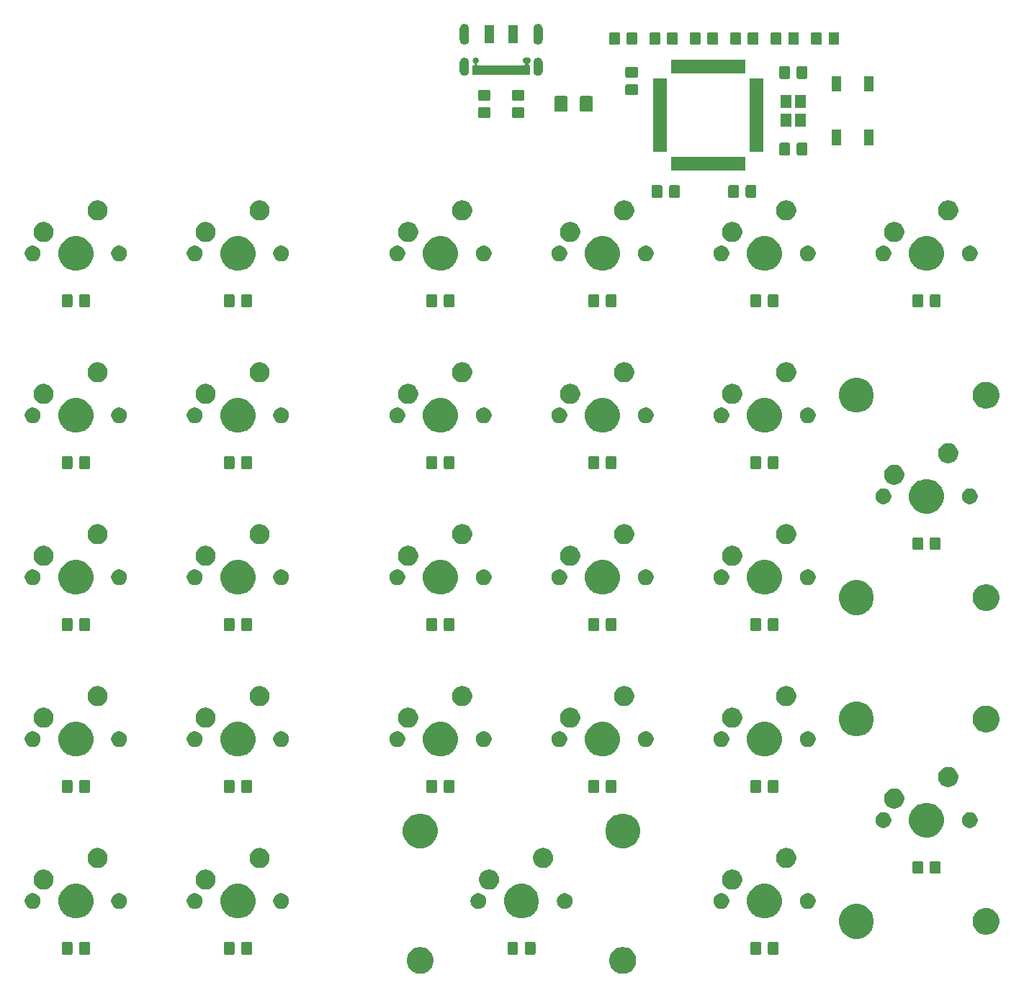
<source format=gbs>
G04 #@! TF.GenerationSoftware,KiCad,Pcbnew,(5.1.5)-3*
G04 #@! TF.CreationDate,2020-10-08T21:20:27+02:00*
G04 #@! TF.ProjectId,NumPad,4e756d50-6164-42e6-9b69-6361645f7063,rev?*
G04 #@! TF.SameCoordinates,Original*
G04 #@! TF.FileFunction,Soldermask,Bot*
G04 #@! TF.FilePolarity,Negative*
%FSLAX46Y46*%
G04 Gerber Fmt 4.6, Leading zero omitted, Abs format (unit mm)*
G04 Created by KiCad (PCBNEW (5.1.5)-3) date 2020-10-08 21:20:27*
%MOMM*%
%LPD*%
G04 APERTURE LIST*
%ADD10C,0.100000*%
G04 APERTURE END LIST*
D10*
G36*
X118576017Y-157046513D02*
G01*
X118728161Y-157076776D01*
X118846887Y-157125954D01*
X119014791Y-157195502D01*
X119014792Y-157195503D01*
X119272754Y-157367867D01*
X119492133Y-157587246D01*
X119563747Y-157694425D01*
X119664498Y-157845209D01*
X119783224Y-158131840D01*
X119843750Y-158436125D01*
X119843750Y-158746375D01*
X119783224Y-159050660D01*
X119664498Y-159337291D01*
X119664497Y-159337292D01*
X119492133Y-159595254D01*
X119272754Y-159814633D01*
X119100389Y-159929803D01*
X119014791Y-159986998D01*
X118846887Y-160056546D01*
X118728161Y-160105724D01*
X118423875Y-160166250D01*
X118113625Y-160166250D01*
X117809339Y-160105724D01*
X117690613Y-160056546D01*
X117522709Y-159986998D01*
X117437111Y-159929803D01*
X117264746Y-159814633D01*
X117045367Y-159595254D01*
X116873003Y-159337292D01*
X116873002Y-159337291D01*
X116754276Y-159050660D01*
X116693750Y-158746375D01*
X116693750Y-158436125D01*
X116754276Y-158131840D01*
X116873002Y-157845209D01*
X116973753Y-157694425D01*
X117045367Y-157587246D01*
X117264746Y-157367867D01*
X117522708Y-157195503D01*
X117522709Y-157195502D01*
X117690613Y-157125954D01*
X117809339Y-157076776D01*
X117961483Y-157046513D01*
X118113625Y-157016250D01*
X118423875Y-157016250D01*
X118576017Y-157046513D01*
G37*
G36*
X94763517Y-157046513D02*
G01*
X94915661Y-157076776D01*
X95034387Y-157125954D01*
X95202291Y-157195502D01*
X95202292Y-157195503D01*
X95460254Y-157367867D01*
X95679633Y-157587246D01*
X95751247Y-157694425D01*
X95851998Y-157845209D01*
X95970724Y-158131840D01*
X96031250Y-158436125D01*
X96031250Y-158746375D01*
X95970724Y-159050660D01*
X95851998Y-159337291D01*
X95851997Y-159337292D01*
X95679633Y-159595254D01*
X95460254Y-159814633D01*
X95287889Y-159929803D01*
X95202291Y-159986998D01*
X95034387Y-160056546D01*
X94915661Y-160105724D01*
X94611375Y-160166250D01*
X94301125Y-160166250D01*
X93996839Y-160105724D01*
X93878113Y-160056546D01*
X93710209Y-159986998D01*
X93624611Y-159929803D01*
X93452246Y-159814633D01*
X93232867Y-159595254D01*
X93060503Y-159337292D01*
X93060502Y-159337291D01*
X92941776Y-159050660D01*
X92881250Y-158746375D01*
X92881250Y-158436125D01*
X92941776Y-158131840D01*
X93060502Y-157845209D01*
X93161253Y-157694425D01*
X93232867Y-157587246D01*
X93452246Y-157367867D01*
X93710208Y-157195503D01*
X93710209Y-157195502D01*
X93878113Y-157125954D01*
X93996839Y-157076776D01*
X94148983Y-157046513D01*
X94301125Y-157016250D01*
X94611375Y-157016250D01*
X94763517Y-157046513D01*
G37*
G36*
X134376174Y-156415965D02*
G01*
X134413867Y-156427399D01*
X134448603Y-156445966D01*
X134479048Y-156470952D01*
X134504034Y-156501397D01*
X134522601Y-156536133D01*
X134534035Y-156573826D01*
X134538500Y-156619161D01*
X134538500Y-157705839D01*
X134534035Y-157751174D01*
X134522601Y-157788867D01*
X134504034Y-157823603D01*
X134479048Y-157854048D01*
X134448603Y-157879034D01*
X134413867Y-157897601D01*
X134376174Y-157909035D01*
X134330839Y-157913500D01*
X133494161Y-157913500D01*
X133448826Y-157909035D01*
X133411133Y-157897601D01*
X133376397Y-157879034D01*
X133345952Y-157854048D01*
X133320966Y-157823603D01*
X133302399Y-157788867D01*
X133290965Y-157751174D01*
X133286500Y-157705839D01*
X133286500Y-156619161D01*
X133290965Y-156573826D01*
X133302399Y-156536133D01*
X133320966Y-156501397D01*
X133345952Y-156470952D01*
X133376397Y-156445966D01*
X133411133Y-156427399D01*
X133448826Y-156415965D01*
X133494161Y-156411500D01*
X134330839Y-156411500D01*
X134376174Y-156415965D01*
G37*
G36*
X53413674Y-156415965D02*
G01*
X53451367Y-156427399D01*
X53486103Y-156445966D01*
X53516548Y-156470952D01*
X53541534Y-156501397D01*
X53560101Y-156536133D01*
X53571535Y-156573826D01*
X53576000Y-156619161D01*
X53576000Y-157705839D01*
X53571535Y-157751174D01*
X53560101Y-157788867D01*
X53541534Y-157823603D01*
X53516548Y-157854048D01*
X53486103Y-157879034D01*
X53451367Y-157897601D01*
X53413674Y-157909035D01*
X53368339Y-157913500D01*
X52531661Y-157913500D01*
X52486326Y-157909035D01*
X52448633Y-157897601D01*
X52413897Y-157879034D01*
X52383452Y-157854048D01*
X52358466Y-157823603D01*
X52339899Y-157788867D01*
X52328465Y-157751174D01*
X52324000Y-157705839D01*
X52324000Y-156619161D01*
X52328465Y-156573826D01*
X52339899Y-156536133D01*
X52358466Y-156501397D01*
X52383452Y-156470952D01*
X52413897Y-156445966D01*
X52448633Y-156427399D01*
X52486326Y-156415965D01*
X52531661Y-156411500D01*
X53368339Y-156411500D01*
X53413674Y-156415965D01*
G37*
G36*
X55463674Y-156415965D02*
G01*
X55501367Y-156427399D01*
X55536103Y-156445966D01*
X55566548Y-156470952D01*
X55591534Y-156501397D01*
X55610101Y-156536133D01*
X55621535Y-156573826D01*
X55626000Y-156619161D01*
X55626000Y-157705839D01*
X55621535Y-157751174D01*
X55610101Y-157788867D01*
X55591534Y-157823603D01*
X55566548Y-157854048D01*
X55536103Y-157879034D01*
X55501367Y-157897601D01*
X55463674Y-157909035D01*
X55418339Y-157913500D01*
X54581661Y-157913500D01*
X54536326Y-157909035D01*
X54498633Y-157897601D01*
X54463897Y-157879034D01*
X54433452Y-157854048D01*
X54408466Y-157823603D01*
X54389899Y-157788867D01*
X54378465Y-157751174D01*
X54374000Y-157705839D01*
X54374000Y-156619161D01*
X54378465Y-156573826D01*
X54389899Y-156536133D01*
X54408466Y-156501397D01*
X54433452Y-156470952D01*
X54463897Y-156445966D01*
X54498633Y-156427399D01*
X54536326Y-156415965D01*
X54581661Y-156411500D01*
X55418339Y-156411500D01*
X55463674Y-156415965D01*
G37*
G36*
X72463674Y-156415965D02*
G01*
X72501367Y-156427399D01*
X72536103Y-156445966D01*
X72566548Y-156470952D01*
X72591534Y-156501397D01*
X72610101Y-156536133D01*
X72621535Y-156573826D01*
X72626000Y-156619161D01*
X72626000Y-157705839D01*
X72621535Y-157751174D01*
X72610101Y-157788867D01*
X72591534Y-157823603D01*
X72566548Y-157854048D01*
X72536103Y-157879034D01*
X72501367Y-157897601D01*
X72463674Y-157909035D01*
X72418339Y-157913500D01*
X71581661Y-157913500D01*
X71536326Y-157909035D01*
X71498633Y-157897601D01*
X71463897Y-157879034D01*
X71433452Y-157854048D01*
X71408466Y-157823603D01*
X71389899Y-157788867D01*
X71378465Y-157751174D01*
X71374000Y-157705839D01*
X71374000Y-156619161D01*
X71378465Y-156573826D01*
X71389899Y-156536133D01*
X71408466Y-156501397D01*
X71433452Y-156470952D01*
X71463897Y-156445966D01*
X71498633Y-156427399D01*
X71536326Y-156415965D01*
X71581661Y-156411500D01*
X72418339Y-156411500D01*
X72463674Y-156415965D01*
G37*
G36*
X74513674Y-156415965D02*
G01*
X74551367Y-156427399D01*
X74586103Y-156445966D01*
X74616548Y-156470952D01*
X74641534Y-156501397D01*
X74660101Y-156536133D01*
X74671535Y-156573826D01*
X74676000Y-156619161D01*
X74676000Y-157705839D01*
X74671535Y-157751174D01*
X74660101Y-157788867D01*
X74641534Y-157823603D01*
X74616548Y-157854048D01*
X74586103Y-157879034D01*
X74551367Y-157897601D01*
X74513674Y-157909035D01*
X74468339Y-157913500D01*
X73631661Y-157913500D01*
X73586326Y-157909035D01*
X73548633Y-157897601D01*
X73513897Y-157879034D01*
X73483452Y-157854048D01*
X73458466Y-157823603D01*
X73439899Y-157788867D01*
X73428465Y-157751174D01*
X73424000Y-157705839D01*
X73424000Y-156619161D01*
X73428465Y-156573826D01*
X73439899Y-156536133D01*
X73458466Y-156501397D01*
X73483452Y-156470952D01*
X73513897Y-156445966D01*
X73548633Y-156427399D01*
X73586326Y-156415965D01*
X73631661Y-156411500D01*
X74468339Y-156411500D01*
X74513674Y-156415965D01*
G37*
G36*
X105801174Y-156415965D02*
G01*
X105838867Y-156427399D01*
X105873603Y-156445966D01*
X105904048Y-156470952D01*
X105929034Y-156501397D01*
X105947601Y-156536133D01*
X105959035Y-156573826D01*
X105963500Y-156619161D01*
X105963500Y-157705839D01*
X105959035Y-157751174D01*
X105947601Y-157788867D01*
X105929034Y-157823603D01*
X105904048Y-157854048D01*
X105873603Y-157879034D01*
X105838867Y-157897601D01*
X105801174Y-157909035D01*
X105755839Y-157913500D01*
X104919161Y-157913500D01*
X104873826Y-157909035D01*
X104836133Y-157897601D01*
X104801397Y-157879034D01*
X104770952Y-157854048D01*
X104745966Y-157823603D01*
X104727399Y-157788867D01*
X104715965Y-157751174D01*
X104711500Y-157705839D01*
X104711500Y-156619161D01*
X104715965Y-156573826D01*
X104727399Y-156536133D01*
X104745966Y-156501397D01*
X104770952Y-156470952D01*
X104801397Y-156445966D01*
X104836133Y-156427399D01*
X104873826Y-156415965D01*
X104919161Y-156411500D01*
X105755839Y-156411500D01*
X105801174Y-156415965D01*
G37*
G36*
X107851174Y-156415965D02*
G01*
X107888867Y-156427399D01*
X107923603Y-156445966D01*
X107954048Y-156470952D01*
X107979034Y-156501397D01*
X107997601Y-156536133D01*
X108009035Y-156573826D01*
X108013500Y-156619161D01*
X108013500Y-157705839D01*
X108009035Y-157751174D01*
X107997601Y-157788867D01*
X107979034Y-157823603D01*
X107954048Y-157854048D01*
X107923603Y-157879034D01*
X107888867Y-157897601D01*
X107851174Y-157909035D01*
X107805839Y-157913500D01*
X106969161Y-157913500D01*
X106923826Y-157909035D01*
X106886133Y-157897601D01*
X106851397Y-157879034D01*
X106820952Y-157854048D01*
X106795966Y-157823603D01*
X106777399Y-157788867D01*
X106765965Y-157751174D01*
X106761500Y-157705839D01*
X106761500Y-156619161D01*
X106765965Y-156573826D01*
X106777399Y-156536133D01*
X106795966Y-156501397D01*
X106820952Y-156470952D01*
X106851397Y-156445966D01*
X106886133Y-156427399D01*
X106923826Y-156415965D01*
X106969161Y-156411500D01*
X107805839Y-156411500D01*
X107851174Y-156415965D01*
G37*
G36*
X136426174Y-156415965D02*
G01*
X136463867Y-156427399D01*
X136498603Y-156445966D01*
X136529048Y-156470952D01*
X136554034Y-156501397D01*
X136572601Y-156536133D01*
X136584035Y-156573826D01*
X136588500Y-156619161D01*
X136588500Y-157705839D01*
X136584035Y-157751174D01*
X136572601Y-157788867D01*
X136554034Y-157823603D01*
X136529048Y-157854048D01*
X136498603Y-157879034D01*
X136463867Y-157897601D01*
X136426174Y-157909035D01*
X136380839Y-157913500D01*
X135544161Y-157913500D01*
X135498826Y-157909035D01*
X135461133Y-157897601D01*
X135426397Y-157879034D01*
X135395952Y-157854048D01*
X135370966Y-157823603D01*
X135352399Y-157788867D01*
X135340965Y-157751174D01*
X135336500Y-157705839D01*
X135336500Y-156619161D01*
X135340965Y-156573826D01*
X135352399Y-156536133D01*
X135370966Y-156501397D01*
X135395952Y-156470952D01*
X135426397Y-156445966D01*
X135461133Y-156427399D01*
X135498826Y-156415965D01*
X135544161Y-156411500D01*
X136380839Y-156411500D01*
X136426174Y-156415965D01*
G37*
G36*
X146328974Y-152021184D02*
G01*
X146546974Y-152111483D01*
X146701123Y-152175333D01*
X147036048Y-152399123D01*
X147320877Y-152683952D01*
X147544667Y-153018877D01*
X147544667Y-153018878D01*
X147698816Y-153391026D01*
X147777400Y-153786094D01*
X147777400Y-154188906D01*
X147698816Y-154583974D01*
X147636863Y-154733541D01*
X147544667Y-154956123D01*
X147320877Y-155291048D01*
X147036048Y-155575877D01*
X146701123Y-155799667D01*
X146546974Y-155863517D01*
X146328974Y-155953816D01*
X145933906Y-156032400D01*
X145531094Y-156032400D01*
X145136026Y-155953816D01*
X144918026Y-155863517D01*
X144763877Y-155799667D01*
X144428952Y-155575877D01*
X144144123Y-155291048D01*
X143920333Y-154956123D01*
X143828137Y-154733541D01*
X143766184Y-154583974D01*
X143687600Y-154188906D01*
X143687600Y-153786094D01*
X143766184Y-153391026D01*
X143920333Y-153018878D01*
X143920333Y-153018877D01*
X144144123Y-152683952D01*
X144428952Y-152399123D01*
X144763877Y-152175333D01*
X144918026Y-152111483D01*
X145136026Y-152021184D01*
X145531094Y-151942600D01*
X145933906Y-151942600D01*
X146328974Y-152021184D01*
G37*
G36*
X161279767Y-152442763D02*
G01*
X161431911Y-152473026D01*
X161488980Y-152496665D01*
X161718541Y-152591752D01*
X161718542Y-152591753D01*
X161976504Y-152764117D01*
X162195883Y-152983496D01*
X162219524Y-153018878D01*
X162368248Y-153241459D01*
X162486974Y-153528090D01*
X162547500Y-153832375D01*
X162547500Y-154142625D01*
X162486974Y-154446910D01*
X162368248Y-154733541D01*
X162368247Y-154733542D01*
X162195883Y-154991504D01*
X161976504Y-155210883D01*
X161856528Y-155291048D01*
X161718541Y-155383248D01*
X161550637Y-155452796D01*
X161431911Y-155501974D01*
X161127625Y-155562500D01*
X160817375Y-155562500D01*
X160513089Y-155501974D01*
X160394363Y-155452796D01*
X160226459Y-155383248D01*
X160088472Y-155291048D01*
X159968496Y-155210883D01*
X159749117Y-154991504D01*
X159576753Y-154733542D01*
X159576752Y-154733541D01*
X159458026Y-154446910D01*
X159397500Y-154142625D01*
X159397500Y-153832375D01*
X159458026Y-153528090D01*
X159576752Y-153241459D01*
X159725476Y-153018878D01*
X159749117Y-152983496D01*
X159968496Y-152764117D01*
X160226458Y-152591753D01*
X160226459Y-152591752D01*
X160456020Y-152496665D01*
X160513089Y-152473026D01*
X160665233Y-152442763D01*
X160817375Y-152412500D01*
X161127625Y-152412500D01*
X161279767Y-152442763D01*
G37*
G36*
X135533974Y-149639934D02*
G01*
X135751974Y-149730233D01*
X135906123Y-149794083D01*
X136241048Y-150017873D01*
X136525877Y-150302702D01*
X136749667Y-150637627D01*
X136782062Y-150715836D01*
X136903816Y-151009776D01*
X136982400Y-151404844D01*
X136982400Y-151807656D01*
X136903816Y-152202724D01*
X136852951Y-152325522D01*
X136749667Y-152574873D01*
X136525877Y-152909798D01*
X136241048Y-153194627D01*
X135906123Y-153418417D01*
X135751974Y-153482267D01*
X135533974Y-153572566D01*
X135138906Y-153651150D01*
X134736094Y-153651150D01*
X134341026Y-153572566D01*
X134123026Y-153482267D01*
X133968877Y-153418417D01*
X133633952Y-153194627D01*
X133349123Y-152909798D01*
X133125333Y-152574873D01*
X133022049Y-152325522D01*
X132971184Y-152202724D01*
X132892600Y-151807656D01*
X132892600Y-151404844D01*
X132971184Y-151009776D01*
X133092938Y-150715836D01*
X133125333Y-150637627D01*
X133349123Y-150302702D01*
X133633952Y-150017873D01*
X133968877Y-149794083D01*
X134123026Y-149730233D01*
X134341026Y-149639934D01*
X134736094Y-149561350D01*
X135138906Y-149561350D01*
X135533974Y-149639934D01*
G37*
G36*
X106958974Y-149639934D02*
G01*
X107176974Y-149730233D01*
X107331123Y-149794083D01*
X107666048Y-150017873D01*
X107950877Y-150302702D01*
X108174667Y-150637627D01*
X108207062Y-150715836D01*
X108328816Y-151009776D01*
X108407400Y-151404844D01*
X108407400Y-151807656D01*
X108328816Y-152202724D01*
X108277951Y-152325522D01*
X108174667Y-152574873D01*
X107950877Y-152909798D01*
X107666048Y-153194627D01*
X107331123Y-153418417D01*
X107176974Y-153482267D01*
X106958974Y-153572566D01*
X106563906Y-153651150D01*
X106161094Y-153651150D01*
X105766026Y-153572566D01*
X105548026Y-153482267D01*
X105393877Y-153418417D01*
X105058952Y-153194627D01*
X104774123Y-152909798D01*
X104550333Y-152574873D01*
X104447049Y-152325522D01*
X104396184Y-152202724D01*
X104317600Y-151807656D01*
X104317600Y-151404844D01*
X104396184Y-151009776D01*
X104517938Y-150715836D01*
X104550333Y-150637627D01*
X104774123Y-150302702D01*
X105058952Y-150017873D01*
X105393877Y-149794083D01*
X105548026Y-149730233D01*
X105766026Y-149639934D01*
X106161094Y-149561350D01*
X106563906Y-149561350D01*
X106958974Y-149639934D01*
G37*
G36*
X73621474Y-149639934D02*
G01*
X73839474Y-149730233D01*
X73993623Y-149794083D01*
X74328548Y-150017873D01*
X74613377Y-150302702D01*
X74837167Y-150637627D01*
X74869562Y-150715836D01*
X74991316Y-151009776D01*
X75069900Y-151404844D01*
X75069900Y-151807656D01*
X74991316Y-152202724D01*
X74940451Y-152325522D01*
X74837167Y-152574873D01*
X74613377Y-152909798D01*
X74328548Y-153194627D01*
X73993623Y-153418417D01*
X73839474Y-153482267D01*
X73621474Y-153572566D01*
X73226406Y-153651150D01*
X72823594Y-153651150D01*
X72428526Y-153572566D01*
X72210526Y-153482267D01*
X72056377Y-153418417D01*
X71721452Y-153194627D01*
X71436623Y-152909798D01*
X71212833Y-152574873D01*
X71109549Y-152325522D01*
X71058684Y-152202724D01*
X70980100Y-151807656D01*
X70980100Y-151404844D01*
X71058684Y-151009776D01*
X71180438Y-150715836D01*
X71212833Y-150637627D01*
X71436623Y-150302702D01*
X71721452Y-150017873D01*
X72056377Y-149794083D01*
X72210526Y-149730233D01*
X72428526Y-149639934D01*
X72823594Y-149561350D01*
X73226406Y-149561350D01*
X73621474Y-149639934D01*
G37*
G36*
X54571474Y-149639934D02*
G01*
X54789474Y-149730233D01*
X54943623Y-149794083D01*
X55278548Y-150017873D01*
X55563377Y-150302702D01*
X55787167Y-150637627D01*
X55819562Y-150715836D01*
X55941316Y-151009776D01*
X56019900Y-151404844D01*
X56019900Y-151807656D01*
X55941316Y-152202724D01*
X55890451Y-152325522D01*
X55787167Y-152574873D01*
X55563377Y-152909798D01*
X55278548Y-153194627D01*
X54943623Y-153418417D01*
X54789474Y-153482267D01*
X54571474Y-153572566D01*
X54176406Y-153651150D01*
X53773594Y-153651150D01*
X53378526Y-153572566D01*
X53160526Y-153482267D01*
X53006377Y-153418417D01*
X52671452Y-153194627D01*
X52386623Y-152909798D01*
X52162833Y-152574873D01*
X52059549Y-152325522D01*
X52008684Y-152202724D01*
X51930100Y-151807656D01*
X51930100Y-151404844D01*
X52008684Y-151009776D01*
X52130438Y-150715836D01*
X52162833Y-150637627D01*
X52386623Y-150302702D01*
X52671452Y-150017873D01*
X53006377Y-149794083D01*
X53160526Y-149730233D01*
X53378526Y-149639934D01*
X53773594Y-149561350D01*
X54176406Y-149561350D01*
X54571474Y-149639934D01*
G37*
G36*
X130127604Y-150715835D02*
G01*
X130296126Y-150785639D01*
X130447791Y-150886978D01*
X130576772Y-151015959D01*
X130678111Y-151167624D01*
X130747915Y-151336146D01*
X130783500Y-151515047D01*
X130783500Y-151697453D01*
X130747915Y-151876354D01*
X130678111Y-152044876D01*
X130576772Y-152196541D01*
X130447791Y-152325522D01*
X130296126Y-152426861D01*
X130127604Y-152496665D01*
X129948703Y-152532250D01*
X129766297Y-152532250D01*
X129587396Y-152496665D01*
X129418874Y-152426861D01*
X129267209Y-152325522D01*
X129138228Y-152196541D01*
X129036889Y-152044876D01*
X128967085Y-151876354D01*
X128931500Y-151697453D01*
X128931500Y-151515047D01*
X128967085Y-151336146D01*
X129036889Y-151167624D01*
X129138228Y-151015959D01*
X129267209Y-150886978D01*
X129418874Y-150785639D01*
X129587396Y-150715835D01*
X129766297Y-150680250D01*
X129948703Y-150680250D01*
X130127604Y-150715835D01*
G37*
G36*
X111712604Y-150715835D02*
G01*
X111881126Y-150785639D01*
X112032791Y-150886978D01*
X112161772Y-151015959D01*
X112263111Y-151167624D01*
X112332915Y-151336146D01*
X112368500Y-151515047D01*
X112368500Y-151697453D01*
X112332915Y-151876354D01*
X112263111Y-152044876D01*
X112161772Y-152196541D01*
X112032791Y-152325522D01*
X111881126Y-152426861D01*
X111712604Y-152496665D01*
X111533703Y-152532250D01*
X111351297Y-152532250D01*
X111172396Y-152496665D01*
X111003874Y-152426861D01*
X110852209Y-152325522D01*
X110723228Y-152196541D01*
X110621889Y-152044876D01*
X110552085Y-151876354D01*
X110516500Y-151697453D01*
X110516500Y-151515047D01*
X110552085Y-151336146D01*
X110621889Y-151167624D01*
X110723228Y-151015959D01*
X110852209Y-150886978D01*
X111003874Y-150785639D01*
X111172396Y-150715835D01*
X111351297Y-150680250D01*
X111533703Y-150680250D01*
X111712604Y-150715835D01*
G37*
G36*
X101552604Y-150715835D02*
G01*
X101721126Y-150785639D01*
X101872791Y-150886978D01*
X102001772Y-151015959D01*
X102103111Y-151167624D01*
X102172915Y-151336146D01*
X102208500Y-151515047D01*
X102208500Y-151697453D01*
X102172915Y-151876354D01*
X102103111Y-152044876D01*
X102001772Y-152196541D01*
X101872791Y-152325522D01*
X101721126Y-152426861D01*
X101552604Y-152496665D01*
X101373703Y-152532250D01*
X101191297Y-152532250D01*
X101012396Y-152496665D01*
X100843874Y-152426861D01*
X100692209Y-152325522D01*
X100563228Y-152196541D01*
X100461889Y-152044876D01*
X100392085Y-151876354D01*
X100356500Y-151697453D01*
X100356500Y-151515047D01*
X100392085Y-151336146D01*
X100461889Y-151167624D01*
X100563228Y-151015959D01*
X100692209Y-150886978D01*
X100843874Y-150785639D01*
X101012396Y-150715835D01*
X101191297Y-150680250D01*
X101373703Y-150680250D01*
X101552604Y-150715835D01*
G37*
G36*
X68215104Y-150715835D02*
G01*
X68383626Y-150785639D01*
X68535291Y-150886978D01*
X68664272Y-151015959D01*
X68765611Y-151167624D01*
X68835415Y-151336146D01*
X68871000Y-151515047D01*
X68871000Y-151697453D01*
X68835415Y-151876354D01*
X68765611Y-152044876D01*
X68664272Y-152196541D01*
X68535291Y-152325522D01*
X68383626Y-152426861D01*
X68215104Y-152496665D01*
X68036203Y-152532250D01*
X67853797Y-152532250D01*
X67674896Y-152496665D01*
X67506374Y-152426861D01*
X67354709Y-152325522D01*
X67225728Y-152196541D01*
X67124389Y-152044876D01*
X67054585Y-151876354D01*
X67019000Y-151697453D01*
X67019000Y-151515047D01*
X67054585Y-151336146D01*
X67124389Y-151167624D01*
X67225728Y-151015959D01*
X67354709Y-150886978D01*
X67506374Y-150785639D01*
X67674896Y-150715835D01*
X67853797Y-150680250D01*
X68036203Y-150680250D01*
X68215104Y-150715835D01*
G37*
G36*
X78375104Y-150715835D02*
G01*
X78543626Y-150785639D01*
X78695291Y-150886978D01*
X78824272Y-151015959D01*
X78925611Y-151167624D01*
X78995415Y-151336146D01*
X79031000Y-151515047D01*
X79031000Y-151697453D01*
X78995415Y-151876354D01*
X78925611Y-152044876D01*
X78824272Y-152196541D01*
X78695291Y-152325522D01*
X78543626Y-152426861D01*
X78375104Y-152496665D01*
X78196203Y-152532250D01*
X78013797Y-152532250D01*
X77834896Y-152496665D01*
X77666374Y-152426861D01*
X77514709Y-152325522D01*
X77385728Y-152196541D01*
X77284389Y-152044876D01*
X77214585Y-151876354D01*
X77179000Y-151697453D01*
X77179000Y-151515047D01*
X77214585Y-151336146D01*
X77284389Y-151167624D01*
X77385728Y-151015959D01*
X77514709Y-150886978D01*
X77666374Y-150785639D01*
X77834896Y-150715835D01*
X78013797Y-150680250D01*
X78196203Y-150680250D01*
X78375104Y-150715835D01*
G37*
G36*
X59325104Y-150715835D02*
G01*
X59493626Y-150785639D01*
X59645291Y-150886978D01*
X59774272Y-151015959D01*
X59875611Y-151167624D01*
X59945415Y-151336146D01*
X59981000Y-151515047D01*
X59981000Y-151697453D01*
X59945415Y-151876354D01*
X59875611Y-152044876D01*
X59774272Y-152196541D01*
X59645291Y-152325522D01*
X59493626Y-152426861D01*
X59325104Y-152496665D01*
X59146203Y-152532250D01*
X58963797Y-152532250D01*
X58784896Y-152496665D01*
X58616374Y-152426861D01*
X58464709Y-152325522D01*
X58335728Y-152196541D01*
X58234389Y-152044876D01*
X58164585Y-151876354D01*
X58129000Y-151697453D01*
X58129000Y-151515047D01*
X58164585Y-151336146D01*
X58234389Y-151167624D01*
X58335728Y-151015959D01*
X58464709Y-150886978D01*
X58616374Y-150785639D01*
X58784896Y-150715835D01*
X58963797Y-150680250D01*
X59146203Y-150680250D01*
X59325104Y-150715835D01*
G37*
G36*
X140287604Y-150715835D02*
G01*
X140456126Y-150785639D01*
X140607791Y-150886978D01*
X140736772Y-151015959D01*
X140838111Y-151167624D01*
X140907915Y-151336146D01*
X140943500Y-151515047D01*
X140943500Y-151697453D01*
X140907915Y-151876354D01*
X140838111Y-152044876D01*
X140736772Y-152196541D01*
X140607791Y-152325522D01*
X140456126Y-152426861D01*
X140287604Y-152496665D01*
X140108703Y-152532250D01*
X139926297Y-152532250D01*
X139747396Y-152496665D01*
X139578874Y-152426861D01*
X139427209Y-152325522D01*
X139298228Y-152196541D01*
X139196889Y-152044876D01*
X139127085Y-151876354D01*
X139091500Y-151697453D01*
X139091500Y-151515047D01*
X139127085Y-151336146D01*
X139196889Y-151167624D01*
X139298228Y-151015959D01*
X139427209Y-150886978D01*
X139578874Y-150785639D01*
X139747396Y-150715835D01*
X139926297Y-150680250D01*
X140108703Y-150680250D01*
X140287604Y-150715835D01*
G37*
G36*
X49165104Y-150715835D02*
G01*
X49333626Y-150785639D01*
X49485291Y-150886978D01*
X49614272Y-151015959D01*
X49715611Y-151167624D01*
X49785415Y-151336146D01*
X49821000Y-151515047D01*
X49821000Y-151697453D01*
X49785415Y-151876354D01*
X49715611Y-152044876D01*
X49614272Y-152196541D01*
X49485291Y-152325522D01*
X49333626Y-152426861D01*
X49165104Y-152496665D01*
X48986203Y-152532250D01*
X48803797Y-152532250D01*
X48624896Y-152496665D01*
X48456374Y-152426861D01*
X48304709Y-152325522D01*
X48175728Y-152196541D01*
X48074389Y-152044876D01*
X48004585Y-151876354D01*
X47969000Y-151697453D01*
X47969000Y-151515047D01*
X48004585Y-151336146D01*
X48074389Y-151167624D01*
X48175728Y-151015959D01*
X48304709Y-150886978D01*
X48456374Y-150785639D01*
X48624896Y-150715835D01*
X48803797Y-150680250D01*
X48986203Y-150680250D01*
X49165104Y-150715835D01*
G37*
G36*
X50356560Y-147905314D02*
G01*
X50508027Y-147935443D01*
X50722045Y-148024092D01*
X50722046Y-148024093D01*
X50914654Y-148152789D01*
X51078461Y-148316596D01*
X51164258Y-148445001D01*
X51207158Y-148509205D01*
X51295807Y-148723223D01*
X51341000Y-148950424D01*
X51341000Y-149182076D01*
X51295807Y-149409277D01*
X51207158Y-149623295D01*
X51207157Y-149623296D01*
X51078461Y-149815904D01*
X50914654Y-149979711D01*
X50857540Y-150017873D01*
X50722045Y-150108408D01*
X50508027Y-150197057D01*
X50356560Y-150227186D01*
X50280827Y-150242250D01*
X50049173Y-150242250D01*
X49973440Y-150227186D01*
X49821973Y-150197057D01*
X49607955Y-150108408D01*
X49472460Y-150017873D01*
X49415346Y-149979711D01*
X49251539Y-149815904D01*
X49122843Y-149623296D01*
X49122842Y-149623295D01*
X49034193Y-149409277D01*
X48989000Y-149182076D01*
X48989000Y-148950424D01*
X49034193Y-148723223D01*
X49122842Y-148509205D01*
X49165742Y-148445001D01*
X49251539Y-148316596D01*
X49415346Y-148152789D01*
X49607954Y-148024093D01*
X49607955Y-148024092D01*
X49821973Y-147935443D01*
X49973440Y-147905314D01*
X50049173Y-147890250D01*
X50280827Y-147890250D01*
X50356560Y-147905314D01*
G37*
G36*
X69406560Y-147905314D02*
G01*
X69558027Y-147935443D01*
X69772045Y-148024092D01*
X69772046Y-148024093D01*
X69964654Y-148152789D01*
X70128461Y-148316596D01*
X70214258Y-148445001D01*
X70257158Y-148509205D01*
X70345807Y-148723223D01*
X70391000Y-148950424D01*
X70391000Y-149182076D01*
X70345807Y-149409277D01*
X70257158Y-149623295D01*
X70257157Y-149623296D01*
X70128461Y-149815904D01*
X69964654Y-149979711D01*
X69907540Y-150017873D01*
X69772045Y-150108408D01*
X69558027Y-150197057D01*
X69406560Y-150227186D01*
X69330827Y-150242250D01*
X69099173Y-150242250D01*
X69023440Y-150227186D01*
X68871973Y-150197057D01*
X68657955Y-150108408D01*
X68522460Y-150017873D01*
X68465346Y-149979711D01*
X68301539Y-149815904D01*
X68172843Y-149623296D01*
X68172842Y-149623295D01*
X68084193Y-149409277D01*
X68039000Y-149182076D01*
X68039000Y-148950424D01*
X68084193Y-148723223D01*
X68172842Y-148509205D01*
X68215742Y-148445001D01*
X68301539Y-148316596D01*
X68465346Y-148152789D01*
X68657954Y-148024093D01*
X68657955Y-148024092D01*
X68871973Y-147935443D01*
X69023440Y-147905314D01*
X69099173Y-147890250D01*
X69330827Y-147890250D01*
X69406560Y-147905314D01*
G37*
G36*
X131319060Y-147905314D02*
G01*
X131470527Y-147935443D01*
X131684545Y-148024092D01*
X131684546Y-148024093D01*
X131877154Y-148152789D01*
X132040961Y-148316596D01*
X132126758Y-148445001D01*
X132169658Y-148509205D01*
X132258307Y-148723223D01*
X132303500Y-148950424D01*
X132303500Y-149182076D01*
X132258307Y-149409277D01*
X132169658Y-149623295D01*
X132169657Y-149623296D01*
X132040961Y-149815904D01*
X131877154Y-149979711D01*
X131820040Y-150017873D01*
X131684545Y-150108408D01*
X131470527Y-150197057D01*
X131319060Y-150227186D01*
X131243327Y-150242250D01*
X131011673Y-150242250D01*
X130935940Y-150227186D01*
X130784473Y-150197057D01*
X130570455Y-150108408D01*
X130434960Y-150017873D01*
X130377846Y-149979711D01*
X130214039Y-149815904D01*
X130085343Y-149623296D01*
X130085342Y-149623295D01*
X129996693Y-149409277D01*
X129951500Y-149182076D01*
X129951500Y-148950424D01*
X129996693Y-148723223D01*
X130085342Y-148509205D01*
X130128242Y-148445001D01*
X130214039Y-148316596D01*
X130377846Y-148152789D01*
X130570454Y-148024093D01*
X130570455Y-148024092D01*
X130784473Y-147935443D01*
X130935940Y-147905314D01*
X131011673Y-147890250D01*
X131243327Y-147890250D01*
X131319060Y-147905314D01*
G37*
G36*
X102744060Y-147905314D02*
G01*
X102895527Y-147935443D01*
X103109545Y-148024092D01*
X103109546Y-148024093D01*
X103302154Y-148152789D01*
X103465961Y-148316596D01*
X103551758Y-148445001D01*
X103594658Y-148509205D01*
X103683307Y-148723223D01*
X103728500Y-148950424D01*
X103728500Y-149182076D01*
X103683307Y-149409277D01*
X103594658Y-149623295D01*
X103594657Y-149623296D01*
X103465961Y-149815904D01*
X103302154Y-149979711D01*
X103245040Y-150017873D01*
X103109545Y-150108408D01*
X102895527Y-150197057D01*
X102744060Y-150227186D01*
X102668327Y-150242250D01*
X102436673Y-150242250D01*
X102360940Y-150227186D01*
X102209473Y-150197057D01*
X101995455Y-150108408D01*
X101859960Y-150017873D01*
X101802846Y-149979711D01*
X101639039Y-149815904D01*
X101510343Y-149623296D01*
X101510342Y-149623295D01*
X101421693Y-149409277D01*
X101376500Y-149182076D01*
X101376500Y-148950424D01*
X101421693Y-148723223D01*
X101510342Y-148509205D01*
X101553242Y-148445001D01*
X101639039Y-148316596D01*
X101802846Y-148152789D01*
X101995454Y-148024093D01*
X101995455Y-148024092D01*
X102209473Y-147935443D01*
X102360940Y-147905314D01*
X102436673Y-147890250D01*
X102668327Y-147890250D01*
X102744060Y-147905314D01*
G37*
G36*
X155476174Y-146890965D02*
G01*
X155513867Y-146902399D01*
X155548603Y-146920966D01*
X155579048Y-146945952D01*
X155604034Y-146976397D01*
X155622601Y-147011133D01*
X155634035Y-147048826D01*
X155638500Y-147094161D01*
X155638500Y-148180839D01*
X155634035Y-148226174D01*
X155622601Y-148263867D01*
X155604034Y-148298603D01*
X155579048Y-148329048D01*
X155548603Y-148354034D01*
X155513867Y-148372601D01*
X155476174Y-148384035D01*
X155430839Y-148388500D01*
X154594161Y-148388500D01*
X154548826Y-148384035D01*
X154511133Y-148372601D01*
X154476397Y-148354034D01*
X154445952Y-148329048D01*
X154420966Y-148298603D01*
X154402399Y-148263867D01*
X154390965Y-148226174D01*
X154386500Y-148180839D01*
X154386500Y-147094161D01*
X154390965Y-147048826D01*
X154402399Y-147011133D01*
X154420966Y-146976397D01*
X154445952Y-146945952D01*
X154476397Y-146920966D01*
X154511133Y-146902399D01*
X154548826Y-146890965D01*
X154594161Y-146886500D01*
X155430839Y-146886500D01*
X155476174Y-146890965D01*
G37*
G36*
X153426174Y-146890965D02*
G01*
X153463867Y-146902399D01*
X153498603Y-146920966D01*
X153529048Y-146945952D01*
X153554034Y-146976397D01*
X153572601Y-147011133D01*
X153584035Y-147048826D01*
X153588500Y-147094161D01*
X153588500Y-148180839D01*
X153584035Y-148226174D01*
X153572601Y-148263867D01*
X153554034Y-148298603D01*
X153529048Y-148329048D01*
X153498603Y-148354034D01*
X153463867Y-148372601D01*
X153426174Y-148384035D01*
X153380839Y-148388500D01*
X152544161Y-148388500D01*
X152498826Y-148384035D01*
X152461133Y-148372601D01*
X152426397Y-148354034D01*
X152395952Y-148329048D01*
X152370966Y-148298603D01*
X152352399Y-148263867D01*
X152340965Y-148226174D01*
X152336500Y-148180839D01*
X152336500Y-147094161D01*
X152340965Y-147048826D01*
X152352399Y-147011133D01*
X152370966Y-146976397D01*
X152395952Y-146945952D01*
X152426397Y-146920966D01*
X152461133Y-146902399D01*
X152498826Y-146890965D01*
X152544161Y-146886500D01*
X153380839Y-146886500D01*
X153426174Y-146890965D01*
G37*
G36*
X56706560Y-145365314D02*
G01*
X56858027Y-145395443D01*
X57072045Y-145484092D01*
X57072046Y-145484093D01*
X57264654Y-145612789D01*
X57428461Y-145776596D01*
X57514258Y-145905001D01*
X57557158Y-145969205D01*
X57645807Y-146183223D01*
X57691000Y-146410424D01*
X57691000Y-146642076D01*
X57645807Y-146869277D01*
X57557158Y-147083295D01*
X57542271Y-147105575D01*
X57428461Y-147275904D01*
X57264654Y-147439711D01*
X57136249Y-147525508D01*
X57072045Y-147568408D01*
X56858027Y-147657057D01*
X56706560Y-147687186D01*
X56630827Y-147702250D01*
X56399173Y-147702250D01*
X56323440Y-147687186D01*
X56171973Y-147657057D01*
X55957955Y-147568408D01*
X55893751Y-147525508D01*
X55765346Y-147439711D01*
X55601539Y-147275904D01*
X55487729Y-147105575D01*
X55472842Y-147083295D01*
X55384193Y-146869277D01*
X55339000Y-146642076D01*
X55339000Y-146410424D01*
X55384193Y-146183223D01*
X55472842Y-145969205D01*
X55515742Y-145905001D01*
X55601539Y-145776596D01*
X55765346Y-145612789D01*
X55957954Y-145484093D01*
X55957955Y-145484092D01*
X56171973Y-145395443D01*
X56323440Y-145365314D01*
X56399173Y-145350250D01*
X56630827Y-145350250D01*
X56706560Y-145365314D01*
G37*
G36*
X75756560Y-145365314D02*
G01*
X75908027Y-145395443D01*
X76122045Y-145484092D01*
X76122046Y-145484093D01*
X76314654Y-145612789D01*
X76478461Y-145776596D01*
X76564258Y-145905001D01*
X76607158Y-145969205D01*
X76695807Y-146183223D01*
X76741000Y-146410424D01*
X76741000Y-146642076D01*
X76695807Y-146869277D01*
X76607158Y-147083295D01*
X76592271Y-147105575D01*
X76478461Y-147275904D01*
X76314654Y-147439711D01*
X76186249Y-147525508D01*
X76122045Y-147568408D01*
X75908027Y-147657057D01*
X75756560Y-147687186D01*
X75680827Y-147702250D01*
X75449173Y-147702250D01*
X75373440Y-147687186D01*
X75221973Y-147657057D01*
X75007955Y-147568408D01*
X74943751Y-147525508D01*
X74815346Y-147439711D01*
X74651539Y-147275904D01*
X74537729Y-147105575D01*
X74522842Y-147083295D01*
X74434193Y-146869277D01*
X74389000Y-146642076D01*
X74389000Y-146410424D01*
X74434193Y-146183223D01*
X74522842Y-145969205D01*
X74565742Y-145905001D01*
X74651539Y-145776596D01*
X74815346Y-145612789D01*
X75007954Y-145484093D01*
X75007955Y-145484092D01*
X75221973Y-145395443D01*
X75373440Y-145365314D01*
X75449173Y-145350250D01*
X75680827Y-145350250D01*
X75756560Y-145365314D01*
G37*
G36*
X137669060Y-145365314D02*
G01*
X137820527Y-145395443D01*
X138034545Y-145484092D01*
X138034546Y-145484093D01*
X138227154Y-145612789D01*
X138390961Y-145776596D01*
X138476758Y-145905001D01*
X138519658Y-145969205D01*
X138608307Y-146183223D01*
X138653500Y-146410424D01*
X138653500Y-146642076D01*
X138608307Y-146869277D01*
X138519658Y-147083295D01*
X138504771Y-147105575D01*
X138390961Y-147275904D01*
X138227154Y-147439711D01*
X138098749Y-147525508D01*
X138034545Y-147568408D01*
X137820527Y-147657057D01*
X137669060Y-147687186D01*
X137593327Y-147702250D01*
X137361673Y-147702250D01*
X137285940Y-147687186D01*
X137134473Y-147657057D01*
X136920455Y-147568408D01*
X136856251Y-147525508D01*
X136727846Y-147439711D01*
X136564039Y-147275904D01*
X136450229Y-147105575D01*
X136435342Y-147083295D01*
X136346693Y-146869277D01*
X136301500Y-146642076D01*
X136301500Y-146410424D01*
X136346693Y-146183223D01*
X136435342Y-145969205D01*
X136478242Y-145905001D01*
X136564039Y-145776596D01*
X136727846Y-145612789D01*
X136920454Y-145484093D01*
X136920455Y-145484092D01*
X137134473Y-145395443D01*
X137285940Y-145365314D01*
X137361673Y-145350250D01*
X137593327Y-145350250D01*
X137669060Y-145365314D01*
G37*
G36*
X109094060Y-145365314D02*
G01*
X109245527Y-145395443D01*
X109459545Y-145484092D01*
X109459546Y-145484093D01*
X109652154Y-145612789D01*
X109815961Y-145776596D01*
X109901758Y-145905001D01*
X109944658Y-145969205D01*
X110033307Y-146183223D01*
X110078500Y-146410424D01*
X110078500Y-146642076D01*
X110033307Y-146869277D01*
X109944658Y-147083295D01*
X109929771Y-147105575D01*
X109815961Y-147275904D01*
X109652154Y-147439711D01*
X109523749Y-147525508D01*
X109459545Y-147568408D01*
X109245527Y-147657057D01*
X109094060Y-147687186D01*
X109018327Y-147702250D01*
X108786673Y-147702250D01*
X108710940Y-147687186D01*
X108559473Y-147657057D01*
X108345455Y-147568408D01*
X108281251Y-147525508D01*
X108152846Y-147439711D01*
X107989039Y-147275904D01*
X107875229Y-147105575D01*
X107860342Y-147083295D01*
X107771693Y-146869277D01*
X107726500Y-146642076D01*
X107726500Y-146410424D01*
X107771693Y-146183223D01*
X107860342Y-145969205D01*
X107903242Y-145905001D01*
X107989039Y-145776596D01*
X108152846Y-145612789D01*
X108345454Y-145484093D01*
X108345455Y-145484092D01*
X108559473Y-145395443D01*
X108710940Y-145365314D01*
X108786673Y-145350250D01*
X109018327Y-145350250D01*
X109094060Y-145365314D01*
G37*
G36*
X95052724Y-141384934D02*
G01*
X95270724Y-141475233D01*
X95424873Y-141539083D01*
X95759798Y-141762873D01*
X96044627Y-142047702D01*
X96268417Y-142382627D01*
X96268417Y-142382628D01*
X96422566Y-142754776D01*
X96501150Y-143149844D01*
X96501150Y-143552656D01*
X96422566Y-143947724D01*
X96381210Y-144047565D01*
X96268417Y-144319873D01*
X96044627Y-144654798D01*
X95759798Y-144939627D01*
X95424873Y-145163417D01*
X95270724Y-145227267D01*
X95052724Y-145317566D01*
X94657656Y-145396150D01*
X94254844Y-145396150D01*
X93859776Y-145317566D01*
X93641776Y-145227267D01*
X93487627Y-145163417D01*
X93152702Y-144939627D01*
X92867873Y-144654798D01*
X92644083Y-144319873D01*
X92531290Y-144047565D01*
X92489934Y-143947724D01*
X92411350Y-143552656D01*
X92411350Y-143149844D01*
X92489934Y-142754776D01*
X92644083Y-142382628D01*
X92644083Y-142382627D01*
X92867873Y-142047702D01*
X93152702Y-141762873D01*
X93487627Y-141539083D01*
X93641776Y-141475233D01*
X93859776Y-141384934D01*
X94254844Y-141306350D01*
X94657656Y-141306350D01*
X95052724Y-141384934D01*
G37*
G36*
X118865224Y-141384934D02*
G01*
X119083224Y-141475233D01*
X119237373Y-141539083D01*
X119572298Y-141762873D01*
X119857127Y-142047702D01*
X120080917Y-142382627D01*
X120080917Y-142382628D01*
X120235066Y-142754776D01*
X120313650Y-143149844D01*
X120313650Y-143552656D01*
X120235066Y-143947724D01*
X120193710Y-144047565D01*
X120080917Y-144319873D01*
X119857127Y-144654798D01*
X119572298Y-144939627D01*
X119237373Y-145163417D01*
X119083224Y-145227267D01*
X118865224Y-145317566D01*
X118470156Y-145396150D01*
X118067344Y-145396150D01*
X117672276Y-145317566D01*
X117454276Y-145227267D01*
X117300127Y-145163417D01*
X116965202Y-144939627D01*
X116680373Y-144654798D01*
X116456583Y-144319873D01*
X116343790Y-144047565D01*
X116302434Y-143947724D01*
X116223850Y-143552656D01*
X116223850Y-143149844D01*
X116302434Y-142754776D01*
X116456583Y-142382628D01*
X116456583Y-142382627D01*
X116680373Y-142047702D01*
X116965202Y-141762873D01*
X117300127Y-141539083D01*
X117454276Y-141475233D01*
X117672276Y-141384934D01*
X118067344Y-141306350D01*
X118470156Y-141306350D01*
X118865224Y-141384934D01*
G37*
G36*
X154583974Y-140114934D02*
G01*
X154801974Y-140205233D01*
X154956123Y-140269083D01*
X155291048Y-140492873D01*
X155575877Y-140777702D01*
X155799667Y-141112627D01*
X155832062Y-141190836D01*
X155953816Y-141484776D01*
X156032400Y-141879844D01*
X156032400Y-142282656D01*
X155953816Y-142677724D01*
X155902951Y-142800522D01*
X155799667Y-143049873D01*
X155575877Y-143384798D01*
X155291048Y-143669627D01*
X154956123Y-143893417D01*
X154825014Y-143947724D01*
X154583974Y-144047566D01*
X154188906Y-144126150D01*
X153786094Y-144126150D01*
X153391026Y-144047566D01*
X153149986Y-143947724D01*
X153018877Y-143893417D01*
X152683952Y-143669627D01*
X152399123Y-143384798D01*
X152175333Y-143049873D01*
X152072049Y-142800522D01*
X152021184Y-142677724D01*
X151942600Y-142282656D01*
X151942600Y-141879844D01*
X152021184Y-141484776D01*
X152142938Y-141190836D01*
X152175333Y-141112627D01*
X152399123Y-140777702D01*
X152683952Y-140492873D01*
X153018877Y-140269083D01*
X153173026Y-140205233D01*
X153391026Y-140114934D01*
X153786094Y-140036350D01*
X154188906Y-140036350D01*
X154583974Y-140114934D01*
G37*
G36*
X149177604Y-141190835D02*
G01*
X149346126Y-141260639D01*
X149497791Y-141361978D01*
X149626772Y-141490959D01*
X149728111Y-141642624D01*
X149797915Y-141811146D01*
X149833500Y-141990047D01*
X149833500Y-142172453D01*
X149797915Y-142351354D01*
X149728111Y-142519876D01*
X149626772Y-142671541D01*
X149497791Y-142800522D01*
X149346126Y-142901861D01*
X149177604Y-142971665D01*
X148998703Y-143007250D01*
X148816297Y-143007250D01*
X148637396Y-142971665D01*
X148468874Y-142901861D01*
X148317209Y-142800522D01*
X148188228Y-142671541D01*
X148086889Y-142519876D01*
X148017085Y-142351354D01*
X147981500Y-142172453D01*
X147981500Y-141990047D01*
X148017085Y-141811146D01*
X148086889Y-141642624D01*
X148188228Y-141490959D01*
X148317209Y-141361978D01*
X148468874Y-141260639D01*
X148637396Y-141190835D01*
X148816297Y-141155250D01*
X148998703Y-141155250D01*
X149177604Y-141190835D01*
G37*
G36*
X159337604Y-141190835D02*
G01*
X159506126Y-141260639D01*
X159657791Y-141361978D01*
X159786772Y-141490959D01*
X159888111Y-141642624D01*
X159957915Y-141811146D01*
X159993500Y-141990047D01*
X159993500Y-142172453D01*
X159957915Y-142351354D01*
X159888111Y-142519876D01*
X159786772Y-142671541D01*
X159657791Y-142800522D01*
X159506126Y-142901861D01*
X159337604Y-142971665D01*
X159158703Y-143007250D01*
X158976297Y-143007250D01*
X158797396Y-142971665D01*
X158628874Y-142901861D01*
X158477209Y-142800522D01*
X158348228Y-142671541D01*
X158246889Y-142519876D01*
X158177085Y-142351354D01*
X158141500Y-142172453D01*
X158141500Y-141990047D01*
X158177085Y-141811146D01*
X158246889Y-141642624D01*
X158348228Y-141490959D01*
X158477209Y-141361978D01*
X158628874Y-141260639D01*
X158797396Y-141190835D01*
X158976297Y-141155250D01*
X159158703Y-141155250D01*
X159337604Y-141190835D01*
G37*
G36*
X150369060Y-138380314D02*
G01*
X150520527Y-138410443D01*
X150734545Y-138499092D01*
X150734546Y-138499093D01*
X150927154Y-138627789D01*
X151090961Y-138791596D01*
X151176758Y-138920001D01*
X151219658Y-138984205D01*
X151308307Y-139198223D01*
X151353500Y-139425424D01*
X151353500Y-139657076D01*
X151308307Y-139884277D01*
X151219658Y-140098295D01*
X151219657Y-140098296D01*
X151090961Y-140290904D01*
X150927154Y-140454711D01*
X150870040Y-140492873D01*
X150734545Y-140583408D01*
X150520527Y-140672057D01*
X150369060Y-140702186D01*
X150293327Y-140717250D01*
X150061673Y-140717250D01*
X149985940Y-140702186D01*
X149834473Y-140672057D01*
X149620455Y-140583408D01*
X149484960Y-140492873D01*
X149427846Y-140454711D01*
X149264039Y-140290904D01*
X149135343Y-140098296D01*
X149135342Y-140098295D01*
X149046693Y-139884277D01*
X149001500Y-139657076D01*
X149001500Y-139425424D01*
X149046693Y-139198223D01*
X149135342Y-138984205D01*
X149178242Y-138920001D01*
X149264039Y-138791596D01*
X149427846Y-138627789D01*
X149620454Y-138499093D01*
X149620455Y-138499092D01*
X149834473Y-138410443D01*
X149985940Y-138380314D01*
X150061673Y-138365250D01*
X150293327Y-138365250D01*
X150369060Y-138380314D01*
G37*
G36*
X115326174Y-137365965D02*
G01*
X115363867Y-137377399D01*
X115398603Y-137395966D01*
X115429048Y-137420952D01*
X115454034Y-137451397D01*
X115472601Y-137486133D01*
X115484035Y-137523826D01*
X115488500Y-137569161D01*
X115488500Y-138655839D01*
X115484035Y-138701174D01*
X115472601Y-138738867D01*
X115454034Y-138773603D01*
X115429048Y-138804048D01*
X115398603Y-138829034D01*
X115363867Y-138847601D01*
X115326174Y-138859035D01*
X115280839Y-138863500D01*
X114444161Y-138863500D01*
X114398826Y-138859035D01*
X114361133Y-138847601D01*
X114326397Y-138829034D01*
X114295952Y-138804048D01*
X114270966Y-138773603D01*
X114252399Y-138738867D01*
X114240965Y-138701174D01*
X114236500Y-138655839D01*
X114236500Y-137569161D01*
X114240965Y-137523826D01*
X114252399Y-137486133D01*
X114270966Y-137451397D01*
X114295952Y-137420952D01*
X114326397Y-137395966D01*
X114361133Y-137377399D01*
X114398826Y-137365965D01*
X114444161Y-137361500D01*
X115280839Y-137361500D01*
X115326174Y-137365965D01*
G37*
G36*
X136426174Y-137365965D02*
G01*
X136463867Y-137377399D01*
X136498603Y-137395966D01*
X136529048Y-137420952D01*
X136554034Y-137451397D01*
X136572601Y-137486133D01*
X136584035Y-137523826D01*
X136588500Y-137569161D01*
X136588500Y-138655839D01*
X136584035Y-138701174D01*
X136572601Y-138738867D01*
X136554034Y-138773603D01*
X136529048Y-138804048D01*
X136498603Y-138829034D01*
X136463867Y-138847601D01*
X136426174Y-138859035D01*
X136380839Y-138863500D01*
X135544161Y-138863500D01*
X135498826Y-138859035D01*
X135461133Y-138847601D01*
X135426397Y-138829034D01*
X135395952Y-138804048D01*
X135370966Y-138773603D01*
X135352399Y-138738867D01*
X135340965Y-138701174D01*
X135336500Y-138655839D01*
X135336500Y-137569161D01*
X135340965Y-137523826D01*
X135352399Y-137486133D01*
X135370966Y-137451397D01*
X135395952Y-137420952D01*
X135426397Y-137395966D01*
X135461133Y-137377399D01*
X135498826Y-137365965D01*
X135544161Y-137361500D01*
X136380839Y-137361500D01*
X136426174Y-137365965D01*
G37*
G36*
X134376174Y-137365965D02*
G01*
X134413867Y-137377399D01*
X134448603Y-137395966D01*
X134479048Y-137420952D01*
X134504034Y-137451397D01*
X134522601Y-137486133D01*
X134534035Y-137523826D01*
X134538500Y-137569161D01*
X134538500Y-138655839D01*
X134534035Y-138701174D01*
X134522601Y-138738867D01*
X134504034Y-138773603D01*
X134479048Y-138804048D01*
X134448603Y-138829034D01*
X134413867Y-138847601D01*
X134376174Y-138859035D01*
X134330839Y-138863500D01*
X133494161Y-138863500D01*
X133448826Y-138859035D01*
X133411133Y-138847601D01*
X133376397Y-138829034D01*
X133345952Y-138804048D01*
X133320966Y-138773603D01*
X133302399Y-138738867D01*
X133290965Y-138701174D01*
X133286500Y-138655839D01*
X133286500Y-137569161D01*
X133290965Y-137523826D01*
X133302399Y-137486133D01*
X133320966Y-137451397D01*
X133345952Y-137420952D01*
X133376397Y-137395966D01*
X133411133Y-137377399D01*
X133448826Y-137365965D01*
X133494161Y-137361500D01*
X134330839Y-137361500D01*
X134376174Y-137365965D01*
G37*
G36*
X117376174Y-137365965D02*
G01*
X117413867Y-137377399D01*
X117448603Y-137395966D01*
X117479048Y-137420952D01*
X117504034Y-137451397D01*
X117522601Y-137486133D01*
X117534035Y-137523826D01*
X117538500Y-137569161D01*
X117538500Y-138655839D01*
X117534035Y-138701174D01*
X117522601Y-138738867D01*
X117504034Y-138773603D01*
X117479048Y-138804048D01*
X117448603Y-138829034D01*
X117413867Y-138847601D01*
X117376174Y-138859035D01*
X117330839Y-138863500D01*
X116494161Y-138863500D01*
X116448826Y-138859035D01*
X116411133Y-138847601D01*
X116376397Y-138829034D01*
X116345952Y-138804048D01*
X116320966Y-138773603D01*
X116302399Y-138738867D01*
X116290965Y-138701174D01*
X116286500Y-138655839D01*
X116286500Y-137569161D01*
X116290965Y-137523826D01*
X116302399Y-137486133D01*
X116320966Y-137451397D01*
X116345952Y-137420952D01*
X116376397Y-137395966D01*
X116411133Y-137377399D01*
X116448826Y-137365965D01*
X116494161Y-137361500D01*
X117330839Y-137361500D01*
X117376174Y-137365965D01*
G37*
G36*
X98326174Y-137365965D02*
G01*
X98363867Y-137377399D01*
X98398603Y-137395966D01*
X98429048Y-137420952D01*
X98454034Y-137451397D01*
X98472601Y-137486133D01*
X98484035Y-137523826D01*
X98488500Y-137569161D01*
X98488500Y-138655839D01*
X98484035Y-138701174D01*
X98472601Y-138738867D01*
X98454034Y-138773603D01*
X98429048Y-138804048D01*
X98398603Y-138829034D01*
X98363867Y-138847601D01*
X98326174Y-138859035D01*
X98280839Y-138863500D01*
X97444161Y-138863500D01*
X97398826Y-138859035D01*
X97361133Y-138847601D01*
X97326397Y-138829034D01*
X97295952Y-138804048D01*
X97270966Y-138773603D01*
X97252399Y-138738867D01*
X97240965Y-138701174D01*
X97236500Y-138655839D01*
X97236500Y-137569161D01*
X97240965Y-137523826D01*
X97252399Y-137486133D01*
X97270966Y-137451397D01*
X97295952Y-137420952D01*
X97326397Y-137395966D01*
X97361133Y-137377399D01*
X97398826Y-137365965D01*
X97444161Y-137361500D01*
X98280839Y-137361500D01*
X98326174Y-137365965D01*
G37*
G36*
X96276174Y-137365965D02*
G01*
X96313867Y-137377399D01*
X96348603Y-137395966D01*
X96379048Y-137420952D01*
X96404034Y-137451397D01*
X96422601Y-137486133D01*
X96434035Y-137523826D01*
X96438500Y-137569161D01*
X96438500Y-138655839D01*
X96434035Y-138701174D01*
X96422601Y-138738867D01*
X96404034Y-138773603D01*
X96379048Y-138804048D01*
X96348603Y-138829034D01*
X96313867Y-138847601D01*
X96276174Y-138859035D01*
X96230839Y-138863500D01*
X95394161Y-138863500D01*
X95348826Y-138859035D01*
X95311133Y-138847601D01*
X95276397Y-138829034D01*
X95245952Y-138804048D01*
X95220966Y-138773603D01*
X95202399Y-138738867D01*
X95190965Y-138701174D01*
X95186500Y-138655839D01*
X95186500Y-137569161D01*
X95190965Y-137523826D01*
X95202399Y-137486133D01*
X95220966Y-137451397D01*
X95245952Y-137420952D01*
X95276397Y-137395966D01*
X95311133Y-137377399D01*
X95348826Y-137365965D01*
X95394161Y-137361500D01*
X96230839Y-137361500D01*
X96276174Y-137365965D01*
G37*
G36*
X74513674Y-137365965D02*
G01*
X74551367Y-137377399D01*
X74586103Y-137395966D01*
X74616548Y-137420952D01*
X74641534Y-137451397D01*
X74660101Y-137486133D01*
X74671535Y-137523826D01*
X74676000Y-137569161D01*
X74676000Y-138655839D01*
X74671535Y-138701174D01*
X74660101Y-138738867D01*
X74641534Y-138773603D01*
X74616548Y-138804048D01*
X74586103Y-138829034D01*
X74551367Y-138847601D01*
X74513674Y-138859035D01*
X74468339Y-138863500D01*
X73631661Y-138863500D01*
X73586326Y-138859035D01*
X73548633Y-138847601D01*
X73513897Y-138829034D01*
X73483452Y-138804048D01*
X73458466Y-138773603D01*
X73439899Y-138738867D01*
X73428465Y-138701174D01*
X73424000Y-138655839D01*
X73424000Y-137569161D01*
X73428465Y-137523826D01*
X73439899Y-137486133D01*
X73458466Y-137451397D01*
X73483452Y-137420952D01*
X73513897Y-137395966D01*
X73548633Y-137377399D01*
X73586326Y-137365965D01*
X73631661Y-137361500D01*
X74468339Y-137361500D01*
X74513674Y-137365965D01*
G37*
G36*
X53413674Y-137365965D02*
G01*
X53451367Y-137377399D01*
X53486103Y-137395966D01*
X53516548Y-137420952D01*
X53541534Y-137451397D01*
X53560101Y-137486133D01*
X53571535Y-137523826D01*
X53576000Y-137569161D01*
X53576000Y-138655839D01*
X53571535Y-138701174D01*
X53560101Y-138738867D01*
X53541534Y-138773603D01*
X53516548Y-138804048D01*
X53486103Y-138829034D01*
X53451367Y-138847601D01*
X53413674Y-138859035D01*
X53368339Y-138863500D01*
X52531661Y-138863500D01*
X52486326Y-138859035D01*
X52448633Y-138847601D01*
X52413897Y-138829034D01*
X52383452Y-138804048D01*
X52358466Y-138773603D01*
X52339899Y-138738867D01*
X52328465Y-138701174D01*
X52324000Y-138655839D01*
X52324000Y-137569161D01*
X52328465Y-137523826D01*
X52339899Y-137486133D01*
X52358466Y-137451397D01*
X52383452Y-137420952D01*
X52413897Y-137395966D01*
X52448633Y-137377399D01*
X52486326Y-137365965D01*
X52531661Y-137361500D01*
X53368339Y-137361500D01*
X53413674Y-137365965D01*
G37*
G36*
X55463674Y-137365965D02*
G01*
X55501367Y-137377399D01*
X55536103Y-137395966D01*
X55566548Y-137420952D01*
X55591534Y-137451397D01*
X55610101Y-137486133D01*
X55621535Y-137523826D01*
X55626000Y-137569161D01*
X55626000Y-138655839D01*
X55621535Y-138701174D01*
X55610101Y-138738867D01*
X55591534Y-138773603D01*
X55566548Y-138804048D01*
X55536103Y-138829034D01*
X55501367Y-138847601D01*
X55463674Y-138859035D01*
X55418339Y-138863500D01*
X54581661Y-138863500D01*
X54536326Y-138859035D01*
X54498633Y-138847601D01*
X54463897Y-138829034D01*
X54433452Y-138804048D01*
X54408466Y-138773603D01*
X54389899Y-138738867D01*
X54378465Y-138701174D01*
X54374000Y-138655839D01*
X54374000Y-137569161D01*
X54378465Y-137523826D01*
X54389899Y-137486133D01*
X54408466Y-137451397D01*
X54433452Y-137420952D01*
X54463897Y-137395966D01*
X54498633Y-137377399D01*
X54536326Y-137365965D01*
X54581661Y-137361500D01*
X55418339Y-137361500D01*
X55463674Y-137365965D01*
G37*
G36*
X72463674Y-137365965D02*
G01*
X72501367Y-137377399D01*
X72536103Y-137395966D01*
X72566548Y-137420952D01*
X72591534Y-137451397D01*
X72610101Y-137486133D01*
X72621535Y-137523826D01*
X72626000Y-137569161D01*
X72626000Y-138655839D01*
X72621535Y-138701174D01*
X72610101Y-138738867D01*
X72591534Y-138773603D01*
X72566548Y-138804048D01*
X72536103Y-138829034D01*
X72501367Y-138847601D01*
X72463674Y-138859035D01*
X72418339Y-138863500D01*
X71581661Y-138863500D01*
X71536326Y-138859035D01*
X71498633Y-138847601D01*
X71463897Y-138829034D01*
X71433452Y-138804048D01*
X71408466Y-138773603D01*
X71389899Y-138738867D01*
X71378465Y-138701174D01*
X71374000Y-138655839D01*
X71374000Y-137569161D01*
X71378465Y-137523826D01*
X71389899Y-137486133D01*
X71408466Y-137451397D01*
X71433452Y-137420952D01*
X71463897Y-137395966D01*
X71498633Y-137377399D01*
X71536326Y-137365965D01*
X71581661Y-137361500D01*
X72418339Y-137361500D01*
X72463674Y-137365965D01*
G37*
G36*
X156719060Y-135840314D02*
G01*
X156870527Y-135870443D01*
X157084545Y-135959092D01*
X157084546Y-135959093D01*
X157277154Y-136087789D01*
X157440961Y-136251596D01*
X157526758Y-136380001D01*
X157569658Y-136444205D01*
X157658307Y-136658223D01*
X157703500Y-136885424D01*
X157703500Y-137117076D01*
X157658307Y-137344277D01*
X157569658Y-137558295D01*
X157554771Y-137580575D01*
X157440961Y-137750904D01*
X157277154Y-137914711D01*
X157148749Y-138000508D01*
X157084545Y-138043408D01*
X156870527Y-138132057D01*
X156719060Y-138162186D01*
X156643327Y-138177250D01*
X156411673Y-138177250D01*
X156335940Y-138162186D01*
X156184473Y-138132057D01*
X155970455Y-138043408D01*
X155906251Y-138000508D01*
X155777846Y-137914711D01*
X155614039Y-137750904D01*
X155500229Y-137580575D01*
X155485342Y-137558295D01*
X155396693Y-137344277D01*
X155351500Y-137117076D01*
X155351500Y-136885424D01*
X155396693Y-136658223D01*
X155485342Y-136444205D01*
X155528242Y-136380001D01*
X155614039Y-136251596D01*
X155777846Y-136087789D01*
X155970454Y-135959093D01*
X155970455Y-135959092D01*
X156184473Y-135870443D01*
X156335940Y-135840314D01*
X156411673Y-135825250D01*
X156643327Y-135825250D01*
X156719060Y-135840314D01*
G37*
G36*
X116483974Y-130589934D02*
G01*
X116701974Y-130680233D01*
X116856123Y-130744083D01*
X117191048Y-130967873D01*
X117475877Y-131252702D01*
X117699667Y-131587627D01*
X117732062Y-131665836D01*
X117853816Y-131959776D01*
X117932400Y-132354844D01*
X117932400Y-132757656D01*
X117853816Y-133152724D01*
X117802951Y-133275522D01*
X117699667Y-133524873D01*
X117475877Y-133859798D01*
X117191048Y-134144627D01*
X116856123Y-134368417D01*
X116701974Y-134432267D01*
X116483974Y-134522566D01*
X116088906Y-134601150D01*
X115686094Y-134601150D01*
X115291026Y-134522566D01*
X115073026Y-134432267D01*
X114918877Y-134368417D01*
X114583952Y-134144627D01*
X114299123Y-133859798D01*
X114075333Y-133524873D01*
X113972049Y-133275522D01*
X113921184Y-133152724D01*
X113842600Y-132757656D01*
X113842600Y-132354844D01*
X113921184Y-131959776D01*
X114042938Y-131665836D01*
X114075333Y-131587627D01*
X114299123Y-131252702D01*
X114583952Y-130967873D01*
X114918877Y-130744083D01*
X115073026Y-130680233D01*
X115291026Y-130589934D01*
X115686094Y-130511350D01*
X116088906Y-130511350D01*
X116483974Y-130589934D01*
G37*
G36*
X54571474Y-130589934D02*
G01*
X54789474Y-130680233D01*
X54943623Y-130744083D01*
X55278548Y-130967873D01*
X55563377Y-131252702D01*
X55787167Y-131587627D01*
X55819562Y-131665836D01*
X55941316Y-131959776D01*
X56019900Y-132354844D01*
X56019900Y-132757656D01*
X55941316Y-133152724D01*
X55890451Y-133275522D01*
X55787167Y-133524873D01*
X55563377Y-133859798D01*
X55278548Y-134144627D01*
X54943623Y-134368417D01*
X54789474Y-134432267D01*
X54571474Y-134522566D01*
X54176406Y-134601150D01*
X53773594Y-134601150D01*
X53378526Y-134522566D01*
X53160526Y-134432267D01*
X53006377Y-134368417D01*
X52671452Y-134144627D01*
X52386623Y-133859798D01*
X52162833Y-133524873D01*
X52059549Y-133275522D01*
X52008684Y-133152724D01*
X51930100Y-132757656D01*
X51930100Y-132354844D01*
X52008684Y-131959776D01*
X52130438Y-131665836D01*
X52162833Y-131587627D01*
X52386623Y-131252702D01*
X52671452Y-130967873D01*
X53006377Y-130744083D01*
X53160526Y-130680233D01*
X53378526Y-130589934D01*
X53773594Y-130511350D01*
X54176406Y-130511350D01*
X54571474Y-130589934D01*
G37*
G36*
X97433974Y-130589934D02*
G01*
X97651974Y-130680233D01*
X97806123Y-130744083D01*
X98141048Y-130967873D01*
X98425877Y-131252702D01*
X98649667Y-131587627D01*
X98682062Y-131665836D01*
X98803816Y-131959776D01*
X98882400Y-132354844D01*
X98882400Y-132757656D01*
X98803816Y-133152724D01*
X98752951Y-133275522D01*
X98649667Y-133524873D01*
X98425877Y-133859798D01*
X98141048Y-134144627D01*
X97806123Y-134368417D01*
X97651974Y-134432267D01*
X97433974Y-134522566D01*
X97038906Y-134601150D01*
X96636094Y-134601150D01*
X96241026Y-134522566D01*
X96023026Y-134432267D01*
X95868877Y-134368417D01*
X95533952Y-134144627D01*
X95249123Y-133859798D01*
X95025333Y-133524873D01*
X94922049Y-133275522D01*
X94871184Y-133152724D01*
X94792600Y-132757656D01*
X94792600Y-132354844D01*
X94871184Y-131959776D01*
X94992938Y-131665836D01*
X95025333Y-131587627D01*
X95249123Y-131252702D01*
X95533952Y-130967873D01*
X95868877Y-130744083D01*
X96023026Y-130680233D01*
X96241026Y-130589934D01*
X96636094Y-130511350D01*
X97038906Y-130511350D01*
X97433974Y-130589934D01*
G37*
G36*
X73621474Y-130589934D02*
G01*
X73839474Y-130680233D01*
X73993623Y-130744083D01*
X74328548Y-130967873D01*
X74613377Y-131252702D01*
X74837167Y-131587627D01*
X74869562Y-131665836D01*
X74991316Y-131959776D01*
X75069900Y-132354844D01*
X75069900Y-132757656D01*
X74991316Y-133152724D01*
X74940451Y-133275522D01*
X74837167Y-133524873D01*
X74613377Y-133859798D01*
X74328548Y-134144627D01*
X73993623Y-134368417D01*
X73839474Y-134432267D01*
X73621474Y-134522566D01*
X73226406Y-134601150D01*
X72823594Y-134601150D01*
X72428526Y-134522566D01*
X72210526Y-134432267D01*
X72056377Y-134368417D01*
X71721452Y-134144627D01*
X71436623Y-133859798D01*
X71212833Y-133524873D01*
X71109549Y-133275522D01*
X71058684Y-133152724D01*
X70980100Y-132757656D01*
X70980100Y-132354844D01*
X71058684Y-131959776D01*
X71180438Y-131665836D01*
X71212833Y-131587627D01*
X71436623Y-131252702D01*
X71721452Y-130967873D01*
X72056377Y-130744083D01*
X72210526Y-130680233D01*
X72428526Y-130589934D01*
X72823594Y-130511350D01*
X73226406Y-130511350D01*
X73621474Y-130589934D01*
G37*
G36*
X135533974Y-130589934D02*
G01*
X135751974Y-130680233D01*
X135906123Y-130744083D01*
X136241048Y-130967873D01*
X136525877Y-131252702D01*
X136749667Y-131587627D01*
X136782062Y-131665836D01*
X136903816Y-131959776D01*
X136982400Y-132354844D01*
X136982400Y-132757656D01*
X136903816Y-133152724D01*
X136852951Y-133275522D01*
X136749667Y-133524873D01*
X136525877Y-133859798D01*
X136241048Y-134144627D01*
X135906123Y-134368417D01*
X135751974Y-134432267D01*
X135533974Y-134522566D01*
X135138906Y-134601150D01*
X134736094Y-134601150D01*
X134341026Y-134522566D01*
X134123026Y-134432267D01*
X133968877Y-134368417D01*
X133633952Y-134144627D01*
X133349123Y-133859798D01*
X133125333Y-133524873D01*
X133022049Y-133275522D01*
X132971184Y-133152724D01*
X132892600Y-132757656D01*
X132892600Y-132354844D01*
X132971184Y-131959776D01*
X133092938Y-131665836D01*
X133125333Y-131587627D01*
X133349123Y-131252702D01*
X133633952Y-130967873D01*
X133968877Y-130744083D01*
X134123026Y-130680233D01*
X134341026Y-130589934D01*
X134736094Y-130511350D01*
X135138906Y-130511350D01*
X135533974Y-130589934D01*
G37*
G36*
X68215104Y-131665835D02*
G01*
X68383626Y-131735639D01*
X68535291Y-131836978D01*
X68664272Y-131965959D01*
X68765611Y-132117624D01*
X68835415Y-132286146D01*
X68871000Y-132465047D01*
X68871000Y-132647453D01*
X68835415Y-132826354D01*
X68765611Y-132994876D01*
X68664272Y-133146541D01*
X68535291Y-133275522D01*
X68383626Y-133376861D01*
X68215104Y-133446665D01*
X68036203Y-133482250D01*
X67853797Y-133482250D01*
X67674896Y-133446665D01*
X67506374Y-133376861D01*
X67354709Y-133275522D01*
X67225728Y-133146541D01*
X67124389Y-132994876D01*
X67054585Y-132826354D01*
X67019000Y-132647453D01*
X67019000Y-132465047D01*
X67054585Y-132286146D01*
X67124389Y-132117624D01*
X67225728Y-131965959D01*
X67354709Y-131836978D01*
X67506374Y-131735639D01*
X67674896Y-131665835D01*
X67853797Y-131630250D01*
X68036203Y-131630250D01*
X68215104Y-131665835D01*
G37*
G36*
X78375104Y-131665835D02*
G01*
X78543626Y-131735639D01*
X78695291Y-131836978D01*
X78824272Y-131965959D01*
X78925611Y-132117624D01*
X78995415Y-132286146D01*
X79031000Y-132465047D01*
X79031000Y-132647453D01*
X78995415Y-132826354D01*
X78925611Y-132994876D01*
X78824272Y-133146541D01*
X78695291Y-133275522D01*
X78543626Y-133376861D01*
X78375104Y-133446665D01*
X78196203Y-133482250D01*
X78013797Y-133482250D01*
X77834896Y-133446665D01*
X77666374Y-133376861D01*
X77514709Y-133275522D01*
X77385728Y-133146541D01*
X77284389Y-132994876D01*
X77214585Y-132826354D01*
X77179000Y-132647453D01*
X77179000Y-132465047D01*
X77214585Y-132286146D01*
X77284389Y-132117624D01*
X77385728Y-131965959D01*
X77514709Y-131836978D01*
X77666374Y-131735639D01*
X77834896Y-131665835D01*
X78013797Y-131630250D01*
X78196203Y-131630250D01*
X78375104Y-131665835D01*
G37*
G36*
X49165104Y-131665835D02*
G01*
X49333626Y-131735639D01*
X49485291Y-131836978D01*
X49614272Y-131965959D01*
X49715611Y-132117624D01*
X49785415Y-132286146D01*
X49821000Y-132465047D01*
X49821000Y-132647453D01*
X49785415Y-132826354D01*
X49715611Y-132994876D01*
X49614272Y-133146541D01*
X49485291Y-133275522D01*
X49333626Y-133376861D01*
X49165104Y-133446665D01*
X48986203Y-133482250D01*
X48803797Y-133482250D01*
X48624896Y-133446665D01*
X48456374Y-133376861D01*
X48304709Y-133275522D01*
X48175728Y-133146541D01*
X48074389Y-132994876D01*
X48004585Y-132826354D01*
X47969000Y-132647453D01*
X47969000Y-132465047D01*
X48004585Y-132286146D01*
X48074389Y-132117624D01*
X48175728Y-131965959D01*
X48304709Y-131836978D01*
X48456374Y-131735639D01*
X48624896Y-131665835D01*
X48803797Y-131630250D01*
X48986203Y-131630250D01*
X49165104Y-131665835D01*
G37*
G36*
X59325104Y-131665835D02*
G01*
X59493626Y-131735639D01*
X59645291Y-131836978D01*
X59774272Y-131965959D01*
X59875611Y-132117624D01*
X59945415Y-132286146D01*
X59981000Y-132465047D01*
X59981000Y-132647453D01*
X59945415Y-132826354D01*
X59875611Y-132994876D01*
X59774272Y-133146541D01*
X59645291Y-133275522D01*
X59493626Y-133376861D01*
X59325104Y-133446665D01*
X59146203Y-133482250D01*
X58963797Y-133482250D01*
X58784896Y-133446665D01*
X58616374Y-133376861D01*
X58464709Y-133275522D01*
X58335728Y-133146541D01*
X58234389Y-132994876D01*
X58164585Y-132826354D01*
X58129000Y-132647453D01*
X58129000Y-132465047D01*
X58164585Y-132286146D01*
X58234389Y-132117624D01*
X58335728Y-131965959D01*
X58464709Y-131836978D01*
X58616374Y-131735639D01*
X58784896Y-131665835D01*
X58963797Y-131630250D01*
X59146203Y-131630250D01*
X59325104Y-131665835D01*
G37*
G36*
X102187604Y-131665835D02*
G01*
X102356126Y-131735639D01*
X102507791Y-131836978D01*
X102636772Y-131965959D01*
X102738111Y-132117624D01*
X102807915Y-132286146D01*
X102843500Y-132465047D01*
X102843500Y-132647453D01*
X102807915Y-132826354D01*
X102738111Y-132994876D01*
X102636772Y-133146541D01*
X102507791Y-133275522D01*
X102356126Y-133376861D01*
X102187604Y-133446665D01*
X102008703Y-133482250D01*
X101826297Y-133482250D01*
X101647396Y-133446665D01*
X101478874Y-133376861D01*
X101327209Y-133275522D01*
X101198228Y-133146541D01*
X101096889Y-132994876D01*
X101027085Y-132826354D01*
X100991500Y-132647453D01*
X100991500Y-132465047D01*
X101027085Y-132286146D01*
X101096889Y-132117624D01*
X101198228Y-131965959D01*
X101327209Y-131836978D01*
X101478874Y-131735639D01*
X101647396Y-131665835D01*
X101826297Y-131630250D01*
X102008703Y-131630250D01*
X102187604Y-131665835D01*
G37*
G36*
X121237604Y-131665835D02*
G01*
X121406126Y-131735639D01*
X121557791Y-131836978D01*
X121686772Y-131965959D01*
X121788111Y-132117624D01*
X121857915Y-132286146D01*
X121893500Y-132465047D01*
X121893500Y-132647453D01*
X121857915Y-132826354D01*
X121788111Y-132994876D01*
X121686772Y-133146541D01*
X121557791Y-133275522D01*
X121406126Y-133376861D01*
X121237604Y-133446665D01*
X121058703Y-133482250D01*
X120876297Y-133482250D01*
X120697396Y-133446665D01*
X120528874Y-133376861D01*
X120377209Y-133275522D01*
X120248228Y-133146541D01*
X120146889Y-132994876D01*
X120077085Y-132826354D01*
X120041500Y-132647453D01*
X120041500Y-132465047D01*
X120077085Y-132286146D01*
X120146889Y-132117624D01*
X120248228Y-131965959D01*
X120377209Y-131836978D01*
X120528874Y-131735639D01*
X120697396Y-131665835D01*
X120876297Y-131630250D01*
X121058703Y-131630250D01*
X121237604Y-131665835D01*
G37*
G36*
X92027604Y-131665835D02*
G01*
X92196126Y-131735639D01*
X92347791Y-131836978D01*
X92476772Y-131965959D01*
X92578111Y-132117624D01*
X92647915Y-132286146D01*
X92683500Y-132465047D01*
X92683500Y-132647453D01*
X92647915Y-132826354D01*
X92578111Y-132994876D01*
X92476772Y-133146541D01*
X92347791Y-133275522D01*
X92196126Y-133376861D01*
X92027604Y-133446665D01*
X91848703Y-133482250D01*
X91666297Y-133482250D01*
X91487396Y-133446665D01*
X91318874Y-133376861D01*
X91167209Y-133275522D01*
X91038228Y-133146541D01*
X90936889Y-132994876D01*
X90867085Y-132826354D01*
X90831500Y-132647453D01*
X90831500Y-132465047D01*
X90867085Y-132286146D01*
X90936889Y-132117624D01*
X91038228Y-131965959D01*
X91167209Y-131836978D01*
X91318874Y-131735639D01*
X91487396Y-131665835D01*
X91666297Y-131630250D01*
X91848703Y-131630250D01*
X92027604Y-131665835D01*
G37*
G36*
X130127604Y-131665835D02*
G01*
X130296126Y-131735639D01*
X130447791Y-131836978D01*
X130576772Y-131965959D01*
X130678111Y-132117624D01*
X130747915Y-132286146D01*
X130783500Y-132465047D01*
X130783500Y-132647453D01*
X130747915Y-132826354D01*
X130678111Y-132994876D01*
X130576772Y-133146541D01*
X130447791Y-133275522D01*
X130296126Y-133376861D01*
X130127604Y-133446665D01*
X129948703Y-133482250D01*
X129766297Y-133482250D01*
X129587396Y-133446665D01*
X129418874Y-133376861D01*
X129267209Y-133275522D01*
X129138228Y-133146541D01*
X129036889Y-132994876D01*
X128967085Y-132826354D01*
X128931500Y-132647453D01*
X128931500Y-132465047D01*
X128967085Y-132286146D01*
X129036889Y-132117624D01*
X129138228Y-131965959D01*
X129267209Y-131836978D01*
X129418874Y-131735639D01*
X129587396Y-131665835D01*
X129766297Y-131630250D01*
X129948703Y-131630250D01*
X130127604Y-131665835D01*
G37*
G36*
X140287604Y-131665835D02*
G01*
X140456126Y-131735639D01*
X140607791Y-131836978D01*
X140736772Y-131965959D01*
X140838111Y-132117624D01*
X140907915Y-132286146D01*
X140943500Y-132465047D01*
X140943500Y-132647453D01*
X140907915Y-132826354D01*
X140838111Y-132994876D01*
X140736772Y-133146541D01*
X140607791Y-133275522D01*
X140456126Y-133376861D01*
X140287604Y-133446665D01*
X140108703Y-133482250D01*
X139926297Y-133482250D01*
X139747396Y-133446665D01*
X139578874Y-133376861D01*
X139427209Y-133275522D01*
X139298228Y-133146541D01*
X139196889Y-132994876D01*
X139127085Y-132826354D01*
X139091500Y-132647453D01*
X139091500Y-132465047D01*
X139127085Y-132286146D01*
X139196889Y-132117624D01*
X139298228Y-131965959D01*
X139427209Y-131836978D01*
X139578874Y-131735639D01*
X139747396Y-131665835D01*
X139926297Y-131630250D01*
X140108703Y-131630250D01*
X140287604Y-131665835D01*
G37*
G36*
X111077604Y-131665835D02*
G01*
X111246126Y-131735639D01*
X111397791Y-131836978D01*
X111526772Y-131965959D01*
X111628111Y-132117624D01*
X111697915Y-132286146D01*
X111733500Y-132465047D01*
X111733500Y-132647453D01*
X111697915Y-132826354D01*
X111628111Y-132994876D01*
X111526772Y-133146541D01*
X111397791Y-133275522D01*
X111246126Y-133376861D01*
X111077604Y-133446665D01*
X110898703Y-133482250D01*
X110716297Y-133482250D01*
X110537396Y-133446665D01*
X110368874Y-133376861D01*
X110217209Y-133275522D01*
X110088228Y-133146541D01*
X109986889Y-132994876D01*
X109917085Y-132826354D01*
X109881500Y-132647453D01*
X109881500Y-132465047D01*
X109917085Y-132286146D01*
X109986889Y-132117624D01*
X110088228Y-131965959D01*
X110217209Y-131836978D01*
X110368874Y-131735639D01*
X110537396Y-131665835D01*
X110716297Y-131630250D01*
X110898703Y-131630250D01*
X111077604Y-131665835D01*
G37*
G36*
X146328974Y-128208684D02*
G01*
X146546974Y-128298983D01*
X146701123Y-128362833D01*
X147036048Y-128586623D01*
X147320877Y-128871452D01*
X147544667Y-129206377D01*
X147569610Y-129266596D01*
X147698816Y-129578526D01*
X147777400Y-129973594D01*
X147777400Y-130376406D01*
X147698816Y-130771474D01*
X147636863Y-130921041D01*
X147544667Y-131143623D01*
X147320877Y-131478548D01*
X147036048Y-131763377D01*
X146701123Y-131987167D01*
X146546974Y-132051017D01*
X146328974Y-132141316D01*
X145933906Y-132219900D01*
X145531094Y-132219900D01*
X145136026Y-132141316D01*
X144918026Y-132051017D01*
X144763877Y-131987167D01*
X144428952Y-131763377D01*
X144144123Y-131478548D01*
X143920333Y-131143623D01*
X143828137Y-130921041D01*
X143766184Y-130771474D01*
X143687600Y-130376406D01*
X143687600Y-129973594D01*
X143766184Y-129578526D01*
X143895390Y-129266596D01*
X143920333Y-129206377D01*
X144144123Y-128871452D01*
X144428952Y-128586623D01*
X144763877Y-128362833D01*
X144918026Y-128298983D01*
X145136026Y-128208684D01*
X145531094Y-128130100D01*
X145933906Y-128130100D01*
X146328974Y-128208684D01*
G37*
G36*
X161279767Y-128630263D02*
G01*
X161431911Y-128660526D01*
X161550637Y-128709704D01*
X161718541Y-128779252D01*
X161718542Y-128779253D01*
X161976504Y-128951617D01*
X162195883Y-129170996D01*
X162311053Y-129343361D01*
X162368248Y-129428959D01*
X162486974Y-129715590D01*
X162547500Y-130019875D01*
X162547500Y-130330125D01*
X162486974Y-130634410D01*
X162368248Y-130921041D01*
X162368247Y-130921042D01*
X162195883Y-131179004D01*
X161976504Y-131398383D01*
X161856528Y-131478548D01*
X161718541Y-131570748D01*
X161574890Y-131630250D01*
X161431911Y-131689474D01*
X161127625Y-131750000D01*
X160817375Y-131750000D01*
X160513089Y-131689474D01*
X160370110Y-131630250D01*
X160226459Y-131570748D01*
X160088472Y-131478548D01*
X159968496Y-131398383D01*
X159749117Y-131179004D01*
X159576753Y-130921042D01*
X159576752Y-130921041D01*
X159458026Y-130634410D01*
X159397500Y-130330125D01*
X159397500Y-130019875D01*
X159458026Y-129715590D01*
X159576752Y-129428959D01*
X159633947Y-129343361D01*
X159749117Y-129170996D01*
X159968496Y-128951617D01*
X160226458Y-128779253D01*
X160226459Y-128779252D01*
X160394363Y-128709704D01*
X160513089Y-128660526D01*
X160665233Y-128630263D01*
X160817375Y-128600000D01*
X161127625Y-128600000D01*
X161279767Y-128630263D01*
G37*
G36*
X50356560Y-128855314D02*
G01*
X50508027Y-128885443D01*
X50722045Y-128974092D01*
X50722046Y-128974093D01*
X50914654Y-129102789D01*
X51078461Y-129266596D01*
X51164258Y-129395001D01*
X51207158Y-129459205D01*
X51295807Y-129673223D01*
X51341000Y-129900424D01*
X51341000Y-130132076D01*
X51295807Y-130359277D01*
X51207158Y-130573295D01*
X51207157Y-130573296D01*
X51078461Y-130765904D01*
X50914654Y-130929711D01*
X50857540Y-130967873D01*
X50722045Y-131058408D01*
X50508027Y-131147057D01*
X50356560Y-131177186D01*
X50280827Y-131192250D01*
X50049173Y-131192250D01*
X49973440Y-131177186D01*
X49821973Y-131147057D01*
X49607955Y-131058408D01*
X49472460Y-130967873D01*
X49415346Y-130929711D01*
X49251539Y-130765904D01*
X49122843Y-130573296D01*
X49122842Y-130573295D01*
X49034193Y-130359277D01*
X48989000Y-130132076D01*
X48989000Y-129900424D01*
X49034193Y-129673223D01*
X49122842Y-129459205D01*
X49165742Y-129395001D01*
X49251539Y-129266596D01*
X49415346Y-129102789D01*
X49607954Y-128974093D01*
X49607955Y-128974092D01*
X49821973Y-128885443D01*
X49973440Y-128855314D01*
X50049173Y-128840250D01*
X50280827Y-128840250D01*
X50356560Y-128855314D01*
G37*
G36*
X131319060Y-128855314D02*
G01*
X131470527Y-128885443D01*
X131684545Y-128974092D01*
X131684546Y-128974093D01*
X131877154Y-129102789D01*
X132040961Y-129266596D01*
X132126758Y-129395001D01*
X132169658Y-129459205D01*
X132258307Y-129673223D01*
X132303500Y-129900424D01*
X132303500Y-130132076D01*
X132258307Y-130359277D01*
X132169658Y-130573295D01*
X132169657Y-130573296D01*
X132040961Y-130765904D01*
X131877154Y-130929711D01*
X131820040Y-130967873D01*
X131684545Y-131058408D01*
X131470527Y-131147057D01*
X131319060Y-131177186D01*
X131243327Y-131192250D01*
X131011673Y-131192250D01*
X130935940Y-131177186D01*
X130784473Y-131147057D01*
X130570455Y-131058408D01*
X130434960Y-130967873D01*
X130377846Y-130929711D01*
X130214039Y-130765904D01*
X130085343Y-130573296D01*
X130085342Y-130573295D01*
X129996693Y-130359277D01*
X129951500Y-130132076D01*
X129951500Y-129900424D01*
X129996693Y-129673223D01*
X130085342Y-129459205D01*
X130128242Y-129395001D01*
X130214039Y-129266596D01*
X130377846Y-129102789D01*
X130570454Y-128974093D01*
X130570455Y-128974092D01*
X130784473Y-128885443D01*
X130935940Y-128855314D01*
X131011673Y-128840250D01*
X131243327Y-128840250D01*
X131319060Y-128855314D01*
G37*
G36*
X112269060Y-128855314D02*
G01*
X112420527Y-128885443D01*
X112634545Y-128974092D01*
X112634546Y-128974093D01*
X112827154Y-129102789D01*
X112990961Y-129266596D01*
X113076758Y-129395001D01*
X113119658Y-129459205D01*
X113208307Y-129673223D01*
X113253500Y-129900424D01*
X113253500Y-130132076D01*
X113208307Y-130359277D01*
X113119658Y-130573295D01*
X113119657Y-130573296D01*
X112990961Y-130765904D01*
X112827154Y-130929711D01*
X112770040Y-130967873D01*
X112634545Y-131058408D01*
X112420527Y-131147057D01*
X112269060Y-131177186D01*
X112193327Y-131192250D01*
X111961673Y-131192250D01*
X111885940Y-131177186D01*
X111734473Y-131147057D01*
X111520455Y-131058408D01*
X111384960Y-130967873D01*
X111327846Y-130929711D01*
X111164039Y-130765904D01*
X111035343Y-130573296D01*
X111035342Y-130573295D01*
X110946693Y-130359277D01*
X110901500Y-130132076D01*
X110901500Y-129900424D01*
X110946693Y-129673223D01*
X111035342Y-129459205D01*
X111078242Y-129395001D01*
X111164039Y-129266596D01*
X111327846Y-129102789D01*
X111520454Y-128974093D01*
X111520455Y-128974092D01*
X111734473Y-128885443D01*
X111885940Y-128855314D01*
X111961673Y-128840250D01*
X112193327Y-128840250D01*
X112269060Y-128855314D01*
G37*
G36*
X93219060Y-128855314D02*
G01*
X93370527Y-128885443D01*
X93584545Y-128974092D01*
X93584546Y-128974093D01*
X93777154Y-129102789D01*
X93940961Y-129266596D01*
X94026758Y-129395001D01*
X94069658Y-129459205D01*
X94158307Y-129673223D01*
X94203500Y-129900424D01*
X94203500Y-130132076D01*
X94158307Y-130359277D01*
X94069658Y-130573295D01*
X94069657Y-130573296D01*
X93940961Y-130765904D01*
X93777154Y-130929711D01*
X93720040Y-130967873D01*
X93584545Y-131058408D01*
X93370527Y-131147057D01*
X93219060Y-131177186D01*
X93143327Y-131192250D01*
X92911673Y-131192250D01*
X92835940Y-131177186D01*
X92684473Y-131147057D01*
X92470455Y-131058408D01*
X92334960Y-130967873D01*
X92277846Y-130929711D01*
X92114039Y-130765904D01*
X91985343Y-130573296D01*
X91985342Y-130573295D01*
X91896693Y-130359277D01*
X91851500Y-130132076D01*
X91851500Y-129900424D01*
X91896693Y-129673223D01*
X91985342Y-129459205D01*
X92028242Y-129395001D01*
X92114039Y-129266596D01*
X92277846Y-129102789D01*
X92470454Y-128974093D01*
X92470455Y-128974092D01*
X92684473Y-128885443D01*
X92835940Y-128855314D01*
X92911673Y-128840250D01*
X93143327Y-128840250D01*
X93219060Y-128855314D01*
G37*
G36*
X69406560Y-128855314D02*
G01*
X69558027Y-128885443D01*
X69772045Y-128974092D01*
X69772046Y-128974093D01*
X69964654Y-129102789D01*
X70128461Y-129266596D01*
X70214258Y-129395001D01*
X70257158Y-129459205D01*
X70345807Y-129673223D01*
X70391000Y-129900424D01*
X70391000Y-130132076D01*
X70345807Y-130359277D01*
X70257158Y-130573295D01*
X70257157Y-130573296D01*
X70128461Y-130765904D01*
X69964654Y-130929711D01*
X69907540Y-130967873D01*
X69772045Y-131058408D01*
X69558027Y-131147057D01*
X69406560Y-131177186D01*
X69330827Y-131192250D01*
X69099173Y-131192250D01*
X69023440Y-131177186D01*
X68871973Y-131147057D01*
X68657955Y-131058408D01*
X68522460Y-130967873D01*
X68465346Y-130929711D01*
X68301539Y-130765904D01*
X68172843Y-130573296D01*
X68172842Y-130573295D01*
X68084193Y-130359277D01*
X68039000Y-130132076D01*
X68039000Y-129900424D01*
X68084193Y-129673223D01*
X68172842Y-129459205D01*
X68215742Y-129395001D01*
X68301539Y-129266596D01*
X68465346Y-129102789D01*
X68657954Y-128974093D01*
X68657955Y-128974092D01*
X68871973Y-128885443D01*
X69023440Y-128855314D01*
X69099173Y-128840250D01*
X69330827Y-128840250D01*
X69406560Y-128855314D01*
G37*
G36*
X99569060Y-126315314D02*
G01*
X99720527Y-126345443D01*
X99934545Y-126434092D01*
X99934546Y-126434093D01*
X100127154Y-126562789D01*
X100290961Y-126726596D01*
X100376758Y-126855001D01*
X100419658Y-126919205D01*
X100508307Y-127133223D01*
X100553500Y-127360424D01*
X100553500Y-127592076D01*
X100508307Y-127819277D01*
X100419658Y-128033295D01*
X100419657Y-128033296D01*
X100290961Y-128225904D01*
X100127154Y-128389711D01*
X99998749Y-128475508D01*
X99934545Y-128518408D01*
X99720527Y-128607057D01*
X99569060Y-128637186D01*
X99493327Y-128652250D01*
X99261673Y-128652250D01*
X99185940Y-128637186D01*
X99034473Y-128607057D01*
X98820455Y-128518408D01*
X98756251Y-128475508D01*
X98627846Y-128389711D01*
X98464039Y-128225904D01*
X98335343Y-128033296D01*
X98335342Y-128033295D01*
X98246693Y-127819277D01*
X98201500Y-127592076D01*
X98201500Y-127360424D01*
X98246693Y-127133223D01*
X98335342Y-126919205D01*
X98378242Y-126855001D01*
X98464039Y-126726596D01*
X98627846Y-126562789D01*
X98820454Y-126434093D01*
X98820455Y-126434092D01*
X99034473Y-126345443D01*
X99185940Y-126315314D01*
X99261673Y-126300250D01*
X99493327Y-126300250D01*
X99569060Y-126315314D01*
G37*
G36*
X137669060Y-126315314D02*
G01*
X137820527Y-126345443D01*
X138034545Y-126434092D01*
X138034546Y-126434093D01*
X138227154Y-126562789D01*
X138390961Y-126726596D01*
X138476758Y-126855001D01*
X138519658Y-126919205D01*
X138608307Y-127133223D01*
X138653500Y-127360424D01*
X138653500Y-127592076D01*
X138608307Y-127819277D01*
X138519658Y-128033295D01*
X138519657Y-128033296D01*
X138390961Y-128225904D01*
X138227154Y-128389711D01*
X138098749Y-128475508D01*
X138034545Y-128518408D01*
X137820527Y-128607057D01*
X137669060Y-128637186D01*
X137593327Y-128652250D01*
X137361673Y-128652250D01*
X137285940Y-128637186D01*
X137134473Y-128607057D01*
X136920455Y-128518408D01*
X136856251Y-128475508D01*
X136727846Y-128389711D01*
X136564039Y-128225904D01*
X136435343Y-128033296D01*
X136435342Y-128033295D01*
X136346693Y-127819277D01*
X136301500Y-127592076D01*
X136301500Y-127360424D01*
X136346693Y-127133223D01*
X136435342Y-126919205D01*
X136478242Y-126855001D01*
X136564039Y-126726596D01*
X136727846Y-126562789D01*
X136920454Y-126434093D01*
X136920455Y-126434092D01*
X137134473Y-126345443D01*
X137285940Y-126315314D01*
X137361673Y-126300250D01*
X137593327Y-126300250D01*
X137669060Y-126315314D01*
G37*
G36*
X75756560Y-126315314D02*
G01*
X75908027Y-126345443D01*
X76122045Y-126434092D01*
X76122046Y-126434093D01*
X76314654Y-126562789D01*
X76478461Y-126726596D01*
X76564258Y-126855001D01*
X76607158Y-126919205D01*
X76695807Y-127133223D01*
X76741000Y-127360424D01*
X76741000Y-127592076D01*
X76695807Y-127819277D01*
X76607158Y-128033295D01*
X76607157Y-128033296D01*
X76478461Y-128225904D01*
X76314654Y-128389711D01*
X76186249Y-128475508D01*
X76122045Y-128518408D01*
X75908027Y-128607057D01*
X75756560Y-128637186D01*
X75680827Y-128652250D01*
X75449173Y-128652250D01*
X75373440Y-128637186D01*
X75221973Y-128607057D01*
X75007955Y-128518408D01*
X74943751Y-128475508D01*
X74815346Y-128389711D01*
X74651539Y-128225904D01*
X74522843Y-128033296D01*
X74522842Y-128033295D01*
X74434193Y-127819277D01*
X74389000Y-127592076D01*
X74389000Y-127360424D01*
X74434193Y-127133223D01*
X74522842Y-126919205D01*
X74565742Y-126855001D01*
X74651539Y-126726596D01*
X74815346Y-126562789D01*
X75007954Y-126434093D01*
X75007955Y-126434092D01*
X75221973Y-126345443D01*
X75373440Y-126315314D01*
X75449173Y-126300250D01*
X75680827Y-126300250D01*
X75756560Y-126315314D01*
G37*
G36*
X56706560Y-126315314D02*
G01*
X56858027Y-126345443D01*
X57072045Y-126434092D01*
X57072046Y-126434093D01*
X57264654Y-126562789D01*
X57428461Y-126726596D01*
X57514258Y-126855001D01*
X57557158Y-126919205D01*
X57645807Y-127133223D01*
X57691000Y-127360424D01*
X57691000Y-127592076D01*
X57645807Y-127819277D01*
X57557158Y-128033295D01*
X57557157Y-128033296D01*
X57428461Y-128225904D01*
X57264654Y-128389711D01*
X57136249Y-128475508D01*
X57072045Y-128518408D01*
X56858027Y-128607057D01*
X56706560Y-128637186D01*
X56630827Y-128652250D01*
X56399173Y-128652250D01*
X56323440Y-128637186D01*
X56171973Y-128607057D01*
X55957955Y-128518408D01*
X55893751Y-128475508D01*
X55765346Y-128389711D01*
X55601539Y-128225904D01*
X55472843Y-128033296D01*
X55472842Y-128033295D01*
X55384193Y-127819277D01*
X55339000Y-127592076D01*
X55339000Y-127360424D01*
X55384193Y-127133223D01*
X55472842Y-126919205D01*
X55515742Y-126855001D01*
X55601539Y-126726596D01*
X55765346Y-126562789D01*
X55957954Y-126434093D01*
X55957955Y-126434092D01*
X56171973Y-126345443D01*
X56323440Y-126315314D01*
X56399173Y-126300250D01*
X56630827Y-126300250D01*
X56706560Y-126315314D01*
G37*
G36*
X118619060Y-126315314D02*
G01*
X118770527Y-126345443D01*
X118984545Y-126434092D01*
X118984546Y-126434093D01*
X119177154Y-126562789D01*
X119340961Y-126726596D01*
X119426758Y-126855001D01*
X119469658Y-126919205D01*
X119558307Y-127133223D01*
X119603500Y-127360424D01*
X119603500Y-127592076D01*
X119558307Y-127819277D01*
X119469658Y-128033295D01*
X119469657Y-128033296D01*
X119340961Y-128225904D01*
X119177154Y-128389711D01*
X119048749Y-128475508D01*
X118984545Y-128518408D01*
X118770527Y-128607057D01*
X118619060Y-128637186D01*
X118543327Y-128652250D01*
X118311673Y-128652250D01*
X118235940Y-128637186D01*
X118084473Y-128607057D01*
X117870455Y-128518408D01*
X117806251Y-128475508D01*
X117677846Y-128389711D01*
X117514039Y-128225904D01*
X117385343Y-128033296D01*
X117385342Y-128033295D01*
X117296693Y-127819277D01*
X117251500Y-127592076D01*
X117251500Y-127360424D01*
X117296693Y-127133223D01*
X117385342Y-126919205D01*
X117428242Y-126855001D01*
X117514039Y-126726596D01*
X117677846Y-126562789D01*
X117870454Y-126434093D01*
X117870455Y-126434092D01*
X118084473Y-126345443D01*
X118235940Y-126315314D01*
X118311673Y-126300250D01*
X118543327Y-126300250D01*
X118619060Y-126315314D01*
G37*
G36*
X55463674Y-118315965D02*
G01*
X55501367Y-118327399D01*
X55536103Y-118345966D01*
X55566548Y-118370952D01*
X55591534Y-118401397D01*
X55610101Y-118436133D01*
X55621535Y-118473826D01*
X55626000Y-118519161D01*
X55626000Y-119605839D01*
X55621535Y-119651174D01*
X55610101Y-119688867D01*
X55591534Y-119723603D01*
X55566548Y-119754048D01*
X55536103Y-119779034D01*
X55501367Y-119797601D01*
X55463674Y-119809035D01*
X55418339Y-119813500D01*
X54581661Y-119813500D01*
X54536326Y-119809035D01*
X54498633Y-119797601D01*
X54463897Y-119779034D01*
X54433452Y-119754048D01*
X54408466Y-119723603D01*
X54389899Y-119688867D01*
X54378465Y-119651174D01*
X54374000Y-119605839D01*
X54374000Y-118519161D01*
X54378465Y-118473826D01*
X54389899Y-118436133D01*
X54408466Y-118401397D01*
X54433452Y-118370952D01*
X54463897Y-118345966D01*
X54498633Y-118327399D01*
X54536326Y-118315965D01*
X54581661Y-118311500D01*
X55418339Y-118311500D01*
X55463674Y-118315965D01*
G37*
G36*
X53413674Y-118315965D02*
G01*
X53451367Y-118327399D01*
X53486103Y-118345966D01*
X53516548Y-118370952D01*
X53541534Y-118401397D01*
X53560101Y-118436133D01*
X53571535Y-118473826D01*
X53576000Y-118519161D01*
X53576000Y-119605839D01*
X53571535Y-119651174D01*
X53560101Y-119688867D01*
X53541534Y-119723603D01*
X53516548Y-119754048D01*
X53486103Y-119779034D01*
X53451367Y-119797601D01*
X53413674Y-119809035D01*
X53368339Y-119813500D01*
X52531661Y-119813500D01*
X52486326Y-119809035D01*
X52448633Y-119797601D01*
X52413897Y-119779034D01*
X52383452Y-119754048D01*
X52358466Y-119723603D01*
X52339899Y-119688867D01*
X52328465Y-119651174D01*
X52324000Y-119605839D01*
X52324000Y-118519161D01*
X52328465Y-118473826D01*
X52339899Y-118436133D01*
X52358466Y-118401397D01*
X52383452Y-118370952D01*
X52413897Y-118345966D01*
X52448633Y-118327399D01*
X52486326Y-118315965D01*
X52531661Y-118311500D01*
X53368339Y-118311500D01*
X53413674Y-118315965D01*
G37*
G36*
X72463674Y-118315965D02*
G01*
X72501367Y-118327399D01*
X72536103Y-118345966D01*
X72566548Y-118370952D01*
X72591534Y-118401397D01*
X72610101Y-118436133D01*
X72621535Y-118473826D01*
X72626000Y-118519161D01*
X72626000Y-119605839D01*
X72621535Y-119651174D01*
X72610101Y-119688867D01*
X72591534Y-119723603D01*
X72566548Y-119754048D01*
X72536103Y-119779034D01*
X72501367Y-119797601D01*
X72463674Y-119809035D01*
X72418339Y-119813500D01*
X71581661Y-119813500D01*
X71536326Y-119809035D01*
X71498633Y-119797601D01*
X71463897Y-119779034D01*
X71433452Y-119754048D01*
X71408466Y-119723603D01*
X71389899Y-119688867D01*
X71378465Y-119651174D01*
X71374000Y-119605839D01*
X71374000Y-118519161D01*
X71378465Y-118473826D01*
X71389899Y-118436133D01*
X71408466Y-118401397D01*
X71433452Y-118370952D01*
X71463897Y-118345966D01*
X71498633Y-118327399D01*
X71536326Y-118315965D01*
X71581661Y-118311500D01*
X72418339Y-118311500D01*
X72463674Y-118315965D01*
G37*
G36*
X74513674Y-118315965D02*
G01*
X74551367Y-118327399D01*
X74586103Y-118345966D01*
X74616548Y-118370952D01*
X74641534Y-118401397D01*
X74660101Y-118436133D01*
X74671535Y-118473826D01*
X74676000Y-118519161D01*
X74676000Y-119605839D01*
X74671535Y-119651174D01*
X74660101Y-119688867D01*
X74641534Y-119723603D01*
X74616548Y-119754048D01*
X74586103Y-119779034D01*
X74551367Y-119797601D01*
X74513674Y-119809035D01*
X74468339Y-119813500D01*
X73631661Y-119813500D01*
X73586326Y-119809035D01*
X73548633Y-119797601D01*
X73513897Y-119779034D01*
X73483452Y-119754048D01*
X73458466Y-119723603D01*
X73439899Y-119688867D01*
X73428465Y-119651174D01*
X73424000Y-119605839D01*
X73424000Y-118519161D01*
X73428465Y-118473826D01*
X73439899Y-118436133D01*
X73458466Y-118401397D01*
X73483452Y-118370952D01*
X73513897Y-118345966D01*
X73548633Y-118327399D01*
X73586326Y-118315965D01*
X73631661Y-118311500D01*
X74468339Y-118311500D01*
X74513674Y-118315965D01*
G37*
G36*
X96276174Y-118315965D02*
G01*
X96313867Y-118327399D01*
X96348603Y-118345966D01*
X96379048Y-118370952D01*
X96404034Y-118401397D01*
X96422601Y-118436133D01*
X96434035Y-118473826D01*
X96438500Y-118519161D01*
X96438500Y-119605839D01*
X96434035Y-119651174D01*
X96422601Y-119688867D01*
X96404034Y-119723603D01*
X96379048Y-119754048D01*
X96348603Y-119779034D01*
X96313867Y-119797601D01*
X96276174Y-119809035D01*
X96230839Y-119813500D01*
X95394161Y-119813500D01*
X95348826Y-119809035D01*
X95311133Y-119797601D01*
X95276397Y-119779034D01*
X95245952Y-119754048D01*
X95220966Y-119723603D01*
X95202399Y-119688867D01*
X95190965Y-119651174D01*
X95186500Y-119605839D01*
X95186500Y-118519161D01*
X95190965Y-118473826D01*
X95202399Y-118436133D01*
X95220966Y-118401397D01*
X95245952Y-118370952D01*
X95276397Y-118345966D01*
X95311133Y-118327399D01*
X95348826Y-118315965D01*
X95394161Y-118311500D01*
X96230839Y-118311500D01*
X96276174Y-118315965D01*
G37*
G36*
X98326174Y-118315965D02*
G01*
X98363867Y-118327399D01*
X98398603Y-118345966D01*
X98429048Y-118370952D01*
X98454034Y-118401397D01*
X98472601Y-118436133D01*
X98484035Y-118473826D01*
X98488500Y-118519161D01*
X98488500Y-119605839D01*
X98484035Y-119651174D01*
X98472601Y-119688867D01*
X98454034Y-119723603D01*
X98429048Y-119754048D01*
X98398603Y-119779034D01*
X98363867Y-119797601D01*
X98326174Y-119809035D01*
X98280839Y-119813500D01*
X97444161Y-119813500D01*
X97398826Y-119809035D01*
X97361133Y-119797601D01*
X97326397Y-119779034D01*
X97295952Y-119754048D01*
X97270966Y-119723603D01*
X97252399Y-119688867D01*
X97240965Y-119651174D01*
X97236500Y-119605839D01*
X97236500Y-118519161D01*
X97240965Y-118473826D01*
X97252399Y-118436133D01*
X97270966Y-118401397D01*
X97295952Y-118370952D01*
X97326397Y-118345966D01*
X97361133Y-118327399D01*
X97398826Y-118315965D01*
X97444161Y-118311500D01*
X98280839Y-118311500D01*
X98326174Y-118315965D01*
G37*
G36*
X115326174Y-118315965D02*
G01*
X115363867Y-118327399D01*
X115398603Y-118345966D01*
X115429048Y-118370952D01*
X115454034Y-118401397D01*
X115472601Y-118436133D01*
X115484035Y-118473826D01*
X115488500Y-118519161D01*
X115488500Y-119605839D01*
X115484035Y-119651174D01*
X115472601Y-119688867D01*
X115454034Y-119723603D01*
X115429048Y-119754048D01*
X115398603Y-119779034D01*
X115363867Y-119797601D01*
X115326174Y-119809035D01*
X115280839Y-119813500D01*
X114444161Y-119813500D01*
X114398826Y-119809035D01*
X114361133Y-119797601D01*
X114326397Y-119779034D01*
X114295952Y-119754048D01*
X114270966Y-119723603D01*
X114252399Y-119688867D01*
X114240965Y-119651174D01*
X114236500Y-119605839D01*
X114236500Y-118519161D01*
X114240965Y-118473826D01*
X114252399Y-118436133D01*
X114270966Y-118401397D01*
X114295952Y-118370952D01*
X114326397Y-118345966D01*
X114361133Y-118327399D01*
X114398826Y-118315965D01*
X114444161Y-118311500D01*
X115280839Y-118311500D01*
X115326174Y-118315965D01*
G37*
G36*
X117376174Y-118315965D02*
G01*
X117413867Y-118327399D01*
X117448603Y-118345966D01*
X117479048Y-118370952D01*
X117504034Y-118401397D01*
X117522601Y-118436133D01*
X117534035Y-118473826D01*
X117538500Y-118519161D01*
X117538500Y-119605839D01*
X117534035Y-119651174D01*
X117522601Y-119688867D01*
X117504034Y-119723603D01*
X117479048Y-119754048D01*
X117448603Y-119779034D01*
X117413867Y-119797601D01*
X117376174Y-119809035D01*
X117330839Y-119813500D01*
X116494161Y-119813500D01*
X116448826Y-119809035D01*
X116411133Y-119797601D01*
X116376397Y-119779034D01*
X116345952Y-119754048D01*
X116320966Y-119723603D01*
X116302399Y-119688867D01*
X116290965Y-119651174D01*
X116286500Y-119605839D01*
X116286500Y-118519161D01*
X116290965Y-118473826D01*
X116302399Y-118436133D01*
X116320966Y-118401397D01*
X116345952Y-118370952D01*
X116376397Y-118345966D01*
X116411133Y-118327399D01*
X116448826Y-118315965D01*
X116494161Y-118311500D01*
X117330839Y-118311500D01*
X117376174Y-118315965D01*
G37*
G36*
X134376174Y-118315965D02*
G01*
X134413867Y-118327399D01*
X134448603Y-118345966D01*
X134479048Y-118370952D01*
X134504034Y-118401397D01*
X134522601Y-118436133D01*
X134534035Y-118473826D01*
X134538500Y-118519161D01*
X134538500Y-119605839D01*
X134534035Y-119651174D01*
X134522601Y-119688867D01*
X134504034Y-119723603D01*
X134479048Y-119754048D01*
X134448603Y-119779034D01*
X134413867Y-119797601D01*
X134376174Y-119809035D01*
X134330839Y-119813500D01*
X133494161Y-119813500D01*
X133448826Y-119809035D01*
X133411133Y-119797601D01*
X133376397Y-119779034D01*
X133345952Y-119754048D01*
X133320966Y-119723603D01*
X133302399Y-119688867D01*
X133290965Y-119651174D01*
X133286500Y-119605839D01*
X133286500Y-118519161D01*
X133290965Y-118473826D01*
X133302399Y-118436133D01*
X133320966Y-118401397D01*
X133345952Y-118370952D01*
X133376397Y-118345966D01*
X133411133Y-118327399D01*
X133448826Y-118315965D01*
X133494161Y-118311500D01*
X134330839Y-118311500D01*
X134376174Y-118315965D01*
G37*
G36*
X136426174Y-118315965D02*
G01*
X136463867Y-118327399D01*
X136498603Y-118345966D01*
X136529048Y-118370952D01*
X136554034Y-118401397D01*
X136572601Y-118436133D01*
X136584035Y-118473826D01*
X136588500Y-118519161D01*
X136588500Y-119605839D01*
X136584035Y-119651174D01*
X136572601Y-119688867D01*
X136554034Y-119723603D01*
X136529048Y-119754048D01*
X136498603Y-119779034D01*
X136463867Y-119797601D01*
X136426174Y-119809035D01*
X136380839Y-119813500D01*
X135544161Y-119813500D01*
X135498826Y-119809035D01*
X135461133Y-119797601D01*
X135426397Y-119779034D01*
X135395952Y-119754048D01*
X135370966Y-119723603D01*
X135352399Y-119688867D01*
X135340965Y-119651174D01*
X135336500Y-119605839D01*
X135336500Y-118519161D01*
X135340965Y-118473826D01*
X135352399Y-118436133D01*
X135370966Y-118401397D01*
X135395952Y-118370952D01*
X135426397Y-118345966D01*
X135461133Y-118327399D01*
X135498826Y-118315965D01*
X135544161Y-118311500D01*
X136380839Y-118311500D01*
X136426174Y-118315965D01*
G37*
G36*
X146328974Y-113921184D02*
G01*
X146546974Y-114011483D01*
X146701123Y-114075333D01*
X147036048Y-114299123D01*
X147320877Y-114583952D01*
X147544667Y-114918877D01*
X147544667Y-114918878D01*
X147698816Y-115291026D01*
X147777400Y-115686094D01*
X147777400Y-116088906D01*
X147698816Y-116483974D01*
X147636863Y-116633541D01*
X147544667Y-116856123D01*
X147320877Y-117191048D01*
X147036048Y-117475877D01*
X146701123Y-117699667D01*
X146546974Y-117763517D01*
X146328974Y-117853816D01*
X145933906Y-117932400D01*
X145531094Y-117932400D01*
X145136026Y-117853816D01*
X144918026Y-117763517D01*
X144763877Y-117699667D01*
X144428952Y-117475877D01*
X144144123Y-117191048D01*
X143920333Y-116856123D01*
X143828137Y-116633541D01*
X143766184Y-116483974D01*
X143687600Y-116088906D01*
X143687600Y-115686094D01*
X143766184Y-115291026D01*
X143920333Y-114918878D01*
X143920333Y-114918877D01*
X144144123Y-114583952D01*
X144428952Y-114299123D01*
X144763877Y-114075333D01*
X144918026Y-114011483D01*
X145136026Y-113921184D01*
X145531094Y-113842600D01*
X145933906Y-113842600D01*
X146328974Y-113921184D01*
G37*
G36*
X161431911Y-114373026D02*
G01*
X161488980Y-114396665D01*
X161718541Y-114491752D01*
X161718542Y-114491753D01*
X161976504Y-114664117D01*
X162195883Y-114883496D01*
X162219524Y-114918878D01*
X162368248Y-115141459D01*
X162486974Y-115428090D01*
X162547500Y-115732375D01*
X162547500Y-116042625D01*
X162486974Y-116346910D01*
X162368248Y-116633541D01*
X162368247Y-116633542D01*
X162195883Y-116891504D01*
X161976504Y-117110883D01*
X161856528Y-117191048D01*
X161718541Y-117283248D01*
X161550637Y-117352796D01*
X161431911Y-117401974D01*
X161279767Y-117432237D01*
X161127625Y-117462500D01*
X160817375Y-117462500D01*
X160665233Y-117432237D01*
X160513089Y-117401974D01*
X160394363Y-117352796D01*
X160226459Y-117283248D01*
X160088472Y-117191048D01*
X159968496Y-117110883D01*
X159749117Y-116891504D01*
X159576753Y-116633542D01*
X159576752Y-116633541D01*
X159458026Y-116346910D01*
X159397500Y-116042625D01*
X159397500Y-115732375D01*
X159458026Y-115428090D01*
X159576752Y-115141459D01*
X159725476Y-114918878D01*
X159749117Y-114883496D01*
X159968496Y-114664117D01*
X160226458Y-114491753D01*
X160226459Y-114491752D01*
X160456020Y-114396665D01*
X160513089Y-114373026D01*
X160817375Y-114312500D01*
X161127625Y-114312500D01*
X161431911Y-114373026D01*
G37*
G36*
X97433974Y-111539934D02*
G01*
X97651974Y-111630233D01*
X97806123Y-111694083D01*
X98141048Y-111917873D01*
X98425877Y-112202702D01*
X98649667Y-112537627D01*
X98682062Y-112615836D01*
X98803816Y-112909776D01*
X98882400Y-113304844D01*
X98882400Y-113707656D01*
X98803816Y-114102724D01*
X98752951Y-114225522D01*
X98649667Y-114474873D01*
X98425877Y-114809798D01*
X98141048Y-115094627D01*
X97806123Y-115318417D01*
X97651974Y-115382267D01*
X97433974Y-115472566D01*
X97038906Y-115551150D01*
X96636094Y-115551150D01*
X96241026Y-115472566D01*
X96023026Y-115382267D01*
X95868877Y-115318417D01*
X95533952Y-115094627D01*
X95249123Y-114809798D01*
X95025333Y-114474873D01*
X94922049Y-114225522D01*
X94871184Y-114102724D01*
X94792600Y-113707656D01*
X94792600Y-113304844D01*
X94871184Y-112909776D01*
X94992938Y-112615836D01*
X95025333Y-112537627D01*
X95249123Y-112202702D01*
X95533952Y-111917873D01*
X95868877Y-111694083D01*
X96023026Y-111630233D01*
X96241026Y-111539934D01*
X96636094Y-111461350D01*
X97038906Y-111461350D01*
X97433974Y-111539934D01*
G37*
G36*
X73621474Y-111539934D02*
G01*
X73839474Y-111630233D01*
X73993623Y-111694083D01*
X74328548Y-111917873D01*
X74613377Y-112202702D01*
X74837167Y-112537627D01*
X74869562Y-112615836D01*
X74991316Y-112909776D01*
X75069900Y-113304844D01*
X75069900Y-113707656D01*
X74991316Y-114102724D01*
X74940451Y-114225522D01*
X74837167Y-114474873D01*
X74613377Y-114809798D01*
X74328548Y-115094627D01*
X73993623Y-115318417D01*
X73839474Y-115382267D01*
X73621474Y-115472566D01*
X73226406Y-115551150D01*
X72823594Y-115551150D01*
X72428526Y-115472566D01*
X72210526Y-115382267D01*
X72056377Y-115318417D01*
X71721452Y-115094627D01*
X71436623Y-114809798D01*
X71212833Y-114474873D01*
X71109549Y-114225522D01*
X71058684Y-114102724D01*
X70980100Y-113707656D01*
X70980100Y-113304844D01*
X71058684Y-112909776D01*
X71180438Y-112615836D01*
X71212833Y-112537627D01*
X71436623Y-112202702D01*
X71721452Y-111917873D01*
X72056377Y-111694083D01*
X72210526Y-111630233D01*
X72428526Y-111539934D01*
X72823594Y-111461350D01*
X73226406Y-111461350D01*
X73621474Y-111539934D01*
G37*
G36*
X116483974Y-111539934D02*
G01*
X116701974Y-111630233D01*
X116856123Y-111694083D01*
X117191048Y-111917873D01*
X117475877Y-112202702D01*
X117699667Y-112537627D01*
X117732062Y-112615836D01*
X117853816Y-112909776D01*
X117932400Y-113304844D01*
X117932400Y-113707656D01*
X117853816Y-114102724D01*
X117802951Y-114225522D01*
X117699667Y-114474873D01*
X117475877Y-114809798D01*
X117191048Y-115094627D01*
X116856123Y-115318417D01*
X116701974Y-115382267D01*
X116483974Y-115472566D01*
X116088906Y-115551150D01*
X115686094Y-115551150D01*
X115291026Y-115472566D01*
X115073026Y-115382267D01*
X114918877Y-115318417D01*
X114583952Y-115094627D01*
X114299123Y-114809798D01*
X114075333Y-114474873D01*
X113972049Y-114225522D01*
X113921184Y-114102724D01*
X113842600Y-113707656D01*
X113842600Y-113304844D01*
X113921184Y-112909776D01*
X114042938Y-112615836D01*
X114075333Y-112537627D01*
X114299123Y-112202702D01*
X114583952Y-111917873D01*
X114918877Y-111694083D01*
X115073026Y-111630233D01*
X115291026Y-111539934D01*
X115686094Y-111461350D01*
X116088906Y-111461350D01*
X116483974Y-111539934D01*
G37*
G36*
X54571474Y-111539934D02*
G01*
X54789474Y-111630233D01*
X54943623Y-111694083D01*
X55278548Y-111917873D01*
X55563377Y-112202702D01*
X55787167Y-112537627D01*
X55819562Y-112615836D01*
X55941316Y-112909776D01*
X56019900Y-113304844D01*
X56019900Y-113707656D01*
X55941316Y-114102724D01*
X55890451Y-114225522D01*
X55787167Y-114474873D01*
X55563377Y-114809798D01*
X55278548Y-115094627D01*
X54943623Y-115318417D01*
X54789474Y-115382267D01*
X54571474Y-115472566D01*
X54176406Y-115551150D01*
X53773594Y-115551150D01*
X53378526Y-115472566D01*
X53160526Y-115382267D01*
X53006377Y-115318417D01*
X52671452Y-115094627D01*
X52386623Y-114809798D01*
X52162833Y-114474873D01*
X52059549Y-114225522D01*
X52008684Y-114102724D01*
X51930100Y-113707656D01*
X51930100Y-113304844D01*
X52008684Y-112909776D01*
X52130438Y-112615836D01*
X52162833Y-112537627D01*
X52386623Y-112202702D01*
X52671452Y-111917873D01*
X53006377Y-111694083D01*
X53160526Y-111630233D01*
X53378526Y-111539934D01*
X53773594Y-111461350D01*
X54176406Y-111461350D01*
X54571474Y-111539934D01*
G37*
G36*
X135533974Y-111539934D02*
G01*
X135751974Y-111630233D01*
X135906123Y-111694083D01*
X136241048Y-111917873D01*
X136525877Y-112202702D01*
X136749667Y-112537627D01*
X136782062Y-112615836D01*
X136903816Y-112909776D01*
X136982400Y-113304844D01*
X136982400Y-113707656D01*
X136903816Y-114102724D01*
X136852951Y-114225522D01*
X136749667Y-114474873D01*
X136525877Y-114809798D01*
X136241048Y-115094627D01*
X135906123Y-115318417D01*
X135751974Y-115382267D01*
X135533974Y-115472566D01*
X135138906Y-115551150D01*
X134736094Y-115551150D01*
X134341026Y-115472566D01*
X134123026Y-115382267D01*
X133968877Y-115318417D01*
X133633952Y-115094627D01*
X133349123Y-114809798D01*
X133125333Y-114474873D01*
X133022049Y-114225522D01*
X132971184Y-114102724D01*
X132892600Y-113707656D01*
X132892600Y-113304844D01*
X132971184Y-112909776D01*
X133092938Y-112615836D01*
X133125333Y-112537627D01*
X133349123Y-112202702D01*
X133633952Y-111917873D01*
X133968877Y-111694083D01*
X134123026Y-111630233D01*
X134341026Y-111539934D01*
X134736094Y-111461350D01*
X135138906Y-111461350D01*
X135533974Y-111539934D01*
G37*
G36*
X130127604Y-112615835D02*
G01*
X130296126Y-112685639D01*
X130447791Y-112786978D01*
X130576772Y-112915959D01*
X130678111Y-113067624D01*
X130747915Y-113236146D01*
X130783500Y-113415047D01*
X130783500Y-113597453D01*
X130747915Y-113776354D01*
X130678111Y-113944876D01*
X130576772Y-114096541D01*
X130447791Y-114225522D01*
X130296126Y-114326861D01*
X130127604Y-114396665D01*
X129948703Y-114432250D01*
X129766297Y-114432250D01*
X129587396Y-114396665D01*
X129418874Y-114326861D01*
X129267209Y-114225522D01*
X129138228Y-114096541D01*
X129036889Y-113944876D01*
X128967085Y-113776354D01*
X128931500Y-113597453D01*
X128931500Y-113415047D01*
X128967085Y-113236146D01*
X129036889Y-113067624D01*
X129138228Y-112915959D01*
X129267209Y-112786978D01*
X129418874Y-112685639D01*
X129587396Y-112615835D01*
X129766297Y-112580250D01*
X129948703Y-112580250D01*
X130127604Y-112615835D01*
G37*
G36*
X111077604Y-112615835D02*
G01*
X111246126Y-112685639D01*
X111397791Y-112786978D01*
X111526772Y-112915959D01*
X111628111Y-113067624D01*
X111697915Y-113236146D01*
X111733500Y-113415047D01*
X111733500Y-113597453D01*
X111697915Y-113776354D01*
X111628111Y-113944876D01*
X111526772Y-114096541D01*
X111397791Y-114225522D01*
X111246126Y-114326861D01*
X111077604Y-114396665D01*
X110898703Y-114432250D01*
X110716297Y-114432250D01*
X110537396Y-114396665D01*
X110368874Y-114326861D01*
X110217209Y-114225522D01*
X110088228Y-114096541D01*
X109986889Y-113944876D01*
X109917085Y-113776354D01*
X109881500Y-113597453D01*
X109881500Y-113415047D01*
X109917085Y-113236146D01*
X109986889Y-113067624D01*
X110088228Y-112915959D01*
X110217209Y-112786978D01*
X110368874Y-112685639D01*
X110537396Y-112615835D01*
X110716297Y-112580250D01*
X110898703Y-112580250D01*
X111077604Y-112615835D01*
G37*
G36*
X121237604Y-112615835D02*
G01*
X121406126Y-112685639D01*
X121557791Y-112786978D01*
X121686772Y-112915959D01*
X121788111Y-113067624D01*
X121857915Y-113236146D01*
X121893500Y-113415047D01*
X121893500Y-113597453D01*
X121857915Y-113776354D01*
X121788111Y-113944876D01*
X121686772Y-114096541D01*
X121557791Y-114225522D01*
X121406126Y-114326861D01*
X121237604Y-114396665D01*
X121058703Y-114432250D01*
X120876297Y-114432250D01*
X120697396Y-114396665D01*
X120528874Y-114326861D01*
X120377209Y-114225522D01*
X120248228Y-114096541D01*
X120146889Y-113944876D01*
X120077085Y-113776354D01*
X120041500Y-113597453D01*
X120041500Y-113415047D01*
X120077085Y-113236146D01*
X120146889Y-113067624D01*
X120248228Y-112915959D01*
X120377209Y-112786978D01*
X120528874Y-112685639D01*
X120697396Y-112615835D01*
X120876297Y-112580250D01*
X121058703Y-112580250D01*
X121237604Y-112615835D01*
G37*
G36*
X140287604Y-112615835D02*
G01*
X140456126Y-112685639D01*
X140607791Y-112786978D01*
X140736772Y-112915959D01*
X140838111Y-113067624D01*
X140907915Y-113236146D01*
X140943500Y-113415047D01*
X140943500Y-113597453D01*
X140907915Y-113776354D01*
X140838111Y-113944876D01*
X140736772Y-114096541D01*
X140607791Y-114225522D01*
X140456126Y-114326861D01*
X140287604Y-114396665D01*
X140108703Y-114432250D01*
X139926297Y-114432250D01*
X139747396Y-114396665D01*
X139578874Y-114326861D01*
X139427209Y-114225522D01*
X139298228Y-114096541D01*
X139196889Y-113944876D01*
X139127085Y-113776354D01*
X139091500Y-113597453D01*
X139091500Y-113415047D01*
X139127085Y-113236146D01*
X139196889Y-113067624D01*
X139298228Y-112915959D01*
X139427209Y-112786978D01*
X139578874Y-112685639D01*
X139747396Y-112615835D01*
X139926297Y-112580250D01*
X140108703Y-112580250D01*
X140287604Y-112615835D01*
G37*
G36*
X92027604Y-112615835D02*
G01*
X92196126Y-112685639D01*
X92347791Y-112786978D01*
X92476772Y-112915959D01*
X92578111Y-113067624D01*
X92647915Y-113236146D01*
X92683500Y-113415047D01*
X92683500Y-113597453D01*
X92647915Y-113776354D01*
X92578111Y-113944876D01*
X92476772Y-114096541D01*
X92347791Y-114225522D01*
X92196126Y-114326861D01*
X92027604Y-114396665D01*
X91848703Y-114432250D01*
X91666297Y-114432250D01*
X91487396Y-114396665D01*
X91318874Y-114326861D01*
X91167209Y-114225522D01*
X91038228Y-114096541D01*
X90936889Y-113944876D01*
X90867085Y-113776354D01*
X90831500Y-113597453D01*
X90831500Y-113415047D01*
X90867085Y-113236146D01*
X90936889Y-113067624D01*
X91038228Y-112915959D01*
X91167209Y-112786978D01*
X91318874Y-112685639D01*
X91487396Y-112615835D01*
X91666297Y-112580250D01*
X91848703Y-112580250D01*
X92027604Y-112615835D01*
G37*
G36*
X59325104Y-112615835D02*
G01*
X59493626Y-112685639D01*
X59645291Y-112786978D01*
X59774272Y-112915959D01*
X59875611Y-113067624D01*
X59945415Y-113236146D01*
X59981000Y-113415047D01*
X59981000Y-113597453D01*
X59945415Y-113776354D01*
X59875611Y-113944876D01*
X59774272Y-114096541D01*
X59645291Y-114225522D01*
X59493626Y-114326861D01*
X59325104Y-114396665D01*
X59146203Y-114432250D01*
X58963797Y-114432250D01*
X58784896Y-114396665D01*
X58616374Y-114326861D01*
X58464709Y-114225522D01*
X58335728Y-114096541D01*
X58234389Y-113944876D01*
X58164585Y-113776354D01*
X58129000Y-113597453D01*
X58129000Y-113415047D01*
X58164585Y-113236146D01*
X58234389Y-113067624D01*
X58335728Y-112915959D01*
X58464709Y-112786978D01*
X58616374Y-112685639D01*
X58784896Y-112615835D01*
X58963797Y-112580250D01*
X59146203Y-112580250D01*
X59325104Y-112615835D01*
G37*
G36*
X68215104Y-112615835D02*
G01*
X68383626Y-112685639D01*
X68535291Y-112786978D01*
X68664272Y-112915959D01*
X68765611Y-113067624D01*
X68835415Y-113236146D01*
X68871000Y-113415047D01*
X68871000Y-113597453D01*
X68835415Y-113776354D01*
X68765611Y-113944876D01*
X68664272Y-114096541D01*
X68535291Y-114225522D01*
X68383626Y-114326861D01*
X68215104Y-114396665D01*
X68036203Y-114432250D01*
X67853797Y-114432250D01*
X67674896Y-114396665D01*
X67506374Y-114326861D01*
X67354709Y-114225522D01*
X67225728Y-114096541D01*
X67124389Y-113944876D01*
X67054585Y-113776354D01*
X67019000Y-113597453D01*
X67019000Y-113415047D01*
X67054585Y-113236146D01*
X67124389Y-113067624D01*
X67225728Y-112915959D01*
X67354709Y-112786978D01*
X67506374Y-112685639D01*
X67674896Y-112615835D01*
X67853797Y-112580250D01*
X68036203Y-112580250D01*
X68215104Y-112615835D01*
G37*
G36*
X49165104Y-112615835D02*
G01*
X49333626Y-112685639D01*
X49485291Y-112786978D01*
X49614272Y-112915959D01*
X49715611Y-113067624D01*
X49785415Y-113236146D01*
X49821000Y-113415047D01*
X49821000Y-113597453D01*
X49785415Y-113776354D01*
X49715611Y-113944876D01*
X49614272Y-114096541D01*
X49485291Y-114225522D01*
X49333626Y-114326861D01*
X49165104Y-114396665D01*
X48986203Y-114432250D01*
X48803797Y-114432250D01*
X48624896Y-114396665D01*
X48456374Y-114326861D01*
X48304709Y-114225522D01*
X48175728Y-114096541D01*
X48074389Y-113944876D01*
X48004585Y-113776354D01*
X47969000Y-113597453D01*
X47969000Y-113415047D01*
X48004585Y-113236146D01*
X48074389Y-113067624D01*
X48175728Y-112915959D01*
X48304709Y-112786978D01*
X48456374Y-112685639D01*
X48624896Y-112615835D01*
X48803797Y-112580250D01*
X48986203Y-112580250D01*
X49165104Y-112615835D01*
G37*
G36*
X78375104Y-112615835D02*
G01*
X78543626Y-112685639D01*
X78695291Y-112786978D01*
X78824272Y-112915959D01*
X78925611Y-113067624D01*
X78995415Y-113236146D01*
X79031000Y-113415047D01*
X79031000Y-113597453D01*
X78995415Y-113776354D01*
X78925611Y-113944876D01*
X78824272Y-114096541D01*
X78695291Y-114225522D01*
X78543626Y-114326861D01*
X78375104Y-114396665D01*
X78196203Y-114432250D01*
X78013797Y-114432250D01*
X77834896Y-114396665D01*
X77666374Y-114326861D01*
X77514709Y-114225522D01*
X77385728Y-114096541D01*
X77284389Y-113944876D01*
X77214585Y-113776354D01*
X77179000Y-113597453D01*
X77179000Y-113415047D01*
X77214585Y-113236146D01*
X77284389Y-113067624D01*
X77385728Y-112915959D01*
X77514709Y-112786978D01*
X77666374Y-112685639D01*
X77834896Y-112615835D01*
X78013797Y-112580250D01*
X78196203Y-112580250D01*
X78375104Y-112615835D01*
G37*
G36*
X102187604Y-112615835D02*
G01*
X102356126Y-112685639D01*
X102507791Y-112786978D01*
X102636772Y-112915959D01*
X102738111Y-113067624D01*
X102807915Y-113236146D01*
X102843500Y-113415047D01*
X102843500Y-113597453D01*
X102807915Y-113776354D01*
X102738111Y-113944876D01*
X102636772Y-114096541D01*
X102507791Y-114225522D01*
X102356126Y-114326861D01*
X102187604Y-114396665D01*
X102008703Y-114432250D01*
X101826297Y-114432250D01*
X101647396Y-114396665D01*
X101478874Y-114326861D01*
X101327209Y-114225522D01*
X101198228Y-114096541D01*
X101096889Y-113944876D01*
X101027085Y-113776354D01*
X100991500Y-113597453D01*
X100991500Y-113415047D01*
X101027085Y-113236146D01*
X101096889Y-113067624D01*
X101198228Y-112915959D01*
X101327209Y-112786978D01*
X101478874Y-112685639D01*
X101647396Y-112615835D01*
X101826297Y-112580250D01*
X102008703Y-112580250D01*
X102187604Y-112615835D01*
G37*
G36*
X50356560Y-109805314D02*
G01*
X50508027Y-109835443D01*
X50722045Y-109924092D01*
X50722046Y-109924093D01*
X50914654Y-110052789D01*
X51078461Y-110216596D01*
X51164258Y-110345001D01*
X51207158Y-110409205D01*
X51295807Y-110623223D01*
X51341000Y-110850424D01*
X51341000Y-111082076D01*
X51295807Y-111309277D01*
X51207158Y-111523295D01*
X51207157Y-111523296D01*
X51078461Y-111715904D01*
X50914654Y-111879711D01*
X50857540Y-111917873D01*
X50722045Y-112008408D01*
X50508027Y-112097057D01*
X50356560Y-112127186D01*
X50280827Y-112142250D01*
X50049173Y-112142250D01*
X49973440Y-112127186D01*
X49821973Y-112097057D01*
X49607955Y-112008408D01*
X49472460Y-111917873D01*
X49415346Y-111879711D01*
X49251539Y-111715904D01*
X49122843Y-111523296D01*
X49122842Y-111523295D01*
X49034193Y-111309277D01*
X48989000Y-111082076D01*
X48989000Y-110850424D01*
X49034193Y-110623223D01*
X49122842Y-110409205D01*
X49165742Y-110345001D01*
X49251539Y-110216596D01*
X49415346Y-110052789D01*
X49607954Y-109924093D01*
X49607955Y-109924092D01*
X49821973Y-109835443D01*
X49973440Y-109805314D01*
X50049173Y-109790250D01*
X50280827Y-109790250D01*
X50356560Y-109805314D01*
G37*
G36*
X112269060Y-109805314D02*
G01*
X112420527Y-109835443D01*
X112634545Y-109924092D01*
X112634546Y-109924093D01*
X112827154Y-110052789D01*
X112990961Y-110216596D01*
X113076758Y-110345001D01*
X113119658Y-110409205D01*
X113208307Y-110623223D01*
X113253500Y-110850424D01*
X113253500Y-111082076D01*
X113208307Y-111309277D01*
X113119658Y-111523295D01*
X113119657Y-111523296D01*
X112990961Y-111715904D01*
X112827154Y-111879711D01*
X112770040Y-111917873D01*
X112634545Y-112008408D01*
X112420527Y-112097057D01*
X112269060Y-112127186D01*
X112193327Y-112142250D01*
X111961673Y-112142250D01*
X111885940Y-112127186D01*
X111734473Y-112097057D01*
X111520455Y-112008408D01*
X111384960Y-111917873D01*
X111327846Y-111879711D01*
X111164039Y-111715904D01*
X111035343Y-111523296D01*
X111035342Y-111523295D01*
X110946693Y-111309277D01*
X110901500Y-111082076D01*
X110901500Y-110850424D01*
X110946693Y-110623223D01*
X111035342Y-110409205D01*
X111078242Y-110345001D01*
X111164039Y-110216596D01*
X111327846Y-110052789D01*
X111520454Y-109924093D01*
X111520455Y-109924092D01*
X111734473Y-109835443D01*
X111885940Y-109805314D01*
X111961673Y-109790250D01*
X112193327Y-109790250D01*
X112269060Y-109805314D01*
G37*
G36*
X69406560Y-109805314D02*
G01*
X69558027Y-109835443D01*
X69772045Y-109924092D01*
X69772046Y-109924093D01*
X69964654Y-110052789D01*
X70128461Y-110216596D01*
X70214258Y-110345001D01*
X70257158Y-110409205D01*
X70345807Y-110623223D01*
X70391000Y-110850424D01*
X70391000Y-111082076D01*
X70345807Y-111309277D01*
X70257158Y-111523295D01*
X70257157Y-111523296D01*
X70128461Y-111715904D01*
X69964654Y-111879711D01*
X69907540Y-111917873D01*
X69772045Y-112008408D01*
X69558027Y-112097057D01*
X69406560Y-112127186D01*
X69330827Y-112142250D01*
X69099173Y-112142250D01*
X69023440Y-112127186D01*
X68871973Y-112097057D01*
X68657955Y-112008408D01*
X68522460Y-111917873D01*
X68465346Y-111879711D01*
X68301539Y-111715904D01*
X68172843Y-111523296D01*
X68172842Y-111523295D01*
X68084193Y-111309277D01*
X68039000Y-111082076D01*
X68039000Y-110850424D01*
X68084193Y-110623223D01*
X68172842Y-110409205D01*
X68215742Y-110345001D01*
X68301539Y-110216596D01*
X68465346Y-110052789D01*
X68657954Y-109924093D01*
X68657955Y-109924092D01*
X68871973Y-109835443D01*
X69023440Y-109805314D01*
X69099173Y-109790250D01*
X69330827Y-109790250D01*
X69406560Y-109805314D01*
G37*
G36*
X93219060Y-109805314D02*
G01*
X93370527Y-109835443D01*
X93584545Y-109924092D01*
X93584546Y-109924093D01*
X93777154Y-110052789D01*
X93940961Y-110216596D01*
X94026758Y-110345001D01*
X94069658Y-110409205D01*
X94158307Y-110623223D01*
X94203500Y-110850424D01*
X94203500Y-111082076D01*
X94158307Y-111309277D01*
X94069658Y-111523295D01*
X94069657Y-111523296D01*
X93940961Y-111715904D01*
X93777154Y-111879711D01*
X93720040Y-111917873D01*
X93584545Y-112008408D01*
X93370527Y-112097057D01*
X93219060Y-112127186D01*
X93143327Y-112142250D01*
X92911673Y-112142250D01*
X92835940Y-112127186D01*
X92684473Y-112097057D01*
X92470455Y-112008408D01*
X92334960Y-111917873D01*
X92277846Y-111879711D01*
X92114039Y-111715904D01*
X91985343Y-111523296D01*
X91985342Y-111523295D01*
X91896693Y-111309277D01*
X91851500Y-111082076D01*
X91851500Y-110850424D01*
X91896693Y-110623223D01*
X91985342Y-110409205D01*
X92028242Y-110345001D01*
X92114039Y-110216596D01*
X92277846Y-110052789D01*
X92470454Y-109924093D01*
X92470455Y-109924092D01*
X92684473Y-109835443D01*
X92835940Y-109805314D01*
X92911673Y-109790250D01*
X93143327Y-109790250D01*
X93219060Y-109805314D01*
G37*
G36*
X131319060Y-109805314D02*
G01*
X131470527Y-109835443D01*
X131684545Y-109924092D01*
X131684546Y-109924093D01*
X131877154Y-110052789D01*
X132040961Y-110216596D01*
X132126758Y-110345001D01*
X132169658Y-110409205D01*
X132258307Y-110623223D01*
X132303500Y-110850424D01*
X132303500Y-111082076D01*
X132258307Y-111309277D01*
X132169658Y-111523295D01*
X132169657Y-111523296D01*
X132040961Y-111715904D01*
X131877154Y-111879711D01*
X131820040Y-111917873D01*
X131684545Y-112008408D01*
X131470527Y-112097057D01*
X131319060Y-112127186D01*
X131243327Y-112142250D01*
X131011673Y-112142250D01*
X130935940Y-112127186D01*
X130784473Y-112097057D01*
X130570455Y-112008408D01*
X130434960Y-111917873D01*
X130377846Y-111879711D01*
X130214039Y-111715904D01*
X130085343Y-111523296D01*
X130085342Y-111523295D01*
X129996693Y-111309277D01*
X129951500Y-111082076D01*
X129951500Y-110850424D01*
X129996693Y-110623223D01*
X130085342Y-110409205D01*
X130128242Y-110345001D01*
X130214039Y-110216596D01*
X130377846Y-110052789D01*
X130570454Y-109924093D01*
X130570455Y-109924092D01*
X130784473Y-109835443D01*
X130935940Y-109805314D01*
X131011673Y-109790250D01*
X131243327Y-109790250D01*
X131319060Y-109805314D01*
G37*
G36*
X155476174Y-108790965D02*
G01*
X155513867Y-108802399D01*
X155548603Y-108820966D01*
X155579048Y-108845952D01*
X155604034Y-108876397D01*
X155622601Y-108911133D01*
X155634035Y-108948826D01*
X155638500Y-108994161D01*
X155638500Y-110080839D01*
X155634035Y-110126174D01*
X155622601Y-110163867D01*
X155604034Y-110198603D01*
X155579048Y-110229048D01*
X155548603Y-110254034D01*
X155513867Y-110272601D01*
X155476174Y-110284035D01*
X155430839Y-110288500D01*
X154594161Y-110288500D01*
X154548826Y-110284035D01*
X154511133Y-110272601D01*
X154476397Y-110254034D01*
X154445952Y-110229048D01*
X154420966Y-110198603D01*
X154402399Y-110163867D01*
X154390965Y-110126174D01*
X154386500Y-110080839D01*
X154386500Y-108994161D01*
X154390965Y-108948826D01*
X154402399Y-108911133D01*
X154420966Y-108876397D01*
X154445952Y-108845952D01*
X154476397Y-108820966D01*
X154511133Y-108802399D01*
X154548826Y-108790965D01*
X154594161Y-108786500D01*
X155430839Y-108786500D01*
X155476174Y-108790965D01*
G37*
G36*
X153426174Y-108790965D02*
G01*
X153463867Y-108802399D01*
X153498603Y-108820966D01*
X153529048Y-108845952D01*
X153554034Y-108876397D01*
X153572601Y-108911133D01*
X153584035Y-108948826D01*
X153588500Y-108994161D01*
X153588500Y-110080839D01*
X153584035Y-110126174D01*
X153572601Y-110163867D01*
X153554034Y-110198603D01*
X153529048Y-110229048D01*
X153498603Y-110254034D01*
X153463867Y-110272601D01*
X153426174Y-110284035D01*
X153380839Y-110288500D01*
X152544161Y-110288500D01*
X152498826Y-110284035D01*
X152461133Y-110272601D01*
X152426397Y-110254034D01*
X152395952Y-110229048D01*
X152370966Y-110198603D01*
X152352399Y-110163867D01*
X152340965Y-110126174D01*
X152336500Y-110080839D01*
X152336500Y-108994161D01*
X152340965Y-108948826D01*
X152352399Y-108911133D01*
X152370966Y-108876397D01*
X152395952Y-108845952D01*
X152426397Y-108820966D01*
X152461133Y-108802399D01*
X152498826Y-108790965D01*
X152544161Y-108786500D01*
X153380839Y-108786500D01*
X153426174Y-108790965D01*
G37*
G36*
X137669060Y-107265314D02*
G01*
X137820527Y-107295443D01*
X138034545Y-107384092D01*
X138034546Y-107384093D01*
X138227154Y-107512789D01*
X138390961Y-107676596D01*
X138476758Y-107805001D01*
X138519658Y-107869205D01*
X138608307Y-108083223D01*
X138653500Y-108310424D01*
X138653500Y-108542076D01*
X138608307Y-108769277D01*
X138519658Y-108983295D01*
X138504771Y-109005575D01*
X138390961Y-109175904D01*
X138227154Y-109339711D01*
X138098749Y-109425508D01*
X138034545Y-109468408D01*
X137820527Y-109557057D01*
X137669060Y-109587186D01*
X137593327Y-109602250D01*
X137361673Y-109602250D01*
X137285940Y-109587186D01*
X137134473Y-109557057D01*
X136920455Y-109468408D01*
X136856251Y-109425508D01*
X136727846Y-109339711D01*
X136564039Y-109175904D01*
X136450229Y-109005575D01*
X136435342Y-108983295D01*
X136346693Y-108769277D01*
X136301500Y-108542076D01*
X136301500Y-108310424D01*
X136346693Y-108083223D01*
X136435342Y-107869205D01*
X136478242Y-107805001D01*
X136564039Y-107676596D01*
X136727846Y-107512789D01*
X136920454Y-107384093D01*
X136920455Y-107384092D01*
X137134473Y-107295443D01*
X137285940Y-107265314D01*
X137361673Y-107250250D01*
X137593327Y-107250250D01*
X137669060Y-107265314D01*
G37*
G36*
X75756560Y-107265314D02*
G01*
X75908027Y-107295443D01*
X76122045Y-107384092D01*
X76122046Y-107384093D01*
X76314654Y-107512789D01*
X76478461Y-107676596D01*
X76564258Y-107805001D01*
X76607158Y-107869205D01*
X76695807Y-108083223D01*
X76741000Y-108310424D01*
X76741000Y-108542076D01*
X76695807Y-108769277D01*
X76607158Y-108983295D01*
X76592271Y-109005575D01*
X76478461Y-109175904D01*
X76314654Y-109339711D01*
X76186249Y-109425508D01*
X76122045Y-109468408D01*
X75908027Y-109557057D01*
X75756560Y-109587186D01*
X75680827Y-109602250D01*
X75449173Y-109602250D01*
X75373440Y-109587186D01*
X75221973Y-109557057D01*
X75007955Y-109468408D01*
X74943751Y-109425508D01*
X74815346Y-109339711D01*
X74651539Y-109175904D01*
X74537729Y-109005575D01*
X74522842Y-108983295D01*
X74434193Y-108769277D01*
X74389000Y-108542076D01*
X74389000Y-108310424D01*
X74434193Y-108083223D01*
X74522842Y-107869205D01*
X74565742Y-107805001D01*
X74651539Y-107676596D01*
X74815346Y-107512789D01*
X75007954Y-107384093D01*
X75007955Y-107384092D01*
X75221973Y-107295443D01*
X75373440Y-107265314D01*
X75449173Y-107250250D01*
X75680827Y-107250250D01*
X75756560Y-107265314D01*
G37*
G36*
X118619060Y-107265314D02*
G01*
X118770527Y-107295443D01*
X118984545Y-107384092D01*
X118984546Y-107384093D01*
X119177154Y-107512789D01*
X119340961Y-107676596D01*
X119426758Y-107805001D01*
X119469658Y-107869205D01*
X119558307Y-108083223D01*
X119603500Y-108310424D01*
X119603500Y-108542076D01*
X119558307Y-108769277D01*
X119469658Y-108983295D01*
X119454771Y-109005575D01*
X119340961Y-109175904D01*
X119177154Y-109339711D01*
X119048749Y-109425508D01*
X118984545Y-109468408D01*
X118770527Y-109557057D01*
X118619060Y-109587186D01*
X118543327Y-109602250D01*
X118311673Y-109602250D01*
X118235940Y-109587186D01*
X118084473Y-109557057D01*
X117870455Y-109468408D01*
X117806251Y-109425508D01*
X117677846Y-109339711D01*
X117514039Y-109175904D01*
X117400229Y-109005575D01*
X117385342Y-108983295D01*
X117296693Y-108769277D01*
X117251500Y-108542076D01*
X117251500Y-108310424D01*
X117296693Y-108083223D01*
X117385342Y-107869205D01*
X117428242Y-107805001D01*
X117514039Y-107676596D01*
X117677846Y-107512789D01*
X117870454Y-107384093D01*
X117870455Y-107384092D01*
X118084473Y-107295443D01*
X118235940Y-107265314D01*
X118311673Y-107250250D01*
X118543327Y-107250250D01*
X118619060Y-107265314D01*
G37*
G36*
X56706560Y-107265314D02*
G01*
X56858027Y-107295443D01*
X57072045Y-107384092D01*
X57072046Y-107384093D01*
X57264654Y-107512789D01*
X57428461Y-107676596D01*
X57514258Y-107805001D01*
X57557158Y-107869205D01*
X57645807Y-108083223D01*
X57691000Y-108310424D01*
X57691000Y-108542076D01*
X57645807Y-108769277D01*
X57557158Y-108983295D01*
X57542271Y-109005575D01*
X57428461Y-109175904D01*
X57264654Y-109339711D01*
X57136249Y-109425508D01*
X57072045Y-109468408D01*
X56858027Y-109557057D01*
X56706560Y-109587186D01*
X56630827Y-109602250D01*
X56399173Y-109602250D01*
X56323440Y-109587186D01*
X56171973Y-109557057D01*
X55957955Y-109468408D01*
X55893751Y-109425508D01*
X55765346Y-109339711D01*
X55601539Y-109175904D01*
X55487729Y-109005575D01*
X55472842Y-108983295D01*
X55384193Y-108769277D01*
X55339000Y-108542076D01*
X55339000Y-108310424D01*
X55384193Y-108083223D01*
X55472842Y-107869205D01*
X55515742Y-107805001D01*
X55601539Y-107676596D01*
X55765346Y-107512789D01*
X55957954Y-107384093D01*
X55957955Y-107384092D01*
X56171973Y-107295443D01*
X56323440Y-107265314D01*
X56399173Y-107250250D01*
X56630827Y-107250250D01*
X56706560Y-107265314D01*
G37*
G36*
X99569060Y-107265314D02*
G01*
X99720527Y-107295443D01*
X99934545Y-107384092D01*
X99934546Y-107384093D01*
X100127154Y-107512789D01*
X100290961Y-107676596D01*
X100376758Y-107805001D01*
X100419658Y-107869205D01*
X100508307Y-108083223D01*
X100553500Y-108310424D01*
X100553500Y-108542076D01*
X100508307Y-108769277D01*
X100419658Y-108983295D01*
X100404771Y-109005575D01*
X100290961Y-109175904D01*
X100127154Y-109339711D01*
X99998749Y-109425508D01*
X99934545Y-109468408D01*
X99720527Y-109557057D01*
X99569060Y-109587186D01*
X99493327Y-109602250D01*
X99261673Y-109602250D01*
X99185940Y-109587186D01*
X99034473Y-109557057D01*
X98820455Y-109468408D01*
X98756251Y-109425508D01*
X98627846Y-109339711D01*
X98464039Y-109175904D01*
X98350229Y-109005575D01*
X98335342Y-108983295D01*
X98246693Y-108769277D01*
X98201500Y-108542076D01*
X98201500Y-108310424D01*
X98246693Y-108083223D01*
X98335342Y-107869205D01*
X98378242Y-107805001D01*
X98464039Y-107676596D01*
X98627846Y-107512789D01*
X98820454Y-107384093D01*
X98820455Y-107384092D01*
X99034473Y-107295443D01*
X99185940Y-107265314D01*
X99261673Y-107250250D01*
X99493327Y-107250250D01*
X99569060Y-107265314D01*
G37*
G36*
X154583974Y-102014934D02*
G01*
X154801974Y-102105233D01*
X154956123Y-102169083D01*
X155291048Y-102392873D01*
X155575877Y-102677702D01*
X155799667Y-103012627D01*
X155832062Y-103090836D01*
X155953816Y-103384776D01*
X156032400Y-103779844D01*
X156032400Y-104182656D01*
X155953816Y-104577724D01*
X155902951Y-104700522D01*
X155799667Y-104949873D01*
X155575877Y-105284798D01*
X155291048Y-105569627D01*
X154956123Y-105793417D01*
X154801974Y-105857267D01*
X154583974Y-105947566D01*
X154188906Y-106026150D01*
X153786094Y-106026150D01*
X153391026Y-105947566D01*
X153173026Y-105857267D01*
X153018877Y-105793417D01*
X152683952Y-105569627D01*
X152399123Y-105284798D01*
X152175333Y-104949873D01*
X152072049Y-104700522D01*
X152021184Y-104577724D01*
X151942600Y-104182656D01*
X151942600Y-103779844D01*
X152021184Y-103384776D01*
X152142938Y-103090836D01*
X152175333Y-103012627D01*
X152399123Y-102677702D01*
X152683952Y-102392873D01*
X153018877Y-102169083D01*
X153173026Y-102105233D01*
X153391026Y-102014934D01*
X153786094Y-101936350D01*
X154188906Y-101936350D01*
X154583974Y-102014934D01*
G37*
G36*
X159337604Y-103090835D02*
G01*
X159506126Y-103160639D01*
X159657791Y-103261978D01*
X159786772Y-103390959D01*
X159888111Y-103542624D01*
X159957915Y-103711146D01*
X159993500Y-103890047D01*
X159993500Y-104072453D01*
X159957915Y-104251354D01*
X159888111Y-104419876D01*
X159786772Y-104571541D01*
X159657791Y-104700522D01*
X159506126Y-104801861D01*
X159337604Y-104871665D01*
X159158703Y-104907250D01*
X158976297Y-104907250D01*
X158797396Y-104871665D01*
X158628874Y-104801861D01*
X158477209Y-104700522D01*
X158348228Y-104571541D01*
X158246889Y-104419876D01*
X158177085Y-104251354D01*
X158141500Y-104072453D01*
X158141500Y-103890047D01*
X158177085Y-103711146D01*
X158246889Y-103542624D01*
X158348228Y-103390959D01*
X158477209Y-103261978D01*
X158628874Y-103160639D01*
X158797396Y-103090835D01*
X158976297Y-103055250D01*
X159158703Y-103055250D01*
X159337604Y-103090835D01*
G37*
G36*
X149177604Y-103090835D02*
G01*
X149346126Y-103160639D01*
X149497791Y-103261978D01*
X149626772Y-103390959D01*
X149728111Y-103542624D01*
X149797915Y-103711146D01*
X149833500Y-103890047D01*
X149833500Y-104072453D01*
X149797915Y-104251354D01*
X149728111Y-104419876D01*
X149626772Y-104571541D01*
X149497791Y-104700522D01*
X149346126Y-104801861D01*
X149177604Y-104871665D01*
X148998703Y-104907250D01*
X148816297Y-104907250D01*
X148637396Y-104871665D01*
X148468874Y-104801861D01*
X148317209Y-104700522D01*
X148188228Y-104571541D01*
X148086889Y-104419876D01*
X148017085Y-104251354D01*
X147981500Y-104072453D01*
X147981500Y-103890047D01*
X148017085Y-103711146D01*
X148086889Y-103542624D01*
X148188228Y-103390959D01*
X148317209Y-103261978D01*
X148468874Y-103160639D01*
X148637396Y-103090835D01*
X148816297Y-103055250D01*
X148998703Y-103055250D01*
X149177604Y-103090835D01*
G37*
G36*
X150369060Y-100280314D02*
G01*
X150520527Y-100310443D01*
X150734545Y-100399092D01*
X150734546Y-100399093D01*
X150927154Y-100527789D01*
X151090961Y-100691596D01*
X151176758Y-100820001D01*
X151219658Y-100884205D01*
X151308307Y-101098223D01*
X151353500Y-101325424D01*
X151353500Y-101557076D01*
X151308307Y-101784277D01*
X151219658Y-101998295D01*
X151219657Y-101998296D01*
X151090961Y-102190904D01*
X150927154Y-102354711D01*
X150870040Y-102392873D01*
X150734545Y-102483408D01*
X150520527Y-102572057D01*
X150369060Y-102602186D01*
X150293327Y-102617250D01*
X150061673Y-102617250D01*
X149985940Y-102602186D01*
X149834473Y-102572057D01*
X149620455Y-102483408D01*
X149484960Y-102392873D01*
X149427846Y-102354711D01*
X149264039Y-102190904D01*
X149135343Y-101998296D01*
X149135342Y-101998295D01*
X149046693Y-101784277D01*
X149001500Y-101557076D01*
X149001500Y-101325424D01*
X149046693Y-101098223D01*
X149135342Y-100884205D01*
X149178242Y-100820001D01*
X149264039Y-100691596D01*
X149427846Y-100527789D01*
X149620454Y-100399093D01*
X149620455Y-100399092D01*
X149834473Y-100310443D01*
X149985940Y-100280314D01*
X150061673Y-100265250D01*
X150293327Y-100265250D01*
X150369060Y-100280314D01*
G37*
G36*
X136426174Y-99265965D02*
G01*
X136463867Y-99277399D01*
X136498603Y-99295966D01*
X136529048Y-99320952D01*
X136554034Y-99351397D01*
X136572601Y-99386133D01*
X136584035Y-99423826D01*
X136588500Y-99469161D01*
X136588500Y-100555839D01*
X136584035Y-100601174D01*
X136572601Y-100638867D01*
X136554034Y-100673603D01*
X136529048Y-100704048D01*
X136498603Y-100729034D01*
X136463867Y-100747601D01*
X136426174Y-100759035D01*
X136380839Y-100763500D01*
X135544161Y-100763500D01*
X135498826Y-100759035D01*
X135461133Y-100747601D01*
X135426397Y-100729034D01*
X135395952Y-100704048D01*
X135370966Y-100673603D01*
X135352399Y-100638867D01*
X135340965Y-100601174D01*
X135336500Y-100555839D01*
X135336500Y-99469161D01*
X135340965Y-99423826D01*
X135352399Y-99386133D01*
X135370966Y-99351397D01*
X135395952Y-99320952D01*
X135426397Y-99295966D01*
X135461133Y-99277399D01*
X135498826Y-99265965D01*
X135544161Y-99261500D01*
X136380839Y-99261500D01*
X136426174Y-99265965D01*
G37*
G36*
X134376174Y-99265965D02*
G01*
X134413867Y-99277399D01*
X134448603Y-99295966D01*
X134479048Y-99320952D01*
X134504034Y-99351397D01*
X134522601Y-99386133D01*
X134534035Y-99423826D01*
X134538500Y-99469161D01*
X134538500Y-100555839D01*
X134534035Y-100601174D01*
X134522601Y-100638867D01*
X134504034Y-100673603D01*
X134479048Y-100704048D01*
X134448603Y-100729034D01*
X134413867Y-100747601D01*
X134376174Y-100759035D01*
X134330839Y-100763500D01*
X133494161Y-100763500D01*
X133448826Y-100759035D01*
X133411133Y-100747601D01*
X133376397Y-100729034D01*
X133345952Y-100704048D01*
X133320966Y-100673603D01*
X133302399Y-100638867D01*
X133290965Y-100601174D01*
X133286500Y-100555839D01*
X133286500Y-99469161D01*
X133290965Y-99423826D01*
X133302399Y-99386133D01*
X133320966Y-99351397D01*
X133345952Y-99320952D01*
X133376397Y-99295966D01*
X133411133Y-99277399D01*
X133448826Y-99265965D01*
X133494161Y-99261500D01*
X134330839Y-99261500D01*
X134376174Y-99265965D01*
G37*
G36*
X117376174Y-99265965D02*
G01*
X117413867Y-99277399D01*
X117448603Y-99295966D01*
X117479048Y-99320952D01*
X117504034Y-99351397D01*
X117522601Y-99386133D01*
X117534035Y-99423826D01*
X117538500Y-99469161D01*
X117538500Y-100555839D01*
X117534035Y-100601174D01*
X117522601Y-100638867D01*
X117504034Y-100673603D01*
X117479048Y-100704048D01*
X117448603Y-100729034D01*
X117413867Y-100747601D01*
X117376174Y-100759035D01*
X117330839Y-100763500D01*
X116494161Y-100763500D01*
X116448826Y-100759035D01*
X116411133Y-100747601D01*
X116376397Y-100729034D01*
X116345952Y-100704048D01*
X116320966Y-100673603D01*
X116302399Y-100638867D01*
X116290965Y-100601174D01*
X116286500Y-100555839D01*
X116286500Y-99469161D01*
X116290965Y-99423826D01*
X116302399Y-99386133D01*
X116320966Y-99351397D01*
X116345952Y-99320952D01*
X116376397Y-99295966D01*
X116411133Y-99277399D01*
X116448826Y-99265965D01*
X116494161Y-99261500D01*
X117330839Y-99261500D01*
X117376174Y-99265965D01*
G37*
G36*
X74513674Y-99265965D02*
G01*
X74551367Y-99277399D01*
X74586103Y-99295966D01*
X74616548Y-99320952D01*
X74641534Y-99351397D01*
X74660101Y-99386133D01*
X74671535Y-99423826D01*
X74676000Y-99469161D01*
X74676000Y-100555839D01*
X74671535Y-100601174D01*
X74660101Y-100638867D01*
X74641534Y-100673603D01*
X74616548Y-100704048D01*
X74586103Y-100729034D01*
X74551367Y-100747601D01*
X74513674Y-100759035D01*
X74468339Y-100763500D01*
X73631661Y-100763500D01*
X73586326Y-100759035D01*
X73548633Y-100747601D01*
X73513897Y-100729034D01*
X73483452Y-100704048D01*
X73458466Y-100673603D01*
X73439899Y-100638867D01*
X73428465Y-100601174D01*
X73424000Y-100555839D01*
X73424000Y-99469161D01*
X73428465Y-99423826D01*
X73439899Y-99386133D01*
X73458466Y-99351397D01*
X73483452Y-99320952D01*
X73513897Y-99295966D01*
X73548633Y-99277399D01*
X73586326Y-99265965D01*
X73631661Y-99261500D01*
X74468339Y-99261500D01*
X74513674Y-99265965D01*
G37*
G36*
X53413674Y-99265965D02*
G01*
X53451367Y-99277399D01*
X53486103Y-99295966D01*
X53516548Y-99320952D01*
X53541534Y-99351397D01*
X53560101Y-99386133D01*
X53571535Y-99423826D01*
X53576000Y-99469161D01*
X53576000Y-100555839D01*
X53571535Y-100601174D01*
X53560101Y-100638867D01*
X53541534Y-100673603D01*
X53516548Y-100704048D01*
X53486103Y-100729034D01*
X53451367Y-100747601D01*
X53413674Y-100759035D01*
X53368339Y-100763500D01*
X52531661Y-100763500D01*
X52486326Y-100759035D01*
X52448633Y-100747601D01*
X52413897Y-100729034D01*
X52383452Y-100704048D01*
X52358466Y-100673603D01*
X52339899Y-100638867D01*
X52328465Y-100601174D01*
X52324000Y-100555839D01*
X52324000Y-99469161D01*
X52328465Y-99423826D01*
X52339899Y-99386133D01*
X52358466Y-99351397D01*
X52383452Y-99320952D01*
X52413897Y-99295966D01*
X52448633Y-99277399D01*
X52486326Y-99265965D01*
X52531661Y-99261500D01*
X53368339Y-99261500D01*
X53413674Y-99265965D01*
G37*
G36*
X72463674Y-99265965D02*
G01*
X72501367Y-99277399D01*
X72536103Y-99295966D01*
X72566548Y-99320952D01*
X72591534Y-99351397D01*
X72610101Y-99386133D01*
X72621535Y-99423826D01*
X72626000Y-99469161D01*
X72626000Y-100555839D01*
X72621535Y-100601174D01*
X72610101Y-100638867D01*
X72591534Y-100673603D01*
X72566548Y-100704048D01*
X72536103Y-100729034D01*
X72501367Y-100747601D01*
X72463674Y-100759035D01*
X72418339Y-100763500D01*
X71581661Y-100763500D01*
X71536326Y-100759035D01*
X71498633Y-100747601D01*
X71463897Y-100729034D01*
X71433452Y-100704048D01*
X71408466Y-100673603D01*
X71389899Y-100638867D01*
X71378465Y-100601174D01*
X71374000Y-100555839D01*
X71374000Y-99469161D01*
X71378465Y-99423826D01*
X71389899Y-99386133D01*
X71408466Y-99351397D01*
X71433452Y-99320952D01*
X71463897Y-99295966D01*
X71498633Y-99277399D01*
X71536326Y-99265965D01*
X71581661Y-99261500D01*
X72418339Y-99261500D01*
X72463674Y-99265965D01*
G37*
G36*
X96276174Y-99265965D02*
G01*
X96313867Y-99277399D01*
X96348603Y-99295966D01*
X96379048Y-99320952D01*
X96404034Y-99351397D01*
X96422601Y-99386133D01*
X96434035Y-99423826D01*
X96438500Y-99469161D01*
X96438500Y-100555839D01*
X96434035Y-100601174D01*
X96422601Y-100638867D01*
X96404034Y-100673603D01*
X96379048Y-100704048D01*
X96348603Y-100729034D01*
X96313867Y-100747601D01*
X96276174Y-100759035D01*
X96230839Y-100763500D01*
X95394161Y-100763500D01*
X95348826Y-100759035D01*
X95311133Y-100747601D01*
X95276397Y-100729034D01*
X95245952Y-100704048D01*
X95220966Y-100673603D01*
X95202399Y-100638867D01*
X95190965Y-100601174D01*
X95186500Y-100555839D01*
X95186500Y-99469161D01*
X95190965Y-99423826D01*
X95202399Y-99386133D01*
X95220966Y-99351397D01*
X95245952Y-99320952D01*
X95276397Y-99295966D01*
X95311133Y-99277399D01*
X95348826Y-99265965D01*
X95394161Y-99261500D01*
X96230839Y-99261500D01*
X96276174Y-99265965D01*
G37*
G36*
X98326174Y-99265965D02*
G01*
X98363867Y-99277399D01*
X98398603Y-99295966D01*
X98429048Y-99320952D01*
X98454034Y-99351397D01*
X98472601Y-99386133D01*
X98484035Y-99423826D01*
X98488500Y-99469161D01*
X98488500Y-100555839D01*
X98484035Y-100601174D01*
X98472601Y-100638867D01*
X98454034Y-100673603D01*
X98429048Y-100704048D01*
X98398603Y-100729034D01*
X98363867Y-100747601D01*
X98326174Y-100759035D01*
X98280839Y-100763500D01*
X97444161Y-100763500D01*
X97398826Y-100759035D01*
X97361133Y-100747601D01*
X97326397Y-100729034D01*
X97295952Y-100704048D01*
X97270966Y-100673603D01*
X97252399Y-100638867D01*
X97240965Y-100601174D01*
X97236500Y-100555839D01*
X97236500Y-99469161D01*
X97240965Y-99423826D01*
X97252399Y-99386133D01*
X97270966Y-99351397D01*
X97295952Y-99320952D01*
X97326397Y-99295966D01*
X97361133Y-99277399D01*
X97398826Y-99265965D01*
X97444161Y-99261500D01*
X98280839Y-99261500D01*
X98326174Y-99265965D01*
G37*
G36*
X115326174Y-99265965D02*
G01*
X115363867Y-99277399D01*
X115398603Y-99295966D01*
X115429048Y-99320952D01*
X115454034Y-99351397D01*
X115472601Y-99386133D01*
X115484035Y-99423826D01*
X115488500Y-99469161D01*
X115488500Y-100555839D01*
X115484035Y-100601174D01*
X115472601Y-100638867D01*
X115454034Y-100673603D01*
X115429048Y-100704048D01*
X115398603Y-100729034D01*
X115363867Y-100747601D01*
X115326174Y-100759035D01*
X115280839Y-100763500D01*
X114444161Y-100763500D01*
X114398826Y-100759035D01*
X114361133Y-100747601D01*
X114326397Y-100729034D01*
X114295952Y-100704048D01*
X114270966Y-100673603D01*
X114252399Y-100638867D01*
X114240965Y-100601174D01*
X114236500Y-100555839D01*
X114236500Y-99469161D01*
X114240965Y-99423826D01*
X114252399Y-99386133D01*
X114270966Y-99351397D01*
X114295952Y-99320952D01*
X114326397Y-99295966D01*
X114361133Y-99277399D01*
X114398826Y-99265965D01*
X114444161Y-99261500D01*
X115280839Y-99261500D01*
X115326174Y-99265965D01*
G37*
G36*
X55463674Y-99265965D02*
G01*
X55501367Y-99277399D01*
X55536103Y-99295966D01*
X55566548Y-99320952D01*
X55591534Y-99351397D01*
X55610101Y-99386133D01*
X55621535Y-99423826D01*
X55626000Y-99469161D01*
X55626000Y-100555839D01*
X55621535Y-100601174D01*
X55610101Y-100638867D01*
X55591534Y-100673603D01*
X55566548Y-100704048D01*
X55536103Y-100729034D01*
X55501367Y-100747601D01*
X55463674Y-100759035D01*
X55418339Y-100763500D01*
X54581661Y-100763500D01*
X54536326Y-100759035D01*
X54498633Y-100747601D01*
X54463897Y-100729034D01*
X54433452Y-100704048D01*
X54408466Y-100673603D01*
X54389899Y-100638867D01*
X54378465Y-100601174D01*
X54374000Y-100555839D01*
X54374000Y-99469161D01*
X54378465Y-99423826D01*
X54389899Y-99386133D01*
X54408466Y-99351397D01*
X54433452Y-99320952D01*
X54463897Y-99295966D01*
X54498633Y-99277399D01*
X54536326Y-99265965D01*
X54581661Y-99261500D01*
X55418339Y-99261500D01*
X55463674Y-99265965D01*
G37*
G36*
X156719060Y-97740314D02*
G01*
X156870527Y-97770443D01*
X157084545Y-97859092D01*
X157084546Y-97859093D01*
X157277154Y-97987789D01*
X157440961Y-98151596D01*
X157526758Y-98280001D01*
X157569658Y-98344205D01*
X157658307Y-98558223D01*
X157703500Y-98785424D01*
X157703500Y-99017076D01*
X157658307Y-99244277D01*
X157569658Y-99458295D01*
X157554771Y-99480575D01*
X157440961Y-99650904D01*
X157277154Y-99814711D01*
X157148749Y-99900508D01*
X157084545Y-99943408D01*
X156870527Y-100032057D01*
X156719060Y-100062186D01*
X156643327Y-100077250D01*
X156411673Y-100077250D01*
X156335940Y-100062186D01*
X156184473Y-100032057D01*
X155970455Y-99943408D01*
X155906251Y-99900508D01*
X155777846Y-99814711D01*
X155614039Y-99650904D01*
X155500229Y-99480575D01*
X155485342Y-99458295D01*
X155396693Y-99244277D01*
X155351500Y-99017076D01*
X155351500Y-98785424D01*
X155396693Y-98558223D01*
X155485342Y-98344205D01*
X155528242Y-98280001D01*
X155614039Y-98151596D01*
X155777846Y-97987789D01*
X155970454Y-97859093D01*
X155970455Y-97859092D01*
X156184473Y-97770443D01*
X156335940Y-97740314D01*
X156411673Y-97725250D01*
X156643327Y-97725250D01*
X156719060Y-97740314D01*
G37*
G36*
X73621474Y-92489934D02*
G01*
X73839474Y-92580233D01*
X73993623Y-92644083D01*
X74328548Y-92867873D01*
X74613377Y-93152702D01*
X74837167Y-93487627D01*
X74869562Y-93565836D01*
X74991316Y-93859776D01*
X75069900Y-94254844D01*
X75069900Y-94657656D01*
X74991316Y-95052724D01*
X74940451Y-95175522D01*
X74837167Y-95424873D01*
X74613377Y-95759798D01*
X74328548Y-96044627D01*
X73993623Y-96268417D01*
X73839474Y-96332267D01*
X73621474Y-96422566D01*
X73226406Y-96501150D01*
X72823594Y-96501150D01*
X72428526Y-96422566D01*
X72210526Y-96332267D01*
X72056377Y-96268417D01*
X71721452Y-96044627D01*
X71436623Y-95759798D01*
X71212833Y-95424873D01*
X71109549Y-95175522D01*
X71058684Y-95052724D01*
X70980100Y-94657656D01*
X70980100Y-94254844D01*
X71058684Y-93859776D01*
X71180438Y-93565836D01*
X71212833Y-93487627D01*
X71436623Y-93152702D01*
X71721452Y-92867873D01*
X72056377Y-92644083D01*
X72210526Y-92580233D01*
X72428526Y-92489934D01*
X72823594Y-92411350D01*
X73226406Y-92411350D01*
X73621474Y-92489934D01*
G37*
G36*
X54571474Y-92489934D02*
G01*
X54789474Y-92580233D01*
X54943623Y-92644083D01*
X55278548Y-92867873D01*
X55563377Y-93152702D01*
X55787167Y-93487627D01*
X55819562Y-93565836D01*
X55941316Y-93859776D01*
X56019900Y-94254844D01*
X56019900Y-94657656D01*
X55941316Y-95052724D01*
X55890451Y-95175522D01*
X55787167Y-95424873D01*
X55563377Y-95759798D01*
X55278548Y-96044627D01*
X54943623Y-96268417D01*
X54789474Y-96332267D01*
X54571474Y-96422566D01*
X54176406Y-96501150D01*
X53773594Y-96501150D01*
X53378526Y-96422566D01*
X53160526Y-96332267D01*
X53006377Y-96268417D01*
X52671452Y-96044627D01*
X52386623Y-95759798D01*
X52162833Y-95424873D01*
X52059549Y-95175522D01*
X52008684Y-95052724D01*
X51930100Y-94657656D01*
X51930100Y-94254844D01*
X52008684Y-93859776D01*
X52130438Y-93565836D01*
X52162833Y-93487627D01*
X52386623Y-93152702D01*
X52671452Y-92867873D01*
X53006377Y-92644083D01*
X53160526Y-92580233D01*
X53378526Y-92489934D01*
X53773594Y-92411350D01*
X54176406Y-92411350D01*
X54571474Y-92489934D01*
G37*
G36*
X97433974Y-92489934D02*
G01*
X97651974Y-92580233D01*
X97806123Y-92644083D01*
X98141048Y-92867873D01*
X98425877Y-93152702D01*
X98649667Y-93487627D01*
X98682062Y-93565836D01*
X98803816Y-93859776D01*
X98882400Y-94254844D01*
X98882400Y-94657656D01*
X98803816Y-95052724D01*
X98752951Y-95175522D01*
X98649667Y-95424873D01*
X98425877Y-95759798D01*
X98141048Y-96044627D01*
X97806123Y-96268417D01*
X97651974Y-96332267D01*
X97433974Y-96422566D01*
X97038906Y-96501150D01*
X96636094Y-96501150D01*
X96241026Y-96422566D01*
X96023026Y-96332267D01*
X95868877Y-96268417D01*
X95533952Y-96044627D01*
X95249123Y-95759798D01*
X95025333Y-95424873D01*
X94922049Y-95175522D01*
X94871184Y-95052724D01*
X94792600Y-94657656D01*
X94792600Y-94254844D01*
X94871184Y-93859776D01*
X94992938Y-93565836D01*
X95025333Y-93487627D01*
X95249123Y-93152702D01*
X95533952Y-92867873D01*
X95868877Y-92644083D01*
X96023026Y-92580233D01*
X96241026Y-92489934D01*
X96636094Y-92411350D01*
X97038906Y-92411350D01*
X97433974Y-92489934D01*
G37*
G36*
X116483974Y-92489934D02*
G01*
X116701974Y-92580233D01*
X116856123Y-92644083D01*
X117191048Y-92867873D01*
X117475877Y-93152702D01*
X117699667Y-93487627D01*
X117732062Y-93565836D01*
X117853816Y-93859776D01*
X117932400Y-94254844D01*
X117932400Y-94657656D01*
X117853816Y-95052724D01*
X117802951Y-95175522D01*
X117699667Y-95424873D01*
X117475877Y-95759798D01*
X117191048Y-96044627D01*
X116856123Y-96268417D01*
X116701974Y-96332267D01*
X116483974Y-96422566D01*
X116088906Y-96501150D01*
X115686094Y-96501150D01*
X115291026Y-96422566D01*
X115073026Y-96332267D01*
X114918877Y-96268417D01*
X114583952Y-96044627D01*
X114299123Y-95759798D01*
X114075333Y-95424873D01*
X113972049Y-95175522D01*
X113921184Y-95052724D01*
X113842600Y-94657656D01*
X113842600Y-94254844D01*
X113921184Y-93859776D01*
X114042938Y-93565836D01*
X114075333Y-93487627D01*
X114299123Y-93152702D01*
X114583952Y-92867873D01*
X114918877Y-92644083D01*
X115073026Y-92580233D01*
X115291026Y-92489934D01*
X115686094Y-92411350D01*
X116088906Y-92411350D01*
X116483974Y-92489934D01*
G37*
G36*
X135533974Y-92489934D02*
G01*
X135751974Y-92580233D01*
X135906123Y-92644083D01*
X136241048Y-92867873D01*
X136525877Y-93152702D01*
X136749667Y-93487627D01*
X136782062Y-93565836D01*
X136903816Y-93859776D01*
X136982400Y-94254844D01*
X136982400Y-94657656D01*
X136903816Y-95052724D01*
X136852951Y-95175522D01*
X136749667Y-95424873D01*
X136525877Y-95759798D01*
X136241048Y-96044627D01*
X135906123Y-96268417D01*
X135751974Y-96332267D01*
X135533974Y-96422566D01*
X135138906Y-96501150D01*
X134736094Y-96501150D01*
X134341026Y-96422566D01*
X134123026Y-96332267D01*
X133968877Y-96268417D01*
X133633952Y-96044627D01*
X133349123Y-95759798D01*
X133125333Y-95424873D01*
X133022049Y-95175522D01*
X132971184Y-95052724D01*
X132892600Y-94657656D01*
X132892600Y-94254844D01*
X132971184Y-93859776D01*
X133092938Y-93565836D01*
X133125333Y-93487627D01*
X133349123Y-93152702D01*
X133633952Y-92867873D01*
X133968877Y-92644083D01*
X134123026Y-92580233D01*
X134341026Y-92489934D01*
X134736094Y-92411350D01*
X135138906Y-92411350D01*
X135533974Y-92489934D01*
G37*
G36*
X59325104Y-93565835D02*
G01*
X59493626Y-93635639D01*
X59645291Y-93736978D01*
X59774272Y-93865959D01*
X59875611Y-94017624D01*
X59945415Y-94186146D01*
X59981000Y-94365047D01*
X59981000Y-94547453D01*
X59945415Y-94726354D01*
X59875611Y-94894876D01*
X59774272Y-95046541D01*
X59645291Y-95175522D01*
X59493626Y-95276861D01*
X59325104Y-95346665D01*
X59146203Y-95382250D01*
X58963797Y-95382250D01*
X58784896Y-95346665D01*
X58616374Y-95276861D01*
X58464709Y-95175522D01*
X58335728Y-95046541D01*
X58234389Y-94894876D01*
X58164585Y-94726354D01*
X58129000Y-94547453D01*
X58129000Y-94365047D01*
X58164585Y-94186146D01*
X58234389Y-94017624D01*
X58335728Y-93865959D01*
X58464709Y-93736978D01*
X58616374Y-93635639D01*
X58784896Y-93565835D01*
X58963797Y-93530250D01*
X59146203Y-93530250D01*
X59325104Y-93565835D01*
G37*
G36*
X78375104Y-93565835D02*
G01*
X78543626Y-93635639D01*
X78695291Y-93736978D01*
X78824272Y-93865959D01*
X78925611Y-94017624D01*
X78995415Y-94186146D01*
X79031000Y-94365047D01*
X79031000Y-94547453D01*
X78995415Y-94726354D01*
X78925611Y-94894876D01*
X78824272Y-95046541D01*
X78695291Y-95175522D01*
X78543626Y-95276861D01*
X78375104Y-95346665D01*
X78196203Y-95382250D01*
X78013797Y-95382250D01*
X77834896Y-95346665D01*
X77666374Y-95276861D01*
X77514709Y-95175522D01*
X77385728Y-95046541D01*
X77284389Y-94894876D01*
X77214585Y-94726354D01*
X77179000Y-94547453D01*
X77179000Y-94365047D01*
X77214585Y-94186146D01*
X77284389Y-94017624D01*
X77385728Y-93865959D01*
X77514709Y-93736978D01*
X77666374Y-93635639D01*
X77834896Y-93565835D01*
X78013797Y-93530250D01*
X78196203Y-93530250D01*
X78375104Y-93565835D01*
G37*
G36*
X130127604Y-93565835D02*
G01*
X130296126Y-93635639D01*
X130447791Y-93736978D01*
X130576772Y-93865959D01*
X130678111Y-94017624D01*
X130747915Y-94186146D01*
X130783500Y-94365047D01*
X130783500Y-94547453D01*
X130747915Y-94726354D01*
X130678111Y-94894876D01*
X130576772Y-95046541D01*
X130447791Y-95175522D01*
X130296126Y-95276861D01*
X130127604Y-95346665D01*
X129948703Y-95382250D01*
X129766297Y-95382250D01*
X129587396Y-95346665D01*
X129418874Y-95276861D01*
X129267209Y-95175522D01*
X129138228Y-95046541D01*
X129036889Y-94894876D01*
X128967085Y-94726354D01*
X128931500Y-94547453D01*
X128931500Y-94365047D01*
X128967085Y-94186146D01*
X129036889Y-94017624D01*
X129138228Y-93865959D01*
X129267209Y-93736978D01*
X129418874Y-93635639D01*
X129587396Y-93565835D01*
X129766297Y-93530250D01*
X129948703Y-93530250D01*
X130127604Y-93565835D01*
G37*
G36*
X140287604Y-93565835D02*
G01*
X140456126Y-93635639D01*
X140607791Y-93736978D01*
X140736772Y-93865959D01*
X140838111Y-94017624D01*
X140907915Y-94186146D01*
X140943500Y-94365047D01*
X140943500Y-94547453D01*
X140907915Y-94726354D01*
X140838111Y-94894876D01*
X140736772Y-95046541D01*
X140607791Y-95175522D01*
X140456126Y-95276861D01*
X140287604Y-95346665D01*
X140108703Y-95382250D01*
X139926297Y-95382250D01*
X139747396Y-95346665D01*
X139578874Y-95276861D01*
X139427209Y-95175522D01*
X139298228Y-95046541D01*
X139196889Y-94894876D01*
X139127085Y-94726354D01*
X139091500Y-94547453D01*
X139091500Y-94365047D01*
X139127085Y-94186146D01*
X139196889Y-94017624D01*
X139298228Y-93865959D01*
X139427209Y-93736978D01*
X139578874Y-93635639D01*
X139747396Y-93565835D01*
X139926297Y-93530250D01*
X140108703Y-93530250D01*
X140287604Y-93565835D01*
G37*
G36*
X111077604Y-93565835D02*
G01*
X111246126Y-93635639D01*
X111397791Y-93736978D01*
X111526772Y-93865959D01*
X111628111Y-94017624D01*
X111697915Y-94186146D01*
X111733500Y-94365047D01*
X111733500Y-94547453D01*
X111697915Y-94726354D01*
X111628111Y-94894876D01*
X111526772Y-95046541D01*
X111397791Y-95175522D01*
X111246126Y-95276861D01*
X111077604Y-95346665D01*
X110898703Y-95382250D01*
X110716297Y-95382250D01*
X110537396Y-95346665D01*
X110368874Y-95276861D01*
X110217209Y-95175522D01*
X110088228Y-95046541D01*
X109986889Y-94894876D01*
X109917085Y-94726354D01*
X109881500Y-94547453D01*
X109881500Y-94365047D01*
X109917085Y-94186146D01*
X109986889Y-94017624D01*
X110088228Y-93865959D01*
X110217209Y-93736978D01*
X110368874Y-93635639D01*
X110537396Y-93565835D01*
X110716297Y-93530250D01*
X110898703Y-93530250D01*
X111077604Y-93565835D01*
G37*
G36*
X121237604Y-93565835D02*
G01*
X121406126Y-93635639D01*
X121557791Y-93736978D01*
X121686772Y-93865959D01*
X121788111Y-94017624D01*
X121857915Y-94186146D01*
X121893500Y-94365047D01*
X121893500Y-94547453D01*
X121857915Y-94726354D01*
X121788111Y-94894876D01*
X121686772Y-95046541D01*
X121557791Y-95175522D01*
X121406126Y-95276861D01*
X121237604Y-95346665D01*
X121058703Y-95382250D01*
X120876297Y-95382250D01*
X120697396Y-95346665D01*
X120528874Y-95276861D01*
X120377209Y-95175522D01*
X120248228Y-95046541D01*
X120146889Y-94894876D01*
X120077085Y-94726354D01*
X120041500Y-94547453D01*
X120041500Y-94365047D01*
X120077085Y-94186146D01*
X120146889Y-94017624D01*
X120248228Y-93865959D01*
X120377209Y-93736978D01*
X120528874Y-93635639D01*
X120697396Y-93565835D01*
X120876297Y-93530250D01*
X121058703Y-93530250D01*
X121237604Y-93565835D01*
G37*
G36*
X92027604Y-93565835D02*
G01*
X92196126Y-93635639D01*
X92347791Y-93736978D01*
X92476772Y-93865959D01*
X92578111Y-94017624D01*
X92647915Y-94186146D01*
X92683500Y-94365047D01*
X92683500Y-94547453D01*
X92647915Y-94726354D01*
X92578111Y-94894876D01*
X92476772Y-95046541D01*
X92347791Y-95175522D01*
X92196126Y-95276861D01*
X92027604Y-95346665D01*
X91848703Y-95382250D01*
X91666297Y-95382250D01*
X91487396Y-95346665D01*
X91318874Y-95276861D01*
X91167209Y-95175522D01*
X91038228Y-95046541D01*
X90936889Y-94894876D01*
X90867085Y-94726354D01*
X90831500Y-94547453D01*
X90831500Y-94365047D01*
X90867085Y-94186146D01*
X90936889Y-94017624D01*
X91038228Y-93865959D01*
X91167209Y-93736978D01*
X91318874Y-93635639D01*
X91487396Y-93565835D01*
X91666297Y-93530250D01*
X91848703Y-93530250D01*
X92027604Y-93565835D01*
G37*
G36*
X102187604Y-93565835D02*
G01*
X102356126Y-93635639D01*
X102507791Y-93736978D01*
X102636772Y-93865959D01*
X102738111Y-94017624D01*
X102807915Y-94186146D01*
X102843500Y-94365047D01*
X102843500Y-94547453D01*
X102807915Y-94726354D01*
X102738111Y-94894876D01*
X102636772Y-95046541D01*
X102507791Y-95175522D01*
X102356126Y-95276861D01*
X102187604Y-95346665D01*
X102008703Y-95382250D01*
X101826297Y-95382250D01*
X101647396Y-95346665D01*
X101478874Y-95276861D01*
X101327209Y-95175522D01*
X101198228Y-95046541D01*
X101096889Y-94894876D01*
X101027085Y-94726354D01*
X100991500Y-94547453D01*
X100991500Y-94365047D01*
X101027085Y-94186146D01*
X101096889Y-94017624D01*
X101198228Y-93865959D01*
X101327209Y-93736978D01*
X101478874Y-93635639D01*
X101647396Y-93565835D01*
X101826297Y-93530250D01*
X102008703Y-93530250D01*
X102187604Y-93565835D01*
G37*
G36*
X49165104Y-93565835D02*
G01*
X49333626Y-93635639D01*
X49485291Y-93736978D01*
X49614272Y-93865959D01*
X49715611Y-94017624D01*
X49785415Y-94186146D01*
X49821000Y-94365047D01*
X49821000Y-94547453D01*
X49785415Y-94726354D01*
X49715611Y-94894876D01*
X49614272Y-95046541D01*
X49485291Y-95175522D01*
X49333626Y-95276861D01*
X49165104Y-95346665D01*
X48986203Y-95382250D01*
X48803797Y-95382250D01*
X48624896Y-95346665D01*
X48456374Y-95276861D01*
X48304709Y-95175522D01*
X48175728Y-95046541D01*
X48074389Y-94894876D01*
X48004585Y-94726354D01*
X47969000Y-94547453D01*
X47969000Y-94365047D01*
X48004585Y-94186146D01*
X48074389Y-94017624D01*
X48175728Y-93865959D01*
X48304709Y-93736978D01*
X48456374Y-93635639D01*
X48624896Y-93565835D01*
X48803797Y-93530250D01*
X48986203Y-93530250D01*
X49165104Y-93565835D01*
G37*
G36*
X68215104Y-93565835D02*
G01*
X68383626Y-93635639D01*
X68535291Y-93736978D01*
X68664272Y-93865959D01*
X68765611Y-94017624D01*
X68835415Y-94186146D01*
X68871000Y-94365047D01*
X68871000Y-94547453D01*
X68835415Y-94726354D01*
X68765611Y-94894876D01*
X68664272Y-95046541D01*
X68535291Y-95175522D01*
X68383626Y-95276861D01*
X68215104Y-95346665D01*
X68036203Y-95382250D01*
X67853797Y-95382250D01*
X67674896Y-95346665D01*
X67506374Y-95276861D01*
X67354709Y-95175522D01*
X67225728Y-95046541D01*
X67124389Y-94894876D01*
X67054585Y-94726354D01*
X67019000Y-94547453D01*
X67019000Y-94365047D01*
X67054585Y-94186146D01*
X67124389Y-94017624D01*
X67225728Y-93865959D01*
X67354709Y-93736978D01*
X67506374Y-93635639D01*
X67674896Y-93565835D01*
X67853797Y-93530250D01*
X68036203Y-93530250D01*
X68215104Y-93565835D01*
G37*
G36*
X146328974Y-90108684D02*
G01*
X146546974Y-90198983D01*
X146701123Y-90262833D01*
X147036048Y-90486623D01*
X147320877Y-90771452D01*
X147544667Y-91106377D01*
X147569610Y-91166596D01*
X147698816Y-91478526D01*
X147777400Y-91873594D01*
X147777400Y-92276406D01*
X147698816Y-92671474D01*
X147636863Y-92821041D01*
X147544667Y-93043623D01*
X147320877Y-93378548D01*
X147036048Y-93663377D01*
X146701123Y-93887167D01*
X146546974Y-93951017D01*
X146328974Y-94041316D01*
X145933906Y-94119900D01*
X145531094Y-94119900D01*
X145136026Y-94041316D01*
X144918026Y-93951017D01*
X144763877Y-93887167D01*
X144428952Y-93663377D01*
X144144123Y-93378548D01*
X143920333Y-93043623D01*
X143828137Y-92821041D01*
X143766184Y-92671474D01*
X143687600Y-92276406D01*
X143687600Y-91873594D01*
X143766184Y-91478526D01*
X143895390Y-91166596D01*
X143920333Y-91106377D01*
X144144123Y-90771452D01*
X144428952Y-90486623D01*
X144763877Y-90262833D01*
X144918026Y-90198983D01*
X145136026Y-90108684D01*
X145531094Y-90030100D01*
X145933906Y-90030100D01*
X146328974Y-90108684D01*
G37*
G36*
X161279767Y-90530263D02*
G01*
X161431911Y-90560526D01*
X161550637Y-90609704D01*
X161718541Y-90679252D01*
X161718542Y-90679253D01*
X161976504Y-90851617D01*
X162195883Y-91070996D01*
X162311053Y-91243361D01*
X162368248Y-91328959D01*
X162486974Y-91615590D01*
X162547500Y-91919875D01*
X162547500Y-92230125D01*
X162486974Y-92534410D01*
X162368248Y-92821041D01*
X162368247Y-92821042D01*
X162195883Y-93079004D01*
X161976504Y-93298383D01*
X161856528Y-93378548D01*
X161718541Y-93470748D01*
X161574890Y-93530250D01*
X161431911Y-93589474D01*
X161279767Y-93619737D01*
X161127625Y-93650000D01*
X160817375Y-93650000D01*
X160513089Y-93589474D01*
X160370110Y-93530250D01*
X160226459Y-93470748D01*
X160088472Y-93378548D01*
X159968496Y-93298383D01*
X159749117Y-93079004D01*
X159576753Y-92821042D01*
X159576752Y-92821041D01*
X159458026Y-92534410D01*
X159397500Y-92230125D01*
X159397500Y-91919875D01*
X159458026Y-91615590D01*
X159576752Y-91328959D01*
X159633947Y-91243361D01*
X159749117Y-91070996D01*
X159968496Y-90851617D01*
X160226458Y-90679253D01*
X160226459Y-90679252D01*
X160394363Y-90609704D01*
X160513089Y-90560526D01*
X160665233Y-90530263D01*
X160817375Y-90500000D01*
X161127625Y-90500000D01*
X161279767Y-90530263D01*
G37*
G36*
X131319060Y-90755314D02*
G01*
X131470527Y-90785443D01*
X131684545Y-90874092D01*
X131684546Y-90874093D01*
X131877154Y-91002789D01*
X132040961Y-91166596D01*
X132126758Y-91295001D01*
X132169658Y-91359205D01*
X132258307Y-91573223D01*
X132303500Y-91800424D01*
X132303500Y-92032076D01*
X132258307Y-92259277D01*
X132169658Y-92473295D01*
X132169657Y-92473296D01*
X132040961Y-92665904D01*
X131877154Y-92829711D01*
X131820040Y-92867873D01*
X131684545Y-92958408D01*
X131470527Y-93047057D01*
X131319060Y-93077186D01*
X131243327Y-93092250D01*
X131011673Y-93092250D01*
X130935940Y-93077186D01*
X130784473Y-93047057D01*
X130570455Y-92958408D01*
X130434960Y-92867873D01*
X130377846Y-92829711D01*
X130214039Y-92665904D01*
X130085343Y-92473296D01*
X130085342Y-92473295D01*
X129996693Y-92259277D01*
X129951500Y-92032076D01*
X129951500Y-91800424D01*
X129996693Y-91573223D01*
X130085342Y-91359205D01*
X130128242Y-91295001D01*
X130214039Y-91166596D01*
X130377846Y-91002789D01*
X130570454Y-90874093D01*
X130570455Y-90874092D01*
X130784473Y-90785443D01*
X130935940Y-90755314D01*
X131011673Y-90740250D01*
X131243327Y-90740250D01*
X131319060Y-90755314D01*
G37*
G36*
X112269060Y-90755314D02*
G01*
X112420527Y-90785443D01*
X112634545Y-90874092D01*
X112634546Y-90874093D01*
X112827154Y-91002789D01*
X112990961Y-91166596D01*
X113076758Y-91295001D01*
X113119658Y-91359205D01*
X113208307Y-91573223D01*
X113253500Y-91800424D01*
X113253500Y-92032076D01*
X113208307Y-92259277D01*
X113119658Y-92473295D01*
X113119657Y-92473296D01*
X112990961Y-92665904D01*
X112827154Y-92829711D01*
X112770040Y-92867873D01*
X112634545Y-92958408D01*
X112420527Y-93047057D01*
X112269060Y-93077186D01*
X112193327Y-93092250D01*
X111961673Y-93092250D01*
X111885940Y-93077186D01*
X111734473Y-93047057D01*
X111520455Y-92958408D01*
X111384960Y-92867873D01*
X111327846Y-92829711D01*
X111164039Y-92665904D01*
X111035343Y-92473296D01*
X111035342Y-92473295D01*
X110946693Y-92259277D01*
X110901500Y-92032076D01*
X110901500Y-91800424D01*
X110946693Y-91573223D01*
X111035342Y-91359205D01*
X111078242Y-91295001D01*
X111164039Y-91166596D01*
X111327846Y-91002789D01*
X111520454Y-90874093D01*
X111520455Y-90874092D01*
X111734473Y-90785443D01*
X111885940Y-90755314D01*
X111961673Y-90740250D01*
X112193327Y-90740250D01*
X112269060Y-90755314D01*
G37*
G36*
X93219060Y-90755314D02*
G01*
X93370527Y-90785443D01*
X93584545Y-90874092D01*
X93584546Y-90874093D01*
X93777154Y-91002789D01*
X93940961Y-91166596D01*
X94026758Y-91295001D01*
X94069658Y-91359205D01*
X94158307Y-91573223D01*
X94203500Y-91800424D01*
X94203500Y-92032076D01*
X94158307Y-92259277D01*
X94069658Y-92473295D01*
X94069657Y-92473296D01*
X93940961Y-92665904D01*
X93777154Y-92829711D01*
X93720040Y-92867873D01*
X93584545Y-92958408D01*
X93370527Y-93047057D01*
X93219060Y-93077186D01*
X93143327Y-93092250D01*
X92911673Y-93092250D01*
X92835940Y-93077186D01*
X92684473Y-93047057D01*
X92470455Y-92958408D01*
X92334960Y-92867873D01*
X92277846Y-92829711D01*
X92114039Y-92665904D01*
X91985343Y-92473296D01*
X91985342Y-92473295D01*
X91896693Y-92259277D01*
X91851500Y-92032076D01*
X91851500Y-91800424D01*
X91896693Y-91573223D01*
X91985342Y-91359205D01*
X92028242Y-91295001D01*
X92114039Y-91166596D01*
X92277846Y-91002789D01*
X92470454Y-90874093D01*
X92470455Y-90874092D01*
X92684473Y-90785443D01*
X92835940Y-90755314D01*
X92911673Y-90740250D01*
X93143327Y-90740250D01*
X93219060Y-90755314D01*
G37*
G36*
X69406560Y-90755314D02*
G01*
X69558027Y-90785443D01*
X69772045Y-90874092D01*
X69772046Y-90874093D01*
X69964654Y-91002789D01*
X70128461Y-91166596D01*
X70214258Y-91295001D01*
X70257158Y-91359205D01*
X70345807Y-91573223D01*
X70391000Y-91800424D01*
X70391000Y-92032076D01*
X70345807Y-92259277D01*
X70257158Y-92473295D01*
X70257157Y-92473296D01*
X70128461Y-92665904D01*
X69964654Y-92829711D01*
X69907540Y-92867873D01*
X69772045Y-92958408D01*
X69558027Y-93047057D01*
X69406560Y-93077186D01*
X69330827Y-93092250D01*
X69099173Y-93092250D01*
X69023440Y-93077186D01*
X68871973Y-93047057D01*
X68657955Y-92958408D01*
X68522460Y-92867873D01*
X68465346Y-92829711D01*
X68301539Y-92665904D01*
X68172843Y-92473296D01*
X68172842Y-92473295D01*
X68084193Y-92259277D01*
X68039000Y-92032076D01*
X68039000Y-91800424D01*
X68084193Y-91573223D01*
X68172842Y-91359205D01*
X68215742Y-91295001D01*
X68301539Y-91166596D01*
X68465346Y-91002789D01*
X68657954Y-90874093D01*
X68657955Y-90874092D01*
X68871973Y-90785443D01*
X69023440Y-90755314D01*
X69099173Y-90740250D01*
X69330827Y-90740250D01*
X69406560Y-90755314D01*
G37*
G36*
X50356560Y-90755314D02*
G01*
X50508027Y-90785443D01*
X50722045Y-90874092D01*
X50722046Y-90874093D01*
X50914654Y-91002789D01*
X51078461Y-91166596D01*
X51164258Y-91295001D01*
X51207158Y-91359205D01*
X51295807Y-91573223D01*
X51341000Y-91800424D01*
X51341000Y-92032076D01*
X51295807Y-92259277D01*
X51207158Y-92473295D01*
X51207157Y-92473296D01*
X51078461Y-92665904D01*
X50914654Y-92829711D01*
X50857540Y-92867873D01*
X50722045Y-92958408D01*
X50508027Y-93047057D01*
X50356560Y-93077186D01*
X50280827Y-93092250D01*
X50049173Y-93092250D01*
X49973440Y-93077186D01*
X49821973Y-93047057D01*
X49607955Y-92958408D01*
X49472460Y-92867873D01*
X49415346Y-92829711D01*
X49251539Y-92665904D01*
X49122843Y-92473296D01*
X49122842Y-92473295D01*
X49034193Y-92259277D01*
X48989000Y-92032076D01*
X48989000Y-91800424D01*
X49034193Y-91573223D01*
X49122842Y-91359205D01*
X49165742Y-91295001D01*
X49251539Y-91166596D01*
X49415346Y-91002789D01*
X49607954Y-90874093D01*
X49607955Y-90874092D01*
X49821973Y-90785443D01*
X49973440Y-90755314D01*
X50049173Y-90740250D01*
X50280827Y-90740250D01*
X50356560Y-90755314D01*
G37*
G36*
X118619060Y-88215314D02*
G01*
X118770527Y-88245443D01*
X118984545Y-88334092D01*
X118984546Y-88334093D01*
X119177154Y-88462789D01*
X119340961Y-88626596D01*
X119426758Y-88755001D01*
X119469658Y-88819205D01*
X119558307Y-89033223D01*
X119603500Y-89260424D01*
X119603500Y-89492076D01*
X119558307Y-89719277D01*
X119469658Y-89933295D01*
X119469657Y-89933296D01*
X119340961Y-90125904D01*
X119177154Y-90289711D01*
X119048749Y-90375508D01*
X118984545Y-90418408D01*
X118770527Y-90507057D01*
X118619060Y-90537186D01*
X118543327Y-90552250D01*
X118311673Y-90552250D01*
X118235940Y-90537186D01*
X118084473Y-90507057D01*
X117870455Y-90418408D01*
X117806251Y-90375508D01*
X117677846Y-90289711D01*
X117514039Y-90125904D01*
X117385343Y-89933296D01*
X117385342Y-89933295D01*
X117296693Y-89719277D01*
X117251500Y-89492076D01*
X117251500Y-89260424D01*
X117296693Y-89033223D01*
X117385342Y-88819205D01*
X117428242Y-88755001D01*
X117514039Y-88626596D01*
X117677846Y-88462789D01*
X117870454Y-88334093D01*
X117870455Y-88334092D01*
X118084473Y-88245443D01*
X118235940Y-88215314D01*
X118311673Y-88200250D01*
X118543327Y-88200250D01*
X118619060Y-88215314D01*
G37*
G36*
X137669060Y-88215314D02*
G01*
X137820527Y-88245443D01*
X138034545Y-88334092D01*
X138034546Y-88334093D01*
X138227154Y-88462789D01*
X138390961Y-88626596D01*
X138476758Y-88755001D01*
X138519658Y-88819205D01*
X138608307Y-89033223D01*
X138653500Y-89260424D01*
X138653500Y-89492076D01*
X138608307Y-89719277D01*
X138519658Y-89933295D01*
X138519657Y-89933296D01*
X138390961Y-90125904D01*
X138227154Y-90289711D01*
X138098749Y-90375508D01*
X138034545Y-90418408D01*
X137820527Y-90507057D01*
X137669060Y-90537186D01*
X137593327Y-90552250D01*
X137361673Y-90552250D01*
X137285940Y-90537186D01*
X137134473Y-90507057D01*
X136920455Y-90418408D01*
X136856251Y-90375508D01*
X136727846Y-90289711D01*
X136564039Y-90125904D01*
X136435343Y-89933296D01*
X136435342Y-89933295D01*
X136346693Y-89719277D01*
X136301500Y-89492076D01*
X136301500Y-89260424D01*
X136346693Y-89033223D01*
X136435342Y-88819205D01*
X136478242Y-88755001D01*
X136564039Y-88626596D01*
X136727846Y-88462789D01*
X136920454Y-88334093D01*
X136920455Y-88334092D01*
X137134473Y-88245443D01*
X137285940Y-88215314D01*
X137361673Y-88200250D01*
X137593327Y-88200250D01*
X137669060Y-88215314D01*
G37*
G36*
X56706560Y-88215314D02*
G01*
X56858027Y-88245443D01*
X57072045Y-88334092D01*
X57072046Y-88334093D01*
X57264654Y-88462789D01*
X57428461Y-88626596D01*
X57514258Y-88755001D01*
X57557158Y-88819205D01*
X57645807Y-89033223D01*
X57691000Y-89260424D01*
X57691000Y-89492076D01*
X57645807Y-89719277D01*
X57557158Y-89933295D01*
X57557157Y-89933296D01*
X57428461Y-90125904D01*
X57264654Y-90289711D01*
X57136249Y-90375508D01*
X57072045Y-90418408D01*
X56858027Y-90507057D01*
X56706560Y-90537186D01*
X56630827Y-90552250D01*
X56399173Y-90552250D01*
X56323440Y-90537186D01*
X56171973Y-90507057D01*
X55957955Y-90418408D01*
X55893751Y-90375508D01*
X55765346Y-90289711D01*
X55601539Y-90125904D01*
X55472843Y-89933296D01*
X55472842Y-89933295D01*
X55384193Y-89719277D01*
X55339000Y-89492076D01*
X55339000Y-89260424D01*
X55384193Y-89033223D01*
X55472842Y-88819205D01*
X55515742Y-88755001D01*
X55601539Y-88626596D01*
X55765346Y-88462789D01*
X55957954Y-88334093D01*
X55957955Y-88334092D01*
X56171973Y-88245443D01*
X56323440Y-88215314D01*
X56399173Y-88200250D01*
X56630827Y-88200250D01*
X56706560Y-88215314D01*
G37*
G36*
X99569060Y-88215314D02*
G01*
X99720527Y-88245443D01*
X99934545Y-88334092D01*
X99934546Y-88334093D01*
X100127154Y-88462789D01*
X100290961Y-88626596D01*
X100376758Y-88755001D01*
X100419658Y-88819205D01*
X100508307Y-89033223D01*
X100553500Y-89260424D01*
X100553500Y-89492076D01*
X100508307Y-89719277D01*
X100419658Y-89933295D01*
X100419657Y-89933296D01*
X100290961Y-90125904D01*
X100127154Y-90289711D01*
X99998749Y-90375508D01*
X99934545Y-90418408D01*
X99720527Y-90507057D01*
X99569060Y-90537186D01*
X99493327Y-90552250D01*
X99261673Y-90552250D01*
X99185940Y-90537186D01*
X99034473Y-90507057D01*
X98820455Y-90418408D01*
X98756251Y-90375508D01*
X98627846Y-90289711D01*
X98464039Y-90125904D01*
X98335343Y-89933296D01*
X98335342Y-89933295D01*
X98246693Y-89719277D01*
X98201500Y-89492076D01*
X98201500Y-89260424D01*
X98246693Y-89033223D01*
X98335342Y-88819205D01*
X98378242Y-88755001D01*
X98464039Y-88626596D01*
X98627846Y-88462789D01*
X98820454Y-88334093D01*
X98820455Y-88334092D01*
X99034473Y-88245443D01*
X99185940Y-88215314D01*
X99261673Y-88200250D01*
X99493327Y-88200250D01*
X99569060Y-88215314D01*
G37*
G36*
X75756560Y-88215314D02*
G01*
X75908027Y-88245443D01*
X76122045Y-88334092D01*
X76122046Y-88334093D01*
X76314654Y-88462789D01*
X76478461Y-88626596D01*
X76564258Y-88755001D01*
X76607158Y-88819205D01*
X76695807Y-89033223D01*
X76741000Y-89260424D01*
X76741000Y-89492076D01*
X76695807Y-89719277D01*
X76607158Y-89933295D01*
X76607157Y-89933296D01*
X76478461Y-90125904D01*
X76314654Y-90289711D01*
X76186249Y-90375508D01*
X76122045Y-90418408D01*
X75908027Y-90507057D01*
X75756560Y-90537186D01*
X75680827Y-90552250D01*
X75449173Y-90552250D01*
X75373440Y-90537186D01*
X75221973Y-90507057D01*
X75007955Y-90418408D01*
X74943751Y-90375508D01*
X74815346Y-90289711D01*
X74651539Y-90125904D01*
X74522843Y-89933296D01*
X74522842Y-89933295D01*
X74434193Y-89719277D01*
X74389000Y-89492076D01*
X74389000Y-89260424D01*
X74434193Y-89033223D01*
X74522842Y-88819205D01*
X74565742Y-88755001D01*
X74651539Y-88626596D01*
X74815346Y-88462789D01*
X75007954Y-88334093D01*
X75007955Y-88334092D01*
X75221973Y-88245443D01*
X75373440Y-88215314D01*
X75449173Y-88200250D01*
X75680827Y-88200250D01*
X75756560Y-88215314D01*
G37*
G36*
X115326174Y-80215965D02*
G01*
X115363867Y-80227399D01*
X115398603Y-80245966D01*
X115429048Y-80270952D01*
X115454034Y-80301397D01*
X115472601Y-80336133D01*
X115484035Y-80373826D01*
X115488500Y-80419161D01*
X115488500Y-81505839D01*
X115484035Y-81551174D01*
X115472601Y-81588867D01*
X115454034Y-81623603D01*
X115429048Y-81654048D01*
X115398603Y-81679034D01*
X115363867Y-81697601D01*
X115326174Y-81709035D01*
X115280839Y-81713500D01*
X114444161Y-81713500D01*
X114398826Y-81709035D01*
X114361133Y-81697601D01*
X114326397Y-81679034D01*
X114295952Y-81654048D01*
X114270966Y-81623603D01*
X114252399Y-81588867D01*
X114240965Y-81551174D01*
X114236500Y-81505839D01*
X114236500Y-80419161D01*
X114240965Y-80373826D01*
X114252399Y-80336133D01*
X114270966Y-80301397D01*
X114295952Y-80270952D01*
X114326397Y-80245966D01*
X114361133Y-80227399D01*
X114398826Y-80215965D01*
X114444161Y-80211500D01*
X115280839Y-80211500D01*
X115326174Y-80215965D01*
G37*
G36*
X134376174Y-80215965D02*
G01*
X134413867Y-80227399D01*
X134448603Y-80245966D01*
X134479048Y-80270952D01*
X134504034Y-80301397D01*
X134522601Y-80336133D01*
X134534035Y-80373826D01*
X134538500Y-80419161D01*
X134538500Y-81505839D01*
X134534035Y-81551174D01*
X134522601Y-81588867D01*
X134504034Y-81623603D01*
X134479048Y-81654048D01*
X134448603Y-81679034D01*
X134413867Y-81697601D01*
X134376174Y-81709035D01*
X134330839Y-81713500D01*
X133494161Y-81713500D01*
X133448826Y-81709035D01*
X133411133Y-81697601D01*
X133376397Y-81679034D01*
X133345952Y-81654048D01*
X133320966Y-81623603D01*
X133302399Y-81588867D01*
X133290965Y-81551174D01*
X133286500Y-81505839D01*
X133286500Y-80419161D01*
X133290965Y-80373826D01*
X133302399Y-80336133D01*
X133320966Y-80301397D01*
X133345952Y-80270952D01*
X133376397Y-80245966D01*
X133411133Y-80227399D01*
X133448826Y-80215965D01*
X133494161Y-80211500D01*
X134330839Y-80211500D01*
X134376174Y-80215965D01*
G37*
G36*
X136426174Y-80215965D02*
G01*
X136463867Y-80227399D01*
X136498603Y-80245966D01*
X136529048Y-80270952D01*
X136554034Y-80301397D01*
X136572601Y-80336133D01*
X136584035Y-80373826D01*
X136588500Y-80419161D01*
X136588500Y-81505839D01*
X136584035Y-81551174D01*
X136572601Y-81588867D01*
X136554034Y-81623603D01*
X136529048Y-81654048D01*
X136498603Y-81679034D01*
X136463867Y-81697601D01*
X136426174Y-81709035D01*
X136380839Y-81713500D01*
X135544161Y-81713500D01*
X135498826Y-81709035D01*
X135461133Y-81697601D01*
X135426397Y-81679034D01*
X135395952Y-81654048D01*
X135370966Y-81623603D01*
X135352399Y-81588867D01*
X135340965Y-81551174D01*
X135336500Y-81505839D01*
X135336500Y-80419161D01*
X135340965Y-80373826D01*
X135352399Y-80336133D01*
X135370966Y-80301397D01*
X135395952Y-80270952D01*
X135426397Y-80245966D01*
X135461133Y-80227399D01*
X135498826Y-80215965D01*
X135544161Y-80211500D01*
X136380839Y-80211500D01*
X136426174Y-80215965D01*
G37*
G36*
X153426174Y-80215965D02*
G01*
X153463867Y-80227399D01*
X153498603Y-80245966D01*
X153529048Y-80270952D01*
X153554034Y-80301397D01*
X153572601Y-80336133D01*
X153584035Y-80373826D01*
X153588500Y-80419161D01*
X153588500Y-81505839D01*
X153584035Y-81551174D01*
X153572601Y-81588867D01*
X153554034Y-81623603D01*
X153529048Y-81654048D01*
X153498603Y-81679034D01*
X153463867Y-81697601D01*
X153426174Y-81709035D01*
X153380839Y-81713500D01*
X152544161Y-81713500D01*
X152498826Y-81709035D01*
X152461133Y-81697601D01*
X152426397Y-81679034D01*
X152395952Y-81654048D01*
X152370966Y-81623603D01*
X152352399Y-81588867D01*
X152340965Y-81551174D01*
X152336500Y-81505839D01*
X152336500Y-80419161D01*
X152340965Y-80373826D01*
X152352399Y-80336133D01*
X152370966Y-80301397D01*
X152395952Y-80270952D01*
X152426397Y-80245966D01*
X152461133Y-80227399D01*
X152498826Y-80215965D01*
X152544161Y-80211500D01*
X153380839Y-80211500D01*
X153426174Y-80215965D01*
G37*
G36*
X98326174Y-80215965D02*
G01*
X98363867Y-80227399D01*
X98398603Y-80245966D01*
X98429048Y-80270952D01*
X98454034Y-80301397D01*
X98472601Y-80336133D01*
X98484035Y-80373826D01*
X98488500Y-80419161D01*
X98488500Y-81505839D01*
X98484035Y-81551174D01*
X98472601Y-81588867D01*
X98454034Y-81623603D01*
X98429048Y-81654048D01*
X98398603Y-81679034D01*
X98363867Y-81697601D01*
X98326174Y-81709035D01*
X98280839Y-81713500D01*
X97444161Y-81713500D01*
X97398826Y-81709035D01*
X97361133Y-81697601D01*
X97326397Y-81679034D01*
X97295952Y-81654048D01*
X97270966Y-81623603D01*
X97252399Y-81588867D01*
X97240965Y-81551174D01*
X97236500Y-81505839D01*
X97236500Y-80419161D01*
X97240965Y-80373826D01*
X97252399Y-80336133D01*
X97270966Y-80301397D01*
X97295952Y-80270952D01*
X97326397Y-80245966D01*
X97361133Y-80227399D01*
X97398826Y-80215965D01*
X97444161Y-80211500D01*
X98280839Y-80211500D01*
X98326174Y-80215965D01*
G37*
G36*
X96276174Y-80215965D02*
G01*
X96313867Y-80227399D01*
X96348603Y-80245966D01*
X96379048Y-80270952D01*
X96404034Y-80301397D01*
X96422601Y-80336133D01*
X96434035Y-80373826D01*
X96438500Y-80419161D01*
X96438500Y-81505839D01*
X96434035Y-81551174D01*
X96422601Y-81588867D01*
X96404034Y-81623603D01*
X96379048Y-81654048D01*
X96348603Y-81679034D01*
X96313867Y-81697601D01*
X96276174Y-81709035D01*
X96230839Y-81713500D01*
X95394161Y-81713500D01*
X95348826Y-81709035D01*
X95311133Y-81697601D01*
X95276397Y-81679034D01*
X95245952Y-81654048D01*
X95220966Y-81623603D01*
X95202399Y-81588867D01*
X95190965Y-81551174D01*
X95186500Y-81505839D01*
X95186500Y-80419161D01*
X95190965Y-80373826D01*
X95202399Y-80336133D01*
X95220966Y-80301397D01*
X95245952Y-80270952D01*
X95276397Y-80245966D01*
X95311133Y-80227399D01*
X95348826Y-80215965D01*
X95394161Y-80211500D01*
X96230839Y-80211500D01*
X96276174Y-80215965D01*
G37*
G36*
X72463674Y-80215965D02*
G01*
X72501367Y-80227399D01*
X72536103Y-80245966D01*
X72566548Y-80270952D01*
X72591534Y-80301397D01*
X72610101Y-80336133D01*
X72621535Y-80373826D01*
X72626000Y-80419161D01*
X72626000Y-81505839D01*
X72621535Y-81551174D01*
X72610101Y-81588867D01*
X72591534Y-81623603D01*
X72566548Y-81654048D01*
X72536103Y-81679034D01*
X72501367Y-81697601D01*
X72463674Y-81709035D01*
X72418339Y-81713500D01*
X71581661Y-81713500D01*
X71536326Y-81709035D01*
X71498633Y-81697601D01*
X71463897Y-81679034D01*
X71433452Y-81654048D01*
X71408466Y-81623603D01*
X71389899Y-81588867D01*
X71378465Y-81551174D01*
X71374000Y-81505839D01*
X71374000Y-80419161D01*
X71378465Y-80373826D01*
X71389899Y-80336133D01*
X71408466Y-80301397D01*
X71433452Y-80270952D01*
X71463897Y-80245966D01*
X71498633Y-80227399D01*
X71536326Y-80215965D01*
X71581661Y-80211500D01*
X72418339Y-80211500D01*
X72463674Y-80215965D01*
G37*
G36*
X53413674Y-80215965D02*
G01*
X53451367Y-80227399D01*
X53486103Y-80245966D01*
X53516548Y-80270952D01*
X53541534Y-80301397D01*
X53560101Y-80336133D01*
X53571535Y-80373826D01*
X53576000Y-80419161D01*
X53576000Y-81505839D01*
X53571535Y-81551174D01*
X53560101Y-81588867D01*
X53541534Y-81623603D01*
X53516548Y-81654048D01*
X53486103Y-81679034D01*
X53451367Y-81697601D01*
X53413674Y-81709035D01*
X53368339Y-81713500D01*
X52531661Y-81713500D01*
X52486326Y-81709035D01*
X52448633Y-81697601D01*
X52413897Y-81679034D01*
X52383452Y-81654048D01*
X52358466Y-81623603D01*
X52339899Y-81588867D01*
X52328465Y-81551174D01*
X52324000Y-81505839D01*
X52324000Y-80419161D01*
X52328465Y-80373826D01*
X52339899Y-80336133D01*
X52358466Y-80301397D01*
X52383452Y-80270952D01*
X52413897Y-80245966D01*
X52448633Y-80227399D01*
X52486326Y-80215965D01*
X52531661Y-80211500D01*
X53368339Y-80211500D01*
X53413674Y-80215965D01*
G37*
G36*
X55463674Y-80215965D02*
G01*
X55501367Y-80227399D01*
X55536103Y-80245966D01*
X55566548Y-80270952D01*
X55591534Y-80301397D01*
X55610101Y-80336133D01*
X55621535Y-80373826D01*
X55626000Y-80419161D01*
X55626000Y-81505839D01*
X55621535Y-81551174D01*
X55610101Y-81588867D01*
X55591534Y-81623603D01*
X55566548Y-81654048D01*
X55536103Y-81679034D01*
X55501367Y-81697601D01*
X55463674Y-81709035D01*
X55418339Y-81713500D01*
X54581661Y-81713500D01*
X54536326Y-81709035D01*
X54498633Y-81697601D01*
X54463897Y-81679034D01*
X54433452Y-81654048D01*
X54408466Y-81623603D01*
X54389899Y-81588867D01*
X54378465Y-81551174D01*
X54374000Y-81505839D01*
X54374000Y-80419161D01*
X54378465Y-80373826D01*
X54389899Y-80336133D01*
X54408466Y-80301397D01*
X54433452Y-80270952D01*
X54463897Y-80245966D01*
X54498633Y-80227399D01*
X54536326Y-80215965D01*
X54581661Y-80211500D01*
X55418339Y-80211500D01*
X55463674Y-80215965D01*
G37*
G36*
X155476174Y-80215965D02*
G01*
X155513867Y-80227399D01*
X155548603Y-80245966D01*
X155579048Y-80270952D01*
X155604034Y-80301397D01*
X155622601Y-80336133D01*
X155634035Y-80373826D01*
X155638500Y-80419161D01*
X155638500Y-81505839D01*
X155634035Y-81551174D01*
X155622601Y-81588867D01*
X155604034Y-81623603D01*
X155579048Y-81654048D01*
X155548603Y-81679034D01*
X155513867Y-81697601D01*
X155476174Y-81709035D01*
X155430839Y-81713500D01*
X154594161Y-81713500D01*
X154548826Y-81709035D01*
X154511133Y-81697601D01*
X154476397Y-81679034D01*
X154445952Y-81654048D01*
X154420966Y-81623603D01*
X154402399Y-81588867D01*
X154390965Y-81551174D01*
X154386500Y-81505839D01*
X154386500Y-80419161D01*
X154390965Y-80373826D01*
X154402399Y-80336133D01*
X154420966Y-80301397D01*
X154445952Y-80270952D01*
X154476397Y-80245966D01*
X154511133Y-80227399D01*
X154548826Y-80215965D01*
X154594161Y-80211500D01*
X155430839Y-80211500D01*
X155476174Y-80215965D01*
G37*
G36*
X117376174Y-80215965D02*
G01*
X117413867Y-80227399D01*
X117448603Y-80245966D01*
X117479048Y-80270952D01*
X117504034Y-80301397D01*
X117522601Y-80336133D01*
X117534035Y-80373826D01*
X117538500Y-80419161D01*
X117538500Y-81505839D01*
X117534035Y-81551174D01*
X117522601Y-81588867D01*
X117504034Y-81623603D01*
X117479048Y-81654048D01*
X117448603Y-81679034D01*
X117413867Y-81697601D01*
X117376174Y-81709035D01*
X117330839Y-81713500D01*
X116494161Y-81713500D01*
X116448826Y-81709035D01*
X116411133Y-81697601D01*
X116376397Y-81679034D01*
X116345952Y-81654048D01*
X116320966Y-81623603D01*
X116302399Y-81588867D01*
X116290965Y-81551174D01*
X116286500Y-81505839D01*
X116286500Y-80419161D01*
X116290965Y-80373826D01*
X116302399Y-80336133D01*
X116320966Y-80301397D01*
X116345952Y-80270952D01*
X116376397Y-80245966D01*
X116411133Y-80227399D01*
X116448826Y-80215965D01*
X116494161Y-80211500D01*
X117330839Y-80211500D01*
X117376174Y-80215965D01*
G37*
G36*
X74513674Y-80215965D02*
G01*
X74551367Y-80227399D01*
X74586103Y-80245966D01*
X74616548Y-80270952D01*
X74641534Y-80301397D01*
X74660101Y-80336133D01*
X74671535Y-80373826D01*
X74676000Y-80419161D01*
X74676000Y-81505839D01*
X74671535Y-81551174D01*
X74660101Y-81588867D01*
X74641534Y-81623603D01*
X74616548Y-81654048D01*
X74586103Y-81679034D01*
X74551367Y-81697601D01*
X74513674Y-81709035D01*
X74468339Y-81713500D01*
X73631661Y-81713500D01*
X73586326Y-81709035D01*
X73548633Y-81697601D01*
X73513897Y-81679034D01*
X73483452Y-81654048D01*
X73458466Y-81623603D01*
X73439899Y-81588867D01*
X73428465Y-81551174D01*
X73424000Y-81505839D01*
X73424000Y-80419161D01*
X73428465Y-80373826D01*
X73439899Y-80336133D01*
X73458466Y-80301397D01*
X73483452Y-80270952D01*
X73513897Y-80245966D01*
X73548633Y-80227399D01*
X73586326Y-80215965D01*
X73631661Y-80211500D01*
X74468339Y-80211500D01*
X74513674Y-80215965D01*
G37*
G36*
X97433974Y-73439934D02*
G01*
X97651974Y-73530233D01*
X97806123Y-73594083D01*
X98141048Y-73817873D01*
X98425877Y-74102702D01*
X98649667Y-74437627D01*
X98682062Y-74515836D01*
X98803816Y-74809776D01*
X98882400Y-75204844D01*
X98882400Y-75607656D01*
X98803816Y-76002724D01*
X98752951Y-76125522D01*
X98649667Y-76374873D01*
X98425877Y-76709798D01*
X98141048Y-76994627D01*
X97806123Y-77218417D01*
X97651974Y-77282267D01*
X97433974Y-77372566D01*
X97038906Y-77451150D01*
X96636094Y-77451150D01*
X96241026Y-77372566D01*
X96023026Y-77282267D01*
X95868877Y-77218417D01*
X95533952Y-76994627D01*
X95249123Y-76709798D01*
X95025333Y-76374873D01*
X94922049Y-76125522D01*
X94871184Y-76002724D01*
X94792600Y-75607656D01*
X94792600Y-75204844D01*
X94871184Y-74809776D01*
X94992938Y-74515836D01*
X95025333Y-74437627D01*
X95249123Y-74102702D01*
X95533952Y-73817873D01*
X95868877Y-73594083D01*
X96023026Y-73530233D01*
X96241026Y-73439934D01*
X96636094Y-73361350D01*
X97038906Y-73361350D01*
X97433974Y-73439934D01*
G37*
G36*
X54571474Y-73439934D02*
G01*
X54789474Y-73530233D01*
X54943623Y-73594083D01*
X55278548Y-73817873D01*
X55563377Y-74102702D01*
X55787167Y-74437627D01*
X55819562Y-74515836D01*
X55941316Y-74809776D01*
X56019900Y-75204844D01*
X56019900Y-75607656D01*
X55941316Y-76002724D01*
X55890451Y-76125522D01*
X55787167Y-76374873D01*
X55563377Y-76709798D01*
X55278548Y-76994627D01*
X54943623Y-77218417D01*
X54789474Y-77282267D01*
X54571474Y-77372566D01*
X54176406Y-77451150D01*
X53773594Y-77451150D01*
X53378526Y-77372566D01*
X53160526Y-77282267D01*
X53006377Y-77218417D01*
X52671452Y-76994627D01*
X52386623Y-76709798D01*
X52162833Y-76374873D01*
X52059549Y-76125522D01*
X52008684Y-76002724D01*
X51930100Y-75607656D01*
X51930100Y-75204844D01*
X52008684Y-74809776D01*
X52130438Y-74515836D01*
X52162833Y-74437627D01*
X52386623Y-74102702D01*
X52671452Y-73817873D01*
X53006377Y-73594083D01*
X53160526Y-73530233D01*
X53378526Y-73439934D01*
X53773594Y-73361350D01*
X54176406Y-73361350D01*
X54571474Y-73439934D01*
G37*
G36*
X73621474Y-73439934D02*
G01*
X73839474Y-73530233D01*
X73993623Y-73594083D01*
X74328548Y-73817873D01*
X74613377Y-74102702D01*
X74837167Y-74437627D01*
X74869562Y-74515836D01*
X74991316Y-74809776D01*
X75069900Y-75204844D01*
X75069900Y-75607656D01*
X74991316Y-76002724D01*
X74940451Y-76125522D01*
X74837167Y-76374873D01*
X74613377Y-76709798D01*
X74328548Y-76994627D01*
X73993623Y-77218417D01*
X73839474Y-77282267D01*
X73621474Y-77372566D01*
X73226406Y-77451150D01*
X72823594Y-77451150D01*
X72428526Y-77372566D01*
X72210526Y-77282267D01*
X72056377Y-77218417D01*
X71721452Y-76994627D01*
X71436623Y-76709798D01*
X71212833Y-76374873D01*
X71109549Y-76125522D01*
X71058684Y-76002724D01*
X70980100Y-75607656D01*
X70980100Y-75204844D01*
X71058684Y-74809776D01*
X71180438Y-74515836D01*
X71212833Y-74437627D01*
X71436623Y-74102702D01*
X71721452Y-73817873D01*
X72056377Y-73594083D01*
X72210526Y-73530233D01*
X72428526Y-73439934D01*
X72823594Y-73361350D01*
X73226406Y-73361350D01*
X73621474Y-73439934D01*
G37*
G36*
X116483974Y-73439934D02*
G01*
X116701974Y-73530233D01*
X116856123Y-73594083D01*
X117191048Y-73817873D01*
X117475877Y-74102702D01*
X117699667Y-74437627D01*
X117732062Y-74515836D01*
X117853816Y-74809776D01*
X117932400Y-75204844D01*
X117932400Y-75607656D01*
X117853816Y-76002724D01*
X117802951Y-76125522D01*
X117699667Y-76374873D01*
X117475877Y-76709798D01*
X117191048Y-76994627D01*
X116856123Y-77218417D01*
X116701974Y-77282267D01*
X116483974Y-77372566D01*
X116088906Y-77451150D01*
X115686094Y-77451150D01*
X115291026Y-77372566D01*
X115073026Y-77282267D01*
X114918877Y-77218417D01*
X114583952Y-76994627D01*
X114299123Y-76709798D01*
X114075333Y-76374873D01*
X113972049Y-76125522D01*
X113921184Y-76002724D01*
X113842600Y-75607656D01*
X113842600Y-75204844D01*
X113921184Y-74809776D01*
X114042938Y-74515836D01*
X114075333Y-74437627D01*
X114299123Y-74102702D01*
X114583952Y-73817873D01*
X114918877Y-73594083D01*
X115073026Y-73530233D01*
X115291026Y-73439934D01*
X115686094Y-73361350D01*
X116088906Y-73361350D01*
X116483974Y-73439934D01*
G37*
G36*
X154583974Y-73439934D02*
G01*
X154801974Y-73530233D01*
X154956123Y-73594083D01*
X155291048Y-73817873D01*
X155575877Y-74102702D01*
X155799667Y-74437627D01*
X155832062Y-74515836D01*
X155953816Y-74809776D01*
X156032400Y-75204844D01*
X156032400Y-75607656D01*
X155953816Y-76002724D01*
X155902951Y-76125522D01*
X155799667Y-76374873D01*
X155575877Y-76709798D01*
X155291048Y-76994627D01*
X154956123Y-77218417D01*
X154801974Y-77282267D01*
X154583974Y-77372566D01*
X154188906Y-77451150D01*
X153786094Y-77451150D01*
X153391026Y-77372566D01*
X153173026Y-77282267D01*
X153018877Y-77218417D01*
X152683952Y-76994627D01*
X152399123Y-76709798D01*
X152175333Y-76374873D01*
X152072049Y-76125522D01*
X152021184Y-76002724D01*
X151942600Y-75607656D01*
X151942600Y-75204844D01*
X152021184Y-74809776D01*
X152142938Y-74515836D01*
X152175333Y-74437627D01*
X152399123Y-74102702D01*
X152683952Y-73817873D01*
X153018877Y-73594083D01*
X153173026Y-73530233D01*
X153391026Y-73439934D01*
X153786094Y-73361350D01*
X154188906Y-73361350D01*
X154583974Y-73439934D01*
G37*
G36*
X135533974Y-73439934D02*
G01*
X135751974Y-73530233D01*
X135906123Y-73594083D01*
X136241048Y-73817873D01*
X136525877Y-74102702D01*
X136749667Y-74437627D01*
X136782062Y-74515836D01*
X136903816Y-74809776D01*
X136982400Y-75204844D01*
X136982400Y-75607656D01*
X136903816Y-76002724D01*
X136852951Y-76125522D01*
X136749667Y-76374873D01*
X136525877Y-76709798D01*
X136241048Y-76994627D01*
X135906123Y-77218417D01*
X135751974Y-77282267D01*
X135533974Y-77372566D01*
X135138906Y-77451150D01*
X134736094Y-77451150D01*
X134341026Y-77372566D01*
X134123026Y-77282267D01*
X133968877Y-77218417D01*
X133633952Y-76994627D01*
X133349123Y-76709798D01*
X133125333Y-76374873D01*
X133022049Y-76125522D01*
X132971184Y-76002724D01*
X132892600Y-75607656D01*
X132892600Y-75204844D01*
X132971184Y-74809776D01*
X133092938Y-74515836D01*
X133125333Y-74437627D01*
X133349123Y-74102702D01*
X133633952Y-73817873D01*
X133968877Y-73594083D01*
X134123026Y-73530233D01*
X134341026Y-73439934D01*
X134736094Y-73361350D01*
X135138906Y-73361350D01*
X135533974Y-73439934D01*
G37*
G36*
X159337604Y-74515835D02*
G01*
X159506126Y-74585639D01*
X159657791Y-74686978D01*
X159786772Y-74815959D01*
X159888111Y-74967624D01*
X159957915Y-75136146D01*
X159993500Y-75315047D01*
X159993500Y-75497453D01*
X159957915Y-75676354D01*
X159888111Y-75844876D01*
X159786772Y-75996541D01*
X159657791Y-76125522D01*
X159506126Y-76226861D01*
X159337604Y-76296665D01*
X159158703Y-76332250D01*
X158976297Y-76332250D01*
X158797396Y-76296665D01*
X158628874Y-76226861D01*
X158477209Y-76125522D01*
X158348228Y-75996541D01*
X158246889Y-75844876D01*
X158177085Y-75676354D01*
X158141500Y-75497453D01*
X158141500Y-75315047D01*
X158177085Y-75136146D01*
X158246889Y-74967624D01*
X158348228Y-74815959D01*
X158477209Y-74686978D01*
X158628874Y-74585639D01*
X158797396Y-74515835D01*
X158976297Y-74480250D01*
X159158703Y-74480250D01*
X159337604Y-74515835D01*
G37*
G36*
X149177604Y-74515835D02*
G01*
X149346126Y-74585639D01*
X149497791Y-74686978D01*
X149626772Y-74815959D01*
X149728111Y-74967624D01*
X149797915Y-75136146D01*
X149833500Y-75315047D01*
X149833500Y-75497453D01*
X149797915Y-75676354D01*
X149728111Y-75844876D01*
X149626772Y-75996541D01*
X149497791Y-76125522D01*
X149346126Y-76226861D01*
X149177604Y-76296665D01*
X148998703Y-76332250D01*
X148816297Y-76332250D01*
X148637396Y-76296665D01*
X148468874Y-76226861D01*
X148317209Y-76125522D01*
X148188228Y-75996541D01*
X148086889Y-75844876D01*
X148017085Y-75676354D01*
X147981500Y-75497453D01*
X147981500Y-75315047D01*
X148017085Y-75136146D01*
X148086889Y-74967624D01*
X148188228Y-74815959D01*
X148317209Y-74686978D01*
X148468874Y-74585639D01*
X148637396Y-74515835D01*
X148816297Y-74480250D01*
X148998703Y-74480250D01*
X149177604Y-74515835D01*
G37*
G36*
X140287604Y-74515835D02*
G01*
X140456126Y-74585639D01*
X140607791Y-74686978D01*
X140736772Y-74815959D01*
X140838111Y-74967624D01*
X140907915Y-75136146D01*
X140943500Y-75315047D01*
X140943500Y-75497453D01*
X140907915Y-75676354D01*
X140838111Y-75844876D01*
X140736772Y-75996541D01*
X140607791Y-76125522D01*
X140456126Y-76226861D01*
X140287604Y-76296665D01*
X140108703Y-76332250D01*
X139926297Y-76332250D01*
X139747396Y-76296665D01*
X139578874Y-76226861D01*
X139427209Y-76125522D01*
X139298228Y-75996541D01*
X139196889Y-75844876D01*
X139127085Y-75676354D01*
X139091500Y-75497453D01*
X139091500Y-75315047D01*
X139127085Y-75136146D01*
X139196889Y-74967624D01*
X139298228Y-74815959D01*
X139427209Y-74686978D01*
X139578874Y-74585639D01*
X139747396Y-74515835D01*
X139926297Y-74480250D01*
X140108703Y-74480250D01*
X140287604Y-74515835D01*
G37*
G36*
X130127604Y-74515835D02*
G01*
X130296126Y-74585639D01*
X130447791Y-74686978D01*
X130576772Y-74815959D01*
X130678111Y-74967624D01*
X130747915Y-75136146D01*
X130783500Y-75315047D01*
X130783500Y-75497453D01*
X130747915Y-75676354D01*
X130678111Y-75844876D01*
X130576772Y-75996541D01*
X130447791Y-76125522D01*
X130296126Y-76226861D01*
X130127604Y-76296665D01*
X129948703Y-76332250D01*
X129766297Y-76332250D01*
X129587396Y-76296665D01*
X129418874Y-76226861D01*
X129267209Y-76125522D01*
X129138228Y-75996541D01*
X129036889Y-75844876D01*
X128967085Y-75676354D01*
X128931500Y-75497453D01*
X128931500Y-75315047D01*
X128967085Y-75136146D01*
X129036889Y-74967624D01*
X129138228Y-74815959D01*
X129267209Y-74686978D01*
X129418874Y-74585639D01*
X129587396Y-74515835D01*
X129766297Y-74480250D01*
X129948703Y-74480250D01*
X130127604Y-74515835D01*
G37*
G36*
X121237604Y-74515835D02*
G01*
X121406126Y-74585639D01*
X121557791Y-74686978D01*
X121686772Y-74815959D01*
X121788111Y-74967624D01*
X121857915Y-75136146D01*
X121893500Y-75315047D01*
X121893500Y-75497453D01*
X121857915Y-75676354D01*
X121788111Y-75844876D01*
X121686772Y-75996541D01*
X121557791Y-76125522D01*
X121406126Y-76226861D01*
X121237604Y-76296665D01*
X121058703Y-76332250D01*
X120876297Y-76332250D01*
X120697396Y-76296665D01*
X120528874Y-76226861D01*
X120377209Y-76125522D01*
X120248228Y-75996541D01*
X120146889Y-75844876D01*
X120077085Y-75676354D01*
X120041500Y-75497453D01*
X120041500Y-75315047D01*
X120077085Y-75136146D01*
X120146889Y-74967624D01*
X120248228Y-74815959D01*
X120377209Y-74686978D01*
X120528874Y-74585639D01*
X120697396Y-74515835D01*
X120876297Y-74480250D01*
X121058703Y-74480250D01*
X121237604Y-74515835D01*
G37*
G36*
X111077604Y-74515835D02*
G01*
X111246126Y-74585639D01*
X111397791Y-74686978D01*
X111526772Y-74815959D01*
X111628111Y-74967624D01*
X111697915Y-75136146D01*
X111733500Y-75315047D01*
X111733500Y-75497453D01*
X111697915Y-75676354D01*
X111628111Y-75844876D01*
X111526772Y-75996541D01*
X111397791Y-76125522D01*
X111246126Y-76226861D01*
X111077604Y-76296665D01*
X110898703Y-76332250D01*
X110716297Y-76332250D01*
X110537396Y-76296665D01*
X110368874Y-76226861D01*
X110217209Y-76125522D01*
X110088228Y-75996541D01*
X109986889Y-75844876D01*
X109917085Y-75676354D01*
X109881500Y-75497453D01*
X109881500Y-75315047D01*
X109917085Y-75136146D01*
X109986889Y-74967624D01*
X110088228Y-74815959D01*
X110217209Y-74686978D01*
X110368874Y-74585639D01*
X110537396Y-74515835D01*
X110716297Y-74480250D01*
X110898703Y-74480250D01*
X111077604Y-74515835D01*
G37*
G36*
X92027604Y-74515835D02*
G01*
X92196126Y-74585639D01*
X92347791Y-74686978D01*
X92476772Y-74815959D01*
X92578111Y-74967624D01*
X92647915Y-75136146D01*
X92683500Y-75315047D01*
X92683500Y-75497453D01*
X92647915Y-75676354D01*
X92578111Y-75844876D01*
X92476772Y-75996541D01*
X92347791Y-76125522D01*
X92196126Y-76226861D01*
X92027604Y-76296665D01*
X91848703Y-76332250D01*
X91666297Y-76332250D01*
X91487396Y-76296665D01*
X91318874Y-76226861D01*
X91167209Y-76125522D01*
X91038228Y-75996541D01*
X90936889Y-75844876D01*
X90867085Y-75676354D01*
X90831500Y-75497453D01*
X90831500Y-75315047D01*
X90867085Y-75136146D01*
X90936889Y-74967624D01*
X91038228Y-74815959D01*
X91167209Y-74686978D01*
X91318874Y-74585639D01*
X91487396Y-74515835D01*
X91666297Y-74480250D01*
X91848703Y-74480250D01*
X92027604Y-74515835D01*
G37*
G36*
X102187604Y-74515835D02*
G01*
X102356126Y-74585639D01*
X102507791Y-74686978D01*
X102636772Y-74815959D01*
X102738111Y-74967624D01*
X102807915Y-75136146D01*
X102843500Y-75315047D01*
X102843500Y-75497453D01*
X102807915Y-75676354D01*
X102738111Y-75844876D01*
X102636772Y-75996541D01*
X102507791Y-76125522D01*
X102356126Y-76226861D01*
X102187604Y-76296665D01*
X102008703Y-76332250D01*
X101826297Y-76332250D01*
X101647396Y-76296665D01*
X101478874Y-76226861D01*
X101327209Y-76125522D01*
X101198228Y-75996541D01*
X101096889Y-75844876D01*
X101027085Y-75676354D01*
X100991500Y-75497453D01*
X100991500Y-75315047D01*
X101027085Y-75136146D01*
X101096889Y-74967624D01*
X101198228Y-74815959D01*
X101327209Y-74686978D01*
X101478874Y-74585639D01*
X101647396Y-74515835D01*
X101826297Y-74480250D01*
X102008703Y-74480250D01*
X102187604Y-74515835D01*
G37*
G36*
X49165104Y-74515835D02*
G01*
X49333626Y-74585639D01*
X49485291Y-74686978D01*
X49614272Y-74815959D01*
X49715611Y-74967624D01*
X49785415Y-75136146D01*
X49821000Y-75315047D01*
X49821000Y-75497453D01*
X49785415Y-75676354D01*
X49715611Y-75844876D01*
X49614272Y-75996541D01*
X49485291Y-76125522D01*
X49333626Y-76226861D01*
X49165104Y-76296665D01*
X48986203Y-76332250D01*
X48803797Y-76332250D01*
X48624896Y-76296665D01*
X48456374Y-76226861D01*
X48304709Y-76125522D01*
X48175728Y-75996541D01*
X48074389Y-75844876D01*
X48004585Y-75676354D01*
X47969000Y-75497453D01*
X47969000Y-75315047D01*
X48004585Y-75136146D01*
X48074389Y-74967624D01*
X48175728Y-74815959D01*
X48304709Y-74686978D01*
X48456374Y-74585639D01*
X48624896Y-74515835D01*
X48803797Y-74480250D01*
X48986203Y-74480250D01*
X49165104Y-74515835D01*
G37*
G36*
X59325104Y-74515835D02*
G01*
X59493626Y-74585639D01*
X59645291Y-74686978D01*
X59774272Y-74815959D01*
X59875611Y-74967624D01*
X59945415Y-75136146D01*
X59981000Y-75315047D01*
X59981000Y-75497453D01*
X59945415Y-75676354D01*
X59875611Y-75844876D01*
X59774272Y-75996541D01*
X59645291Y-76125522D01*
X59493626Y-76226861D01*
X59325104Y-76296665D01*
X59146203Y-76332250D01*
X58963797Y-76332250D01*
X58784896Y-76296665D01*
X58616374Y-76226861D01*
X58464709Y-76125522D01*
X58335728Y-75996541D01*
X58234389Y-75844876D01*
X58164585Y-75676354D01*
X58129000Y-75497453D01*
X58129000Y-75315047D01*
X58164585Y-75136146D01*
X58234389Y-74967624D01*
X58335728Y-74815959D01*
X58464709Y-74686978D01*
X58616374Y-74585639D01*
X58784896Y-74515835D01*
X58963797Y-74480250D01*
X59146203Y-74480250D01*
X59325104Y-74515835D01*
G37*
G36*
X78375104Y-74515835D02*
G01*
X78543626Y-74585639D01*
X78695291Y-74686978D01*
X78824272Y-74815959D01*
X78925611Y-74967624D01*
X78995415Y-75136146D01*
X79031000Y-75315047D01*
X79031000Y-75497453D01*
X78995415Y-75676354D01*
X78925611Y-75844876D01*
X78824272Y-75996541D01*
X78695291Y-76125522D01*
X78543626Y-76226861D01*
X78375104Y-76296665D01*
X78196203Y-76332250D01*
X78013797Y-76332250D01*
X77834896Y-76296665D01*
X77666374Y-76226861D01*
X77514709Y-76125522D01*
X77385728Y-75996541D01*
X77284389Y-75844876D01*
X77214585Y-75676354D01*
X77179000Y-75497453D01*
X77179000Y-75315047D01*
X77214585Y-75136146D01*
X77284389Y-74967624D01*
X77385728Y-74815959D01*
X77514709Y-74686978D01*
X77666374Y-74585639D01*
X77834896Y-74515835D01*
X78013797Y-74480250D01*
X78196203Y-74480250D01*
X78375104Y-74515835D01*
G37*
G36*
X68215104Y-74515835D02*
G01*
X68383626Y-74585639D01*
X68535291Y-74686978D01*
X68664272Y-74815959D01*
X68765611Y-74967624D01*
X68835415Y-75136146D01*
X68871000Y-75315047D01*
X68871000Y-75497453D01*
X68835415Y-75676354D01*
X68765611Y-75844876D01*
X68664272Y-75996541D01*
X68535291Y-76125522D01*
X68383626Y-76226861D01*
X68215104Y-76296665D01*
X68036203Y-76332250D01*
X67853797Y-76332250D01*
X67674896Y-76296665D01*
X67506374Y-76226861D01*
X67354709Y-76125522D01*
X67225728Y-75996541D01*
X67124389Y-75844876D01*
X67054585Y-75676354D01*
X67019000Y-75497453D01*
X67019000Y-75315047D01*
X67054585Y-75136146D01*
X67124389Y-74967624D01*
X67225728Y-74815959D01*
X67354709Y-74686978D01*
X67506374Y-74585639D01*
X67674896Y-74515835D01*
X67853797Y-74480250D01*
X68036203Y-74480250D01*
X68215104Y-74515835D01*
G37*
G36*
X131319060Y-71705314D02*
G01*
X131470527Y-71735443D01*
X131684545Y-71824092D01*
X131684546Y-71824093D01*
X131877154Y-71952789D01*
X132040961Y-72116596D01*
X132126758Y-72245001D01*
X132169658Y-72309205D01*
X132258307Y-72523223D01*
X132303500Y-72750424D01*
X132303500Y-72982076D01*
X132258307Y-73209277D01*
X132169658Y-73423295D01*
X132169657Y-73423296D01*
X132040961Y-73615904D01*
X131877154Y-73779711D01*
X131820040Y-73817873D01*
X131684545Y-73908408D01*
X131470527Y-73997057D01*
X131319060Y-74027186D01*
X131243327Y-74042250D01*
X131011673Y-74042250D01*
X130935940Y-74027186D01*
X130784473Y-73997057D01*
X130570455Y-73908408D01*
X130434960Y-73817873D01*
X130377846Y-73779711D01*
X130214039Y-73615904D01*
X130085343Y-73423296D01*
X130085342Y-73423295D01*
X129996693Y-73209277D01*
X129951500Y-72982076D01*
X129951500Y-72750424D01*
X129996693Y-72523223D01*
X130085342Y-72309205D01*
X130128242Y-72245001D01*
X130214039Y-72116596D01*
X130377846Y-71952789D01*
X130570454Y-71824093D01*
X130570455Y-71824092D01*
X130784473Y-71735443D01*
X130935940Y-71705314D01*
X131011673Y-71690250D01*
X131243327Y-71690250D01*
X131319060Y-71705314D01*
G37*
G36*
X50356560Y-71705314D02*
G01*
X50508027Y-71735443D01*
X50722045Y-71824092D01*
X50722046Y-71824093D01*
X50914654Y-71952789D01*
X51078461Y-72116596D01*
X51164258Y-72245001D01*
X51207158Y-72309205D01*
X51295807Y-72523223D01*
X51341000Y-72750424D01*
X51341000Y-72982076D01*
X51295807Y-73209277D01*
X51207158Y-73423295D01*
X51207157Y-73423296D01*
X51078461Y-73615904D01*
X50914654Y-73779711D01*
X50857540Y-73817873D01*
X50722045Y-73908408D01*
X50508027Y-73997057D01*
X50356560Y-74027186D01*
X50280827Y-74042250D01*
X50049173Y-74042250D01*
X49973440Y-74027186D01*
X49821973Y-73997057D01*
X49607955Y-73908408D01*
X49472460Y-73817873D01*
X49415346Y-73779711D01*
X49251539Y-73615904D01*
X49122843Y-73423296D01*
X49122842Y-73423295D01*
X49034193Y-73209277D01*
X48989000Y-72982076D01*
X48989000Y-72750424D01*
X49034193Y-72523223D01*
X49122842Y-72309205D01*
X49165742Y-72245001D01*
X49251539Y-72116596D01*
X49415346Y-71952789D01*
X49607954Y-71824093D01*
X49607955Y-71824092D01*
X49821973Y-71735443D01*
X49973440Y-71705314D01*
X50049173Y-71690250D01*
X50280827Y-71690250D01*
X50356560Y-71705314D01*
G37*
G36*
X150369060Y-71705314D02*
G01*
X150520527Y-71735443D01*
X150734545Y-71824092D01*
X150734546Y-71824093D01*
X150927154Y-71952789D01*
X151090961Y-72116596D01*
X151176758Y-72245001D01*
X151219658Y-72309205D01*
X151308307Y-72523223D01*
X151353500Y-72750424D01*
X151353500Y-72982076D01*
X151308307Y-73209277D01*
X151219658Y-73423295D01*
X151219657Y-73423296D01*
X151090961Y-73615904D01*
X150927154Y-73779711D01*
X150870040Y-73817873D01*
X150734545Y-73908408D01*
X150520527Y-73997057D01*
X150369060Y-74027186D01*
X150293327Y-74042250D01*
X150061673Y-74042250D01*
X149985940Y-74027186D01*
X149834473Y-73997057D01*
X149620455Y-73908408D01*
X149484960Y-73817873D01*
X149427846Y-73779711D01*
X149264039Y-73615904D01*
X149135343Y-73423296D01*
X149135342Y-73423295D01*
X149046693Y-73209277D01*
X149001500Y-72982076D01*
X149001500Y-72750424D01*
X149046693Y-72523223D01*
X149135342Y-72309205D01*
X149178242Y-72245001D01*
X149264039Y-72116596D01*
X149427846Y-71952789D01*
X149620454Y-71824093D01*
X149620455Y-71824092D01*
X149834473Y-71735443D01*
X149985940Y-71705314D01*
X150061673Y-71690250D01*
X150293327Y-71690250D01*
X150369060Y-71705314D01*
G37*
G36*
X93219060Y-71705314D02*
G01*
X93370527Y-71735443D01*
X93584545Y-71824092D01*
X93584546Y-71824093D01*
X93777154Y-71952789D01*
X93940961Y-72116596D01*
X94026758Y-72245001D01*
X94069658Y-72309205D01*
X94158307Y-72523223D01*
X94203500Y-72750424D01*
X94203500Y-72982076D01*
X94158307Y-73209277D01*
X94069658Y-73423295D01*
X94069657Y-73423296D01*
X93940961Y-73615904D01*
X93777154Y-73779711D01*
X93720040Y-73817873D01*
X93584545Y-73908408D01*
X93370527Y-73997057D01*
X93219060Y-74027186D01*
X93143327Y-74042250D01*
X92911673Y-74042250D01*
X92835940Y-74027186D01*
X92684473Y-73997057D01*
X92470455Y-73908408D01*
X92334960Y-73817873D01*
X92277846Y-73779711D01*
X92114039Y-73615904D01*
X91985343Y-73423296D01*
X91985342Y-73423295D01*
X91896693Y-73209277D01*
X91851500Y-72982076D01*
X91851500Y-72750424D01*
X91896693Y-72523223D01*
X91985342Y-72309205D01*
X92028242Y-72245001D01*
X92114039Y-72116596D01*
X92277846Y-71952789D01*
X92470454Y-71824093D01*
X92470455Y-71824092D01*
X92684473Y-71735443D01*
X92835940Y-71705314D01*
X92911673Y-71690250D01*
X93143327Y-71690250D01*
X93219060Y-71705314D01*
G37*
G36*
X112269060Y-71705314D02*
G01*
X112420527Y-71735443D01*
X112634545Y-71824092D01*
X112634546Y-71824093D01*
X112827154Y-71952789D01*
X112990961Y-72116596D01*
X113076758Y-72245001D01*
X113119658Y-72309205D01*
X113208307Y-72523223D01*
X113253500Y-72750424D01*
X113253500Y-72982076D01*
X113208307Y-73209277D01*
X113119658Y-73423295D01*
X113119657Y-73423296D01*
X112990961Y-73615904D01*
X112827154Y-73779711D01*
X112770040Y-73817873D01*
X112634545Y-73908408D01*
X112420527Y-73997057D01*
X112269060Y-74027186D01*
X112193327Y-74042250D01*
X111961673Y-74042250D01*
X111885940Y-74027186D01*
X111734473Y-73997057D01*
X111520455Y-73908408D01*
X111384960Y-73817873D01*
X111327846Y-73779711D01*
X111164039Y-73615904D01*
X111035343Y-73423296D01*
X111035342Y-73423295D01*
X110946693Y-73209277D01*
X110901500Y-72982076D01*
X110901500Y-72750424D01*
X110946693Y-72523223D01*
X111035342Y-72309205D01*
X111078242Y-72245001D01*
X111164039Y-72116596D01*
X111327846Y-71952789D01*
X111520454Y-71824093D01*
X111520455Y-71824092D01*
X111734473Y-71735443D01*
X111885940Y-71705314D01*
X111961673Y-71690250D01*
X112193327Y-71690250D01*
X112269060Y-71705314D01*
G37*
G36*
X69406560Y-71705314D02*
G01*
X69558027Y-71735443D01*
X69772045Y-71824092D01*
X69772046Y-71824093D01*
X69964654Y-71952789D01*
X70128461Y-72116596D01*
X70214258Y-72245001D01*
X70257158Y-72309205D01*
X70345807Y-72523223D01*
X70391000Y-72750424D01*
X70391000Y-72982076D01*
X70345807Y-73209277D01*
X70257158Y-73423295D01*
X70257157Y-73423296D01*
X70128461Y-73615904D01*
X69964654Y-73779711D01*
X69907540Y-73817873D01*
X69772045Y-73908408D01*
X69558027Y-73997057D01*
X69406560Y-74027186D01*
X69330827Y-74042250D01*
X69099173Y-74042250D01*
X69023440Y-74027186D01*
X68871973Y-73997057D01*
X68657955Y-73908408D01*
X68522460Y-73817873D01*
X68465346Y-73779711D01*
X68301539Y-73615904D01*
X68172843Y-73423296D01*
X68172842Y-73423295D01*
X68084193Y-73209277D01*
X68039000Y-72982076D01*
X68039000Y-72750424D01*
X68084193Y-72523223D01*
X68172842Y-72309205D01*
X68215742Y-72245001D01*
X68301539Y-72116596D01*
X68465346Y-71952789D01*
X68657954Y-71824093D01*
X68657955Y-71824092D01*
X68871973Y-71735443D01*
X69023440Y-71705314D01*
X69099173Y-71690250D01*
X69330827Y-71690250D01*
X69406560Y-71705314D01*
G37*
G36*
X75756560Y-69165314D02*
G01*
X75908027Y-69195443D01*
X76122045Y-69284092D01*
X76122046Y-69284093D01*
X76314654Y-69412789D01*
X76478461Y-69576596D01*
X76564258Y-69705001D01*
X76607158Y-69769205D01*
X76695807Y-69983223D01*
X76741000Y-70210424D01*
X76741000Y-70442076D01*
X76695807Y-70669277D01*
X76607158Y-70883295D01*
X76607157Y-70883296D01*
X76478461Y-71075904D01*
X76314654Y-71239711D01*
X76186249Y-71325508D01*
X76122045Y-71368408D01*
X75908027Y-71457057D01*
X75756560Y-71487186D01*
X75680827Y-71502250D01*
X75449173Y-71502250D01*
X75373440Y-71487186D01*
X75221973Y-71457057D01*
X75007955Y-71368408D01*
X74943751Y-71325508D01*
X74815346Y-71239711D01*
X74651539Y-71075904D01*
X74522843Y-70883296D01*
X74522842Y-70883295D01*
X74434193Y-70669277D01*
X74389000Y-70442076D01*
X74389000Y-70210424D01*
X74434193Y-69983223D01*
X74522842Y-69769205D01*
X74565742Y-69705001D01*
X74651539Y-69576596D01*
X74815346Y-69412789D01*
X75007954Y-69284093D01*
X75007955Y-69284092D01*
X75221973Y-69195443D01*
X75373440Y-69165314D01*
X75449173Y-69150250D01*
X75680827Y-69150250D01*
X75756560Y-69165314D01*
G37*
G36*
X56706560Y-69165314D02*
G01*
X56858027Y-69195443D01*
X57072045Y-69284092D01*
X57072046Y-69284093D01*
X57264654Y-69412789D01*
X57428461Y-69576596D01*
X57514258Y-69705001D01*
X57557158Y-69769205D01*
X57645807Y-69983223D01*
X57691000Y-70210424D01*
X57691000Y-70442076D01*
X57645807Y-70669277D01*
X57557158Y-70883295D01*
X57557157Y-70883296D01*
X57428461Y-71075904D01*
X57264654Y-71239711D01*
X57136249Y-71325508D01*
X57072045Y-71368408D01*
X56858027Y-71457057D01*
X56706560Y-71487186D01*
X56630827Y-71502250D01*
X56399173Y-71502250D01*
X56323440Y-71487186D01*
X56171973Y-71457057D01*
X55957955Y-71368408D01*
X55893751Y-71325508D01*
X55765346Y-71239711D01*
X55601539Y-71075904D01*
X55472843Y-70883296D01*
X55472842Y-70883295D01*
X55384193Y-70669277D01*
X55339000Y-70442076D01*
X55339000Y-70210424D01*
X55384193Y-69983223D01*
X55472842Y-69769205D01*
X55515742Y-69705001D01*
X55601539Y-69576596D01*
X55765346Y-69412789D01*
X55957954Y-69284093D01*
X55957955Y-69284092D01*
X56171973Y-69195443D01*
X56323440Y-69165314D01*
X56399173Y-69150250D01*
X56630827Y-69150250D01*
X56706560Y-69165314D01*
G37*
G36*
X99569060Y-69165314D02*
G01*
X99720527Y-69195443D01*
X99934545Y-69284092D01*
X99934546Y-69284093D01*
X100127154Y-69412789D01*
X100290961Y-69576596D01*
X100376758Y-69705001D01*
X100419658Y-69769205D01*
X100508307Y-69983223D01*
X100553500Y-70210424D01*
X100553500Y-70442076D01*
X100508307Y-70669277D01*
X100419658Y-70883295D01*
X100419657Y-70883296D01*
X100290961Y-71075904D01*
X100127154Y-71239711D01*
X99998749Y-71325508D01*
X99934545Y-71368408D01*
X99720527Y-71457057D01*
X99569060Y-71487186D01*
X99493327Y-71502250D01*
X99261673Y-71502250D01*
X99185940Y-71487186D01*
X99034473Y-71457057D01*
X98820455Y-71368408D01*
X98756251Y-71325508D01*
X98627846Y-71239711D01*
X98464039Y-71075904D01*
X98335343Y-70883296D01*
X98335342Y-70883295D01*
X98246693Y-70669277D01*
X98201500Y-70442076D01*
X98201500Y-70210424D01*
X98246693Y-69983223D01*
X98335342Y-69769205D01*
X98378242Y-69705001D01*
X98464039Y-69576596D01*
X98627846Y-69412789D01*
X98820454Y-69284093D01*
X98820455Y-69284092D01*
X99034473Y-69195443D01*
X99185940Y-69165314D01*
X99261673Y-69150250D01*
X99493327Y-69150250D01*
X99569060Y-69165314D01*
G37*
G36*
X118619060Y-69165314D02*
G01*
X118770527Y-69195443D01*
X118984545Y-69284092D01*
X118984546Y-69284093D01*
X119177154Y-69412789D01*
X119340961Y-69576596D01*
X119426758Y-69705001D01*
X119469658Y-69769205D01*
X119558307Y-69983223D01*
X119603500Y-70210424D01*
X119603500Y-70442076D01*
X119558307Y-70669277D01*
X119469658Y-70883295D01*
X119469657Y-70883296D01*
X119340961Y-71075904D01*
X119177154Y-71239711D01*
X119048749Y-71325508D01*
X118984545Y-71368408D01*
X118770527Y-71457057D01*
X118619060Y-71487186D01*
X118543327Y-71502250D01*
X118311673Y-71502250D01*
X118235940Y-71487186D01*
X118084473Y-71457057D01*
X117870455Y-71368408D01*
X117806251Y-71325508D01*
X117677846Y-71239711D01*
X117514039Y-71075904D01*
X117385343Y-70883296D01*
X117385342Y-70883295D01*
X117296693Y-70669277D01*
X117251500Y-70442076D01*
X117251500Y-70210424D01*
X117296693Y-69983223D01*
X117385342Y-69769205D01*
X117428242Y-69705001D01*
X117514039Y-69576596D01*
X117677846Y-69412789D01*
X117870454Y-69284093D01*
X117870455Y-69284092D01*
X118084473Y-69195443D01*
X118235940Y-69165314D01*
X118311673Y-69150250D01*
X118543327Y-69150250D01*
X118619060Y-69165314D01*
G37*
G36*
X137669060Y-69165314D02*
G01*
X137820527Y-69195443D01*
X138034545Y-69284092D01*
X138034546Y-69284093D01*
X138227154Y-69412789D01*
X138390961Y-69576596D01*
X138476758Y-69705001D01*
X138519658Y-69769205D01*
X138608307Y-69983223D01*
X138653500Y-70210424D01*
X138653500Y-70442076D01*
X138608307Y-70669277D01*
X138519658Y-70883295D01*
X138519657Y-70883296D01*
X138390961Y-71075904D01*
X138227154Y-71239711D01*
X138098749Y-71325508D01*
X138034545Y-71368408D01*
X137820527Y-71457057D01*
X137669060Y-71487186D01*
X137593327Y-71502250D01*
X137361673Y-71502250D01*
X137285940Y-71487186D01*
X137134473Y-71457057D01*
X136920455Y-71368408D01*
X136856251Y-71325508D01*
X136727846Y-71239711D01*
X136564039Y-71075904D01*
X136435343Y-70883296D01*
X136435342Y-70883295D01*
X136346693Y-70669277D01*
X136301500Y-70442076D01*
X136301500Y-70210424D01*
X136346693Y-69983223D01*
X136435342Y-69769205D01*
X136478242Y-69705001D01*
X136564039Y-69576596D01*
X136727846Y-69412789D01*
X136920454Y-69284093D01*
X136920455Y-69284092D01*
X137134473Y-69195443D01*
X137285940Y-69165314D01*
X137361673Y-69150250D01*
X137593327Y-69150250D01*
X137669060Y-69165314D01*
G37*
G36*
X156719060Y-69165314D02*
G01*
X156870527Y-69195443D01*
X157084545Y-69284092D01*
X157084546Y-69284093D01*
X157277154Y-69412789D01*
X157440961Y-69576596D01*
X157526758Y-69705001D01*
X157569658Y-69769205D01*
X157658307Y-69983223D01*
X157703500Y-7
... [37284 chars truncated]
</source>
